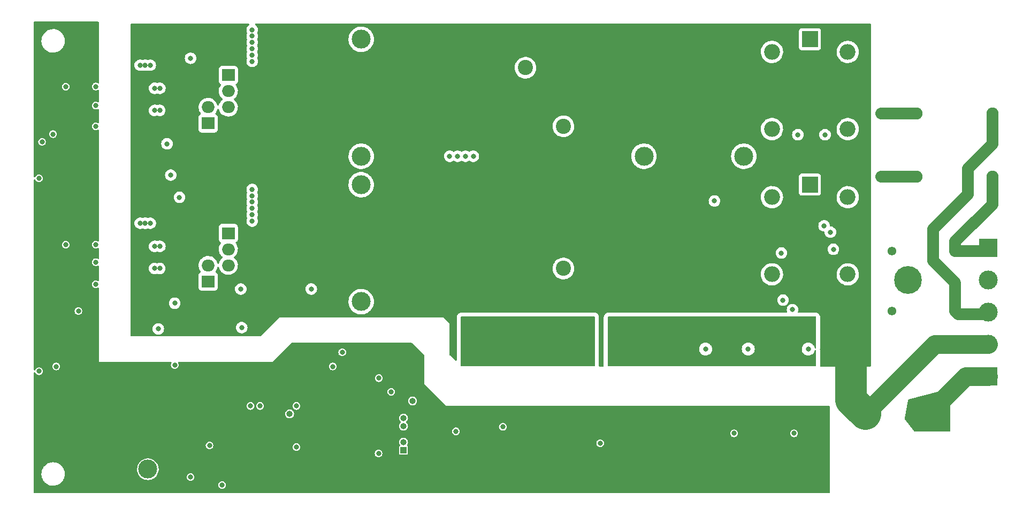
<source format=gbr>
%TF.GenerationSoftware,KiCad,Pcbnew,(6.0.9)*%
%TF.CreationDate,2023-03-15T23:45:40+00:00*%
%TF.ProjectId,GTI_V5,4754495f-5635-42e6-9b69-6361645f7063,rev?*%
%TF.SameCoordinates,Original*%
%TF.FileFunction,Copper,L2,Inr*%
%TF.FilePolarity,Positive*%
%FSLAX46Y46*%
G04 Gerber Fmt 4.6, Leading zero omitted, Abs format (unit mm)*
G04 Created by KiCad (PCBNEW (6.0.9)) date 2023-03-15 23:45:40*
%MOMM*%
%LPD*%
G01*
G04 APERTURE LIST*
%TA.AperFunction,ComponentPad*%
%ADD10C,4.400000*%
%TD*%
%TA.AperFunction,ComponentPad*%
%ADD11C,2.400000*%
%TD*%
%TA.AperFunction,ComponentPad*%
%ADD12C,1.381000*%
%TD*%
%TA.AperFunction,ComponentPad*%
%ADD13C,1.905000*%
%TD*%
%TA.AperFunction,ComponentPad*%
%ADD14R,2.500000X2.500000*%
%TD*%
%TA.AperFunction,ComponentPad*%
%ADD15O,2.500000X2.500000*%
%TD*%
%TA.AperFunction,ComponentPad*%
%ADD16R,4.000000X4.000000*%
%TD*%
%TA.AperFunction,ComponentPad*%
%ADD17C,4.000000*%
%TD*%
%TA.AperFunction,ComponentPad*%
%ADD18R,3.000000X3.000000*%
%TD*%
%TA.AperFunction,ComponentPad*%
%ADD19C,3.000000*%
%TD*%
%TA.AperFunction,ComponentPad*%
%ADD20R,1.000000X1.000000*%
%TD*%
%TA.AperFunction,ComponentPad*%
%ADD21O,1.000000X1.000000*%
%TD*%
%TA.AperFunction,ComponentPad*%
%ADD22R,2.000000X1.905000*%
%TD*%
%TA.AperFunction,ComponentPad*%
%ADD23O,2.000000X1.905000*%
%TD*%
%TA.AperFunction,ViaPad*%
%ADD24C,0.800000*%
%TD*%
%TA.AperFunction,Conductor*%
%ADD25C,5.000000*%
%TD*%
%TA.AperFunction,Conductor*%
%ADD26C,1.900000*%
%TD*%
%TA.AperFunction,Conductor*%
%ADD27C,3.000000*%
%TD*%
G04 APERTURE END LIST*
D10*
%TO.N,Earth*%
%TO.C,H5*%
X188500000Y-91100000D03*
%TD*%
D11*
%TO.N,Net-(C20-Pad1)*%
%TO.C,C20*%
X134000000Y-66750000D03*
%TO.N,/Cap_Isense*%
X134000000Y-89250000D03*
%TD*%
D12*
%TO.N,/Line_GND*%
%TO.C,C27*%
X184250000Y-74750000D03*
%TO.N,Net-(K1-Pad1)*%
X184250000Y-64750000D03*
%TD*%
D13*
%TO.N,Net-(K1-Pad1)*%
%TO.C,L5*%
X189900000Y-64750000D03*
%TO.N,Net-(C22-Pad2)*%
X201900000Y-64750000D03*
%TO.N,/Line_GND*%
X189900000Y-74750000D03*
%TO.N,Net-(C28-Pad1)*%
X201900000Y-74750000D03*
%TD*%
D14*
%TO.N,Net-(K1-Pad1)*%
%TO.C,K1*%
X173000000Y-53000000D03*
D15*
%TO.N,/Relay*%
X167000000Y-55000000D03*
%TO.N,Net-(K1-Pad3)*%
X167000000Y-67200000D03*
%TO.N,unconnected-(K1-Pad4)*%
X179000000Y-67200000D03*
%TO.N,VCC*%
X179000000Y-55000000D03*
%TD*%
D12*
%TO.N,Net-(C22-Pad2)*%
%TO.C,C22*%
X196000000Y-96000000D03*
%TO.N,Earth*%
X186000000Y-96000000D03*
%TD*%
D16*
%TO.N,VBUS*%
%TO.C,C32*%
X191750000Y-112250000D03*
D17*
%TO.N,GND*%
X181750000Y-112250000D03*
%TD*%
D18*
%TO.N,VBUS*%
%TO.C,J3*%
X201250000Y-106340000D03*
D19*
%TO.N,GND*%
X201250000Y-101260000D03*
%TD*%
%TO.N,Net-(C6-Pad2)*%
%TO.C,L2*%
X102000000Y-53000000D03*
%TO.N,Net-(K1-Pad3)*%
X102000000Y-71500000D03*
%TD*%
D20*
%TO.N,GNDD*%
%TO.C,J6*%
X111400000Y-110200000D03*
D21*
%TO.N,Net-(J6-Pad2)*%
X110130000Y-110200000D03*
%TD*%
D14*
%TO.N,/Line_Isense*%
%TO.C,K2*%
X173000000Y-75972500D03*
D15*
%TO.N,/Relay*%
X167000000Y-77972500D03*
%TO.N,Net-(K2-Pad3)*%
X167000000Y-90172500D03*
%TO.N,unconnected-(K2-Pad4)*%
X179000000Y-90172500D03*
%TO.N,VCC*%
X179000000Y-77972500D03*
%TD*%
D19*
%TO.N,Net-(K2-Pad3)*%
%TO.C,L4*%
X162550000Y-71500000D03*
%TO.N,/Out_B*%
X146750000Y-71500000D03*
%TD*%
D18*
%TO.N,GNDD*%
%TO.C,J2*%
X63170000Y-121000000D03*
D19*
%TO.N,VCC*%
X68250000Y-121000000D03*
%TD*%
D11*
%TO.N,VBUS*%
%TO.C,C33*%
X128000000Y-57500000D03*
%TO.N,GND*%
X143000000Y-57500000D03*
%TD*%
D12*
%TO.N,Earth*%
%TO.C,C28*%
X186000000Y-86500000D03*
%TO.N,Net-(C28-Pad1)*%
X196000000Y-86500000D03*
%TD*%
D20*
%TO.N,GNDD*%
%TO.C,J5*%
X89400000Y-112250000D03*
D21*
%TO.N,Net-(J5-Pad2)*%
X90670000Y-112250000D03*
%TD*%
D19*
%TO.N,Net-(C19-Pad1)*%
%TO.C,L1*%
X102000000Y-94500000D03*
%TO.N,/Out_B*%
X102000000Y-76000000D03*
%TD*%
D20*
%TO.N,+3.3V*%
%TO.C,J4*%
X108700000Y-118000000D03*
D21*
%TO.N,/SWCLK*%
X108700000Y-116730000D03*
%TO.N,GNDD*%
X108700000Y-115460000D03*
%TO.N,/SWDIO*%
X108700000Y-114190000D03*
%TO.N,/NRST*%
X108700000Y-112920000D03*
%TD*%
D18*
%TO.N,Net-(C28-Pad1)*%
%TO.C,J1*%
X201250000Y-86000000D03*
D19*
%TO.N,Earth*%
X201250000Y-91080000D03*
%TO.N,Net-(C22-Pad2)*%
X201250000Y-96160000D03*
%TD*%
D22*
%TO.N,Net-(D11-Pad2)*%
%TO.C,Q5*%
X77777500Y-91285000D03*
D23*
%TO.N,Net-(C19-Pad1)*%
X77777500Y-88745000D03*
%TO.N,GND*%
X77777500Y-86205000D03*
%TD*%
D22*
%TO.N,Net-(D7-Pad2)*%
%TO.C,Q3*%
X77777500Y-66285000D03*
D23*
%TO.N,Net-(C6-Pad2)*%
X77777500Y-63745000D03*
%TO.N,GND*%
X77777500Y-61205000D03*
%TD*%
D22*
%TO.N,Net-(D10-Pad2)*%
%TO.C,Q4*%
X80972500Y-83665000D03*
D23*
%TO.N,VBUS*%
X80972500Y-86205000D03*
%TO.N,Net-(C19-Pad1)*%
X80972500Y-88745000D03*
%TD*%
D22*
%TO.N,Net-(D5-Pad2)*%
%TO.C,Q1*%
X80972500Y-58665000D03*
D23*
%TO.N,VBUS*%
X80972500Y-61205000D03*
%TO.N,Net-(C6-Pad2)*%
X80972500Y-63745000D03*
%TD*%
D24*
%TO.N,Net-(K1-Pad3)*%
X116000000Y-71500000D03*
X117250000Y-71500000D03*
X118500000Y-71500000D03*
%TO.N,/Relay*%
X168500000Y-86800000D03*
%TO.N,VCC*%
X175400000Y-68100000D03*
%TO.N,/Relay*%
X171100000Y-68100000D03*
%TO.N,/Line_Vsense*%
X157900000Y-78562500D03*
%TO.N,GND*%
X177250000Y-101500000D03*
X78900000Y-95600000D03*
X76775000Y-96125000D03*
X177250000Y-102900000D03*
X178550000Y-102900000D03*
X178550000Y-104250000D03*
X177250000Y-104250000D03*
%TO.N,VBUS*%
X189000000Y-113500000D03*
X194500000Y-111250000D03*
X189000000Y-110500000D03*
X189000000Y-112500000D03*
X189000000Y-111500000D03*
X194500000Y-114250000D03*
X194500000Y-113250000D03*
X194500000Y-112250000D03*
%TO.N,GND*%
X112500000Y-94750000D03*
X120250000Y-82000000D03*
X92250000Y-70750000D03*
X107250000Y-61500000D03*
X135250000Y-54500000D03*
X181250000Y-58250000D03*
X181000000Y-70500000D03*
X173250000Y-72500000D03*
X181750000Y-94500000D03*
X181000000Y-80750000D03*
X178500000Y-51500000D03*
X173250000Y-60750000D03*
X154000000Y-67200000D03*
X153500000Y-78000000D03*
X153750000Y-87750000D03*
X146750000Y-92250000D03*
X160500000Y-67300000D03*
X160500000Y-89250000D03*
X164750000Y-93750000D03*
X164750000Y-81750000D03*
X169900000Y-81800000D03*
%TO.N,+3.3V*%
X75000000Y-122250000D03*
%TO.N,GNDD*%
X124000000Y-121250000D03*
%TO.N,GND*%
X151650000Y-53200000D03*
X91000000Y-54500000D03*
X101500000Y-85000000D03*
X139500000Y-83000000D03*
%TO.N,Net-(K1-Pad3)*%
X119750000Y-71500000D03*
%TO.N,/Line_Isense*%
X168750000Y-94250000D03*
%TO.N,+3.3V*%
X60000000Y-91750000D03*
X60000000Y-66750000D03*
X104800000Y-106600000D03*
X161000000Y-115325000D03*
X84500000Y-111000000D03*
X78000000Y-117250000D03*
X170500000Y-115325000D03*
X104750000Y-118500000D03*
X106750000Y-108750000D03*
X55250000Y-60500000D03*
X97500000Y-104750000D03*
X86000000Y-111000000D03*
X60000000Y-85475000D03*
X91750000Y-117500000D03*
X91750000Y-111000000D03*
X55250000Y-85500000D03*
X124400000Y-114300000D03*
X60000000Y-60475000D03*
%TO.N,GNDD*%
X57250000Y-54750000D03*
X72700000Y-122200000D03*
X102399799Y-105750000D03*
X83250000Y-117000000D03*
X60000000Y-61975000D03*
X55250000Y-93000000D03*
X70500000Y-115200000D03*
X55250000Y-68000000D03*
X172900000Y-117800000D03*
X76750000Y-106500000D03*
X85500000Y-122000000D03*
X125300000Y-116800000D03*
X51000000Y-71373500D03*
X99000000Y-104750000D03*
X143400000Y-114600000D03*
X71500000Y-123600000D03*
X96250000Y-103500000D03*
X130655000Y-118155000D03*
X149326500Y-115615000D03*
X105387500Y-102362500D03*
X97000000Y-110000000D03*
X103750000Y-110000000D03*
X55250000Y-62000000D03*
X87000000Y-108750000D03*
X163400000Y-117800000D03*
X130615000Y-115615000D03*
X78600000Y-111000000D03*
X55250000Y-87000000D03*
X161900000Y-117800000D03*
X95250000Y-103500000D03*
X174500000Y-122750000D03*
X171400000Y-117800000D03*
X55385000Y-74473500D03*
X146645000Y-118155000D03*
X157250000Y-122000000D03*
X119095000Y-114705000D03*
X97250000Y-115750000D03*
X166750000Y-114000000D03*
X52250000Y-84250000D03*
X170500000Y-116900000D03*
X91750000Y-109500000D03*
X100750000Y-113000000D03*
X133385000Y-115615000D03*
X106850000Y-105650000D03*
X53700000Y-107000000D03*
X146596500Y-115615000D03*
X161000000Y-116900000D03*
X55385000Y-72223500D03*
X52250000Y-59250000D03*
X168500000Y-121500000D03*
X103750000Y-116250000D03*
X158130378Y-114630378D03*
X141500000Y-118250000D03*
X107750000Y-111000000D03*
X104000000Y-120299500D03*
X57250000Y-79750000D03*
X124400000Y-117700000D03*
X100637500Y-102862500D03*
X136500000Y-114600000D03*
X60000000Y-86975000D03*
X83500000Y-108750000D03*
X63000000Y-113250000D03*
X117950000Y-117000000D03*
X122900000Y-117700000D03*
X91750000Y-116000000D03*
X96500000Y-122750000D03*
%TO.N,VBUS*%
X84750000Y-56500000D03*
X84750000Y-55500000D03*
X84750000Y-81750000D03*
X84750000Y-79750000D03*
X84750000Y-78750000D03*
X84750000Y-80750000D03*
X84750000Y-77750000D03*
X84750000Y-52500000D03*
X84750000Y-53500000D03*
X84750000Y-54500000D03*
X94100000Y-92500000D03*
X84750000Y-51500000D03*
X84750000Y-76750000D03*
%TO.N,GND*%
X68500000Y-73300000D03*
X75036000Y-75000000D03*
X77250000Y-79750000D03*
X67030000Y-92845000D03*
X77250000Y-53500000D03*
X73250000Y-98800000D03*
X77250000Y-80750000D03*
X77250000Y-77750000D03*
X67827500Y-67850000D03*
X67027500Y-67850000D03*
X74277500Y-89005000D03*
X77250000Y-55500000D03*
X77250000Y-78750000D03*
X164750000Y-59500000D03*
X68250000Y-98050000D03*
X74277500Y-64005000D03*
X122600000Y-61500000D03*
X77250000Y-54500000D03*
X77250000Y-81750000D03*
X77250000Y-56500000D03*
X83050000Y-96650000D03*
X67830000Y-92845000D03*
X77250000Y-51500000D03*
X77900000Y-98400000D03*
X68627500Y-67850000D03*
X77250000Y-52500000D03*
X69725000Y-69612500D03*
X71250000Y-96550000D03*
X77250000Y-76750000D03*
X68630000Y-92845000D03*
%TO.N,/NRST*%
X99000000Y-102500000D03*
%TO.N,+5VD*%
X69900000Y-98800000D03*
X83100000Y-98600000D03*
%TO.N,Net-(C12-Pad1)*%
X60000000Y-63500000D03*
X72500000Y-104500000D03*
X60000000Y-88250000D03*
%TO.N,/Line_GND*%
X158095000Y-100805500D03*
X163750000Y-98250000D03*
X144600000Y-101525000D03*
X171750000Y-98250000D03*
X156250000Y-98000000D03*
X176250000Y-83500000D03*
X150800000Y-98700000D03*
X162250000Y-98250000D03*
X153600000Y-98400000D03*
X167600000Y-100800000D03*
X173250000Y-98250000D03*
X173250000Y-97250000D03*
X148000000Y-102400000D03*
X176719804Y-86219804D03*
%TO.N,+5V_1*%
X172750000Y-102000000D03*
X156500000Y-102000000D03*
X163250000Y-102000000D03*
%TO.N,+5V*%
X139815000Y-116885000D03*
X51000000Y-75000000D03*
X80000000Y-123500000D03*
X51000000Y-105500000D03*
%TO.N,/Out_B*%
X118400000Y-99400000D03*
X132000000Y-102400000D03*
X127400000Y-102900000D03*
X119000000Y-100000000D03*
X135400000Y-101800000D03*
X124725000Y-98325000D03*
X130200000Y-97600000D03*
X123250000Y-98325000D03*
%TO.N,Net-(C6-Pad2)*%
X70150000Y-60750000D03*
X69300000Y-60750000D03*
%TO.N,/Line_Isense*%
X170250000Y-95750000D03*
X175250000Y-82500000D03*
%TO.N,Net-(C66-Pad1)*%
X82950000Y-92500000D03*
%TO.N,PWM_A_L*%
X57250000Y-96000000D03*
X53250000Y-68000000D03*
%TO.N,PWM_A_H*%
X51500000Y-69250000D03*
X53750000Y-104750000D03*
%TO.N,/Relay*%
X117000000Y-115000000D03*
%TO.N,Net-(C19-Pad1)*%
X70150000Y-85750000D03*
X69300000Y-85750000D03*
%TO.N,+12V*%
X69300000Y-89250000D03*
X70127500Y-89250000D03*
X70127500Y-64250000D03*
X71862500Y-74473500D03*
X69300000Y-64250000D03*
X71275000Y-69525000D03*
X73250000Y-78000000D03*
X75000000Y-56000000D03*
X72500000Y-94750000D03*
%TO.N,/VDDA_A*%
X68627500Y-57100000D03*
X67027500Y-57100000D03*
X67827500Y-57100000D03*
%TO.N,/VDDA_B*%
X67830000Y-82095000D03*
X67030000Y-82095000D03*
X68630000Y-82095000D03*
%TD*%
D25*
%TO.N,GND*%
X179500000Y-110000000D02*
X179500000Y-102750000D01*
X181750000Y-112250000D02*
X179500000Y-110000000D01*
D26*
%TO.N,/Line_GND*%
X189900000Y-74750000D02*
X184250000Y-74750000D01*
%TO.N,Net-(K1-Pad1)*%
X189900000Y-64750000D02*
X184250000Y-64750000D01*
%TO.N,Net-(C28-Pad1)*%
X200750000Y-86500000D02*
X201250000Y-86000000D01*
X196000000Y-86500000D02*
X200750000Y-86500000D01*
X196000000Y-85000000D02*
X196000000Y-86500000D01*
X201900000Y-79100000D02*
X196000000Y-85000000D01*
X201900000Y-74750000D02*
X201900000Y-79100000D01*
%TO.N,Net-(C22-Pad2)*%
X200910000Y-96500000D02*
X201250000Y-96160000D01*
X196500000Y-96500000D02*
X200910000Y-96500000D01*
X196000000Y-96000000D02*
X196500000Y-96500000D01*
X192500000Y-88000000D02*
X196000000Y-91500000D01*
X192500000Y-83000000D02*
X192500000Y-88000000D01*
X198000000Y-77500000D02*
X192500000Y-83000000D01*
X201900000Y-69600000D02*
X198000000Y-73500000D01*
X198000000Y-73500000D02*
X198000000Y-77500000D01*
X196000000Y-91500000D02*
X196000000Y-96000000D01*
X201900000Y-64750000D02*
X201900000Y-69600000D01*
D27*
%TO.N,VBUS*%
X197660000Y-106340000D02*
X191750000Y-112250000D01*
X201250000Y-106340000D02*
X197660000Y-106340000D01*
%TO.N,GND*%
X192740000Y-101260000D02*
X181750000Y-112250000D01*
X201250000Y-101260000D02*
X192740000Y-101260000D01*
%TD*%
%TA.AperFunction,Conductor*%
%TO.N,/Line_GND*%
G36*
X173942121Y-96870002D02*
G01*
X173988614Y-96923658D01*
X174000000Y-96976000D01*
X174000000Y-101756024D01*
X173979998Y-101824145D01*
X173926342Y-101870638D01*
X173856068Y-101880742D01*
X173791488Y-101851248D01*
X173753378Y-101792442D01*
X173699846Y-101615136D01*
X173698065Y-101609236D01*
X173604109Y-101432531D01*
X173556957Y-101374717D01*
X173481516Y-101282216D01*
X173481513Y-101282213D01*
X173477621Y-101277441D01*
X173472872Y-101273512D01*
X173328168Y-101153802D01*
X173328164Y-101153800D01*
X173323418Y-101149873D01*
X173147373Y-101054686D01*
X172956193Y-100995506D01*
X172950068Y-100994862D01*
X172950067Y-100994862D01*
X172763288Y-100975231D01*
X172763286Y-100975231D01*
X172757159Y-100974587D01*
X172673106Y-100982236D01*
X172563991Y-100992166D01*
X172563988Y-100992167D01*
X172557852Y-100992725D01*
X172365864Y-101049230D01*
X172360406Y-101052083D01*
X172360402Y-101052085D01*
X172268467Y-101100148D01*
X172188508Y-101141950D01*
X172032539Y-101267353D01*
X171903897Y-101420661D01*
X171807484Y-101596037D01*
X171746970Y-101786799D01*
X171724662Y-101985683D01*
X171741408Y-102185111D01*
X171796572Y-102377489D01*
X171799390Y-102382972D01*
X171885231Y-102550002D01*
X171885234Y-102550006D01*
X171888051Y-102555488D01*
X172012362Y-102712329D01*
X172164769Y-102842038D01*
X172170147Y-102845044D01*
X172170149Y-102845045D01*
X172252118Y-102890856D01*
X172339467Y-102939673D01*
X172529802Y-103001517D01*
X172728525Y-103025213D01*
X172734660Y-103024741D01*
X172734662Y-103024741D01*
X172921924Y-103010332D01*
X172921929Y-103010331D01*
X172928065Y-103009859D01*
X172933995Y-103008203D01*
X172933997Y-103008203D01*
X173114896Y-102957695D01*
X173114895Y-102957695D01*
X173120824Y-102956040D01*
X173126313Y-102953267D01*
X173126319Y-102953265D01*
X173293957Y-102868584D01*
X173299457Y-102865806D01*
X173334990Y-102838045D01*
X173452306Y-102746387D01*
X173457162Y-102742593D01*
X173587931Y-102591096D01*
X173686784Y-102417083D01*
X173749955Y-102227184D01*
X173750728Y-102221064D01*
X173751131Y-102219291D01*
X173785728Y-102157295D01*
X173848350Y-102123844D01*
X173919117Y-102129560D01*
X173975558Y-102172628D01*
X173999756Y-102239374D01*
X174000000Y-102247206D01*
X174000000Y-104574000D01*
X173979998Y-104642121D01*
X173926342Y-104688614D01*
X173874000Y-104700000D01*
X141126000Y-104700000D01*
X141057879Y-104679998D01*
X141011386Y-104626342D01*
X141000000Y-104574000D01*
X141000000Y-101985683D01*
X155474662Y-101985683D01*
X155491408Y-102185111D01*
X155546572Y-102377489D01*
X155549390Y-102382972D01*
X155635231Y-102550002D01*
X155635234Y-102550006D01*
X155638051Y-102555488D01*
X155762362Y-102712329D01*
X155914769Y-102842038D01*
X155920147Y-102845044D01*
X155920149Y-102845045D01*
X156002118Y-102890856D01*
X156089467Y-102939673D01*
X156279802Y-103001517D01*
X156478525Y-103025213D01*
X156484660Y-103024741D01*
X156484662Y-103024741D01*
X156671924Y-103010332D01*
X156671929Y-103010331D01*
X156678065Y-103009859D01*
X156683995Y-103008203D01*
X156683997Y-103008203D01*
X156864896Y-102957695D01*
X156864895Y-102957695D01*
X156870824Y-102956040D01*
X156876313Y-102953267D01*
X156876319Y-102953265D01*
X157043957Y-102868584D01*
X157049457Y-102865806D01*
X157084990Y-102838045D01*
X157202306Y-102746387D01*
X157207162Y-102742593D01*
X157337931Y-102591096D01*
X157436784Y-102417083D01*
X157499955Y-102227184D01*
X157525038Y-102028632D01*
X157525438Y-102000000D01*
X157524034Y-101985683D01*
X162224662Y-101985683D01*
X162241408Y-102185111D01*
X162296572Y-102377489D01*
X162299390Y-102382972D01*
X162385231Y-102550002D01*
X162385234Y-102550006D01*
X162388051Y-102555488D01*
X162512362Y-102712329D01*
X162664769Y-102842038D01*
X162670147Y-102845044D01*
X162670149Y-102845045D01*
X162752118Y-102890856D01*
X162839467Y-102939673D01*
X163029802Y-103001517D01*
X163228525Y-103025213D01*
X163234660Y-103024741D01*
X163234662Y-103024741D01*
X163421924Y-103010332D01*
X163421929Y-103010331D01*
X163428065Y-103009859D01*
X163433995Y-103008203D01*
X163433997Y-103008203D01*
X163614896Y-102957695D01*
X163614895Y-102957695D01*
X163620824Y-102956040D01*
X163626313Y-102953267D01*
X163626319Y-102953265D01*
X163793957Y-102868584D01*
X163799457Y-102865806D01*
X163834990Y-102838045D01*
X163952306Y-102746387D01*
X163957162Y-102742593D01*
X164087931Y-102591096D01*
X164186784Y-102417083D01*
X164249955Y-102227184D01*
X164275038Y-102028632D01*
X164275438Y-102000000D01*
X164255909Y-101800825D01*
X164198065Y-101609236D01*
X164104109Y-101432531D01*
X164056957Y-101374717D01*
X163981516Y-101282216D01*
X163981513Y-101282213D01*
X163977621Y-101277441D01*
X163972872Y-101273512D01*
X163828168Y-101153802D01*
X163828164Y-101153800D01*
X163823418Y-101149873D01*
X163647373Y-101054686D01*
X163456193Y-100995506D01*
X163450068Y-100994862D01*
X163450067Y-100994862D01*
X163263288Y-100975231D01*
X163263286Y-100975231D01*
X163257159Y-100974587D01*
X163173106Y-100982236D01*
X163063991Y-100992166D01*
X163063988Y-100992167D01*
X163057852Y-100992725D01*
X162865864Y-101049230D01*
X162860406Y-101052083D01*
X162860402Y-101052085D01*
X162768467Y-101100148D01*
X162688508Y-101141950D01*
X162532539Y-101267353D01*
X162403897Y-101420661D01*
X162307484Y-101596037D01*
X162246970Y-101786799D01*
X162224662Y-101985683D01*
X157524034Y-101985683D01*
X157505909Y-101800825D01*
X157448065Y-101609236D01*
X157354109Y-101432531D01*
X157306957Y-101374717D01*
X157231516Y-101282216D01*
X157231513Y-101282213D01*
X157227621Y-101277441D01*
X157222872Y-101273512D01*
X157078168Y-101153802D01*
X157078164Y-101153800D01*
X157073418Y-101149873D01*
X156897373Y-101054686D01*
X156706193Y-100995506D01*
X156700068Y-100994862D01*
X156700067Y-100994862D01*
X156513288Y-100975231D01*
X156513286Y-100975231D01*
X156507159Y-100974587D01*
X156423106Y-100982236D01*
X156313991Y-100992166D01*
X156313988Y-100992167D01*
X156307852Y-100992725D01*
X156115864Y-101049230D01*
X156110406Y-101052083D01*
X156110402Y-101052085D01*
X156018467Y-101100148D01*
X155938508Y-101141950D01*
X155782539Y-101267353D01*
X155653897Y-101420661D01*
X155557484Y-101596037D01*
X155496970Y-101786799D01*
X155474662Y-101985683D01*
X141000000Y-101985683D01*
X141000000Y-96976000D01*
X141020002Y-96907879D01*
X141073658Y-96861386D01*
X141126000Y-96850000D01*
X173874000Y-96850000D01*
X173942121Y-96870002D01*
G37*
%TD.AperFunction*%
%TD*%
%TA.AperFunction,Conductor*%
%TO.N,/Out_B*%
G36*
X138942121Y-96870002D02*
G01*
X138988614Y-96923658D01*
X139000000Y-96976000D01*
X139000000Y-104574000D01*
X138979998Y-104642121D01*
X138926342Y-104688614D01*
X138874000Y-104700000D01*
X117876000Y-104700000D01*
X117807879Y-104679998D01*
X117761386Y-104626342D01*
X117750000Y-104574000D01*
X117750000Y-96976000D01*
X117770002Y-96907879D01*
X117823658Y-96861386D01*
X117876000Y-96850000D01*
X138874000Y-96850000D01*
X138942121Y-96870002D01*
G37*
%TD.AperFunction*%
%TD*%
%TA.AperFunction,Conductor*%
%TO.N,GNDD*%
G36*
X60442121Y-50220502D02*
G01*
X60488614Y-50274158D01*
X60500000Y-50326500D01*
X60500000Y-59847300D01*
X60479998Y-59915421D01*
X60426342Y-59961914D01*
X60356068Y-59972018D01*
X60311000Y-59956419D01*
X60309391Y-59955490D01*
X60302841Y-59950464D01*
X60295215Y-59947305D01*
X60295213Y-59947304D01*
X60164391Y-59893116D01*
X60156762Y-59889956D01*
X60000000Y-59869318D01*
X59843238Y-59889956D01*
X59697159Y-59950464D01*
X59571718Y-60046718D01*
X59475464Y-60172159D01*
X59414956Y-60318238D01*
X59394318Y-60475000D01*
X59414956Y-60631762D01*
X59475464Y-60777841D01*
X59571718Y-60903282D01*
X59697159Y-60999536D01*
X59824947Y-61052468D01*
X59833164Y-61055871D01*
X59843238Y-61060044D01*
X60000000Y-61080682D01*
X60008188Y-61079604D01*
X60148574Y-61061122D01*
X60156762Y-61060044D01*
X60164391Y-61056884D01*
X60295213Y-61002696D01*
X60295215Y-61002695D01*
X60302841Y-60999536D01*
X60309391Y-60994510D01*
X60311000Y-60993581D01*
X60379995Y-60976843D01*
X60447087Y-61000063D01*
X60490974Y-61055871D01*
X60500000Y-61102700D01*
X60500000Y-62872300D01*
X60479998Y-62940421D01*
X60426342Y-62986914D01*
X60356068Y-62997018D01*
X60311000Y-62981419D01*
X60309391Y-62980490D01*
X60302841Y-62975464D01*
X60295215Y-62972305D01*
X60295213Y-62972304D01*
X60164391Y-62918116D01*
X60156762Y-62914956D01*
X60000000Y-62894318D01*
X59843238Y-62914956D01*
X59697159Y-62975464D01*
X59571718Y-63071718D01*
X59475464Y-63197159D01*
X59414956Y-63343238D01*
X59394318Y-63500000D01*
X59414956Y-63656762D01*
X59475464Y-63802841D01*
X59571718Y-63928282D01*
X59697159Y-64024536D01*
X59816269Y-64073873D01*
X59833164Y-64080871D01*
X59843238Y-64085044D01*
X60000000Y-64105682D01*
X60008188Y-64104604D01*
X60148574Y-64086122D01*
X60156762Y-64085044D01*
X60164391Y-64081884D01*
X60295213Y-64027696D01*
X60295215Y-64027695D01*
X60302841Y-64024536D01*
X60309391Y-64019510D01*
X60311000Y-64018581D01*
X60379995Y-64001843D01*
X60447087Y-64025063D01*
X60490974Y-64080871D01*
X60500000Y-64127700D01*
X60500000Y-66122300D01*
X60479998Y-66190421D01*
X60426342Y-66236914D01*
X60356068Y-66247018D01*
X60311000Y-66231419D01*
X60309391Y-66230490D01*
X60302841Y-66225464D01*
X60295215Y-66222305D01*
X60295213Y-66222304D01*
X60164391Y-66168116D01*
X60156762Y-66164956D01*
X60000000Y-66144318D01*
X59843238Y-66164956D01*
X59697159Y-66225464D01*
X59571718Y-66321718D01*
X59475464Y-66447159D01*
X59414956Y-66593238D01*
X59394318Y-66750000D01*
X59414956Y-66906762D01*
X59475464Y-67052841D01*
X59571718Y-67178282D01*
X59578264Y-67183305D01*
X59607918Y-67206059D01*
X59697159Y-67274536D01*
X59820110Y-67325464D01*
X59833164Y-67330871D01*
X59843238Y-67335044D01*
X60000000Y-67355682D01*
X60008188Y-67354604D01*
X60148574Y-67336122D01*
X60156762Y-67335044D01*
X60164391Y-67331884D01*
X60295213Y-67277696D01*
X60295215Y-67277695D01*
X60302841Y-67274536D01*
X60309391Y-67269510D01*
X60311000Y-67268581D01*
X60379995Y-67251843D01*
X60447087Y-67275063D01*
X60490974Y-67330871D01*
X60500000Y-67377700D01*
X60500000Y-84847300D01*
X60479998Y-84915421D01*
X60426342Y-84961914D01*
X60356068Y-84972018D01*
X60311000Y-84956419D01*
X60309391Y-84955490D01*
X60302841Y-84950464D01*
X60295215Y-84947305D01*
X60295213Y-84947304D01*
X60164391Y-84893116D01*
X60156762Y-84889956D01*
X60000000Y-84869318D01*
X59843238Y-84889956D01*
X59697159Y-84950464D01*
X59571718Y-85046718D01*
X59475464Y-85172159D01*
X59414956Y-85318238D01*
X59394318Y-85475000D01*
X59395396Y-85483188D01*
X59411523Y-85605682D01*
X59414956Y-85631762D01*
X59475464Y-85777841D01*
X59571718Y-85903282D01*
X59697159Y-85999536D01*
X59824947Y-86052468D01*
X59833164Y-86055871D01*
X59843238Y-86060044D01*
X60000000Y-86080682D01*
X60008188Y-86079604D01*
X60148574Y-86061122D01*
X60156762Y-86060044D01*
X60164391Y-86056884D01*
X60295213Y-86002696D01*
X60295215Y-86002695D01*
X60302841Y-85999536D01*
X60309391Y-85994510D01*
X60311000Y-85993581D01*
X60379995Y-85976843D01*
X60447087Y-86000063D01*
X60490974Y-86055871D01*
X60500000Y-86102700D01*
X60500000Y-87622300D01*
X60479998Y-87690421D01*
X60426342Y-87736914D01*
X60356068Y-87747018D01*
X60311000Y-87731419D01*
X60309391Y-87730490D01*
X60302841Y-87725464D01*
X60295215Y-87722305D01*
X60295213Y-87722304D01*
X60164391Y-87668116D01*
X60156762Y-87664956D01*
X60000000Y-87644318D01*
X59843238Y-87664956D01*
X59697159Y-87725464D01*
X59571718Y-87821718D01*
X59475464Y-87947159D01*
X59414956Y-88093238D01*
X59394318Y-88250000D01*
X59414956Y-88406762D01*
X59475464Y-88552841D01*
X59571718Y-88678282D01*
X59697159Y-88774536D01*
X59811066Y-88821718D01*
X59833164Y-88830871D01*
X59843238Y-88835044D01*
X60000000Y-88855682D01*
X60008188Y-88854604D01*
X60148574Y-88836122D01*
X60156762Y-88835044D01*
X60164391Y-88831884D01*
X60295213Y-88777696D01*
X60295215Y-88777695D01*
X60302841Y-88774536D01*
X60309391Y-88769510D01*
X60311000Y-88768581D01*
X60379995Y-88751843D01*
X60447087Y-88775063D01*
X60490974Y-88830871D01*
X60500000Y-88877700D01*
X60500000Y-91122300D01*
X60479998Y-91190421D01*
X60426342Y-91236914D01*
X60356068Y-91247018D01*
X60311000Y-91231419D01*
X60309391Y-91230490D01*
X60302841Y-91225464D01*
X60295215Y-91222305D01*
X60295213Y-91222304D01*
X60164391Y-91168116D01*
X60156762Y-91164956D01*
X60000000Y-91144318D01*
X59843238Y-91164956D01*
X59697159Y-91225464D01*
X59571718Y-91321718D01*
X59475464Y-91447159D01*
X59414956Y-91593238D01*
X59394318Y-91750000D01*
X59414956Y-91906762D01*
X59475464Y-92052841D01*
X59571718Y-92178282D01*
X59697159Y-92274536D01*
X59808039Y-92320464D01*
X59833164Y-92330871D01*
X59843238Y-92335044D01*
X60000000Y-92355682D01*
X60008188Y-92354604D01*
X60148574Y-92336122D01*
X60156762Y-92335044D01*
X60164391Y-92331884D01*
X60295213Y-92277696D01*
X60295215Y-92277695D01*
X60302841Y-92274536D01*
X60309391Y-92269510D01*
X60311000Y-92268581D01*
X60379995Y-92251843D01*
X60447087Y-92275063D01*
X60490974Y-92330871D01*
X60500000Y-92377700D01*
X60500000Y-104000000D01*
X71872300Y-104000000D01*
X71940421Y-104020002D01*
X71986914Y-104073658D01*
X71997018Y-104143932D01*
X71981419Y-104189000D01*
X71980490Y-104190609D01*
X71975464Y-104197159D01*
X71972305Y-104204785D01*
X71972304Y-104204787D01*
X71925950Y-104316695D01*
X71914956Y-104343238D01*
X71894318Y-104500000D01*
X71914956Y-104656762D01*
X71975464Y-104802841D01*
X72071718Y-104928282D01*
X72197159Y-105024536D01*
X72343238Y-105085044D01*
X72351426Y-105086122D01*
X72421619Y-105095363D01*
X72500000Y-105105682D01*
X72508188Y-105104604D01*
X72648574Y-105086122D01*
X72656762Y-105085044D01*
X72802841Y-105024536D01*
X72928282Y-104928282D01*
X73024536Y-104802841D01*
X73046423Y-104750000D01*
X96894318Y-104750000D01*
X96914956Y-104906762D01*
X96975464Y-105052841D01*
X97071718Y-105178282D01*
X97197159Y-105274536D01*
X97343238Y-105335044D01*
X97500000Y-105355682D01*
X97508188Y-105354604D01*
X97648574Y-105336122D01*
X97656762Y-105335044D01*
X97802841Y-105274536D01*
X97928282Y-105178282D01*
X98024536Y-105052841D01*
X98085044Y-104906762D01*
X98105682Y-104750000D01*
X98085044Y-104593238D01*
X98024536Y-104447159D01*
X97928282Y-104321718D01*
X97802841Y-104225464D01*
X97656762Y-104164956D01*
X97500000Y-104144318D01*
X97343238Y-104164956D01*
X97197159Y-104225464D01*
X97071718Y-104321718D01*
X96975464Y-104447159D01*
X96914956Y-104593238D01*
X96894318Y-104750000D01*
X73046423Y-104750000D01*
X73085044Y-104656762D01*
X73105682Y-104500000D01*
X73085044Y-104343238D01*
X73074050Y-104316695D01*
X73027696Y-104204787D01*
X73027695Y-104204785D01*
X73024536Y-104197159D01*
X73019510Y-104190609D01*
X73018581Y-104189000D01*
X73001843Y-104120005D01*
X73025063Y-104052913D01*
X73080871Y-104009026D01*
X73127700Y-104000000D01*
X88000000Y-104000000D01*
X89500000Y-102500000D01*
X98394318Y-102500000D01*
X98414956Y-102656762D01*
X98475464Y-102802841D01*
X98480491Y-102809392D01*
X98550017Y-102900000D01*
X98571718Y-102928282D01*
X98697159Y-103024536D01*
X98843238Y-103085044D01*
X99000000Y-103105682D01*
X99008188Y-103104604D01*
X99148574Y-103086122D01*
X99156762Y-103085044D01*
X99302841Y-103024536D01*
X99428282Y-102928282D01*
X99449984Y-102900000D01*
X99519509Y-102809392D01*
X99524536Y-102802841D01*
X99585044Y-102656762D01*
X99605682Y-102500000D01*
X99585044Y-102343238D01*
X99524536Y-102197159D01*
X99428282Y-102071718D01*
X99302841Y-101975464D01*
X99156762Y-101914956D01*
X99000000Y-101894318D01*
X98843238Y-101914956D01*
X98697159Y-101975464D01*
X98571718Y-102071718D01*
X98475464Y-102197159D01*
X98414956Y-102343238D01*
X98394318Y-102500000D01*
X89500000Y-102500000D01*
X90963095Y-101036905D01*
X91025407Y-101002879D01*
X91052190Y-101000000D01*
X109947810Y-101000000D01*
X110015931Y-101020002D01*
X110036905Y-101036905D01*
X111963095Y-102963095D01*
X111997121Y-103025407D01*
X112000000Y-103052190D01*
X112000000Y-107500000D01*
X115500000Y-111000000D01*
X176074000Y-111000000D01*
X176142121Y-111020002D01*
X176188614Y-111073658D01*
X176200000Y-111126000D01*
X176200000Y-124673500D01*
X176179998Y-124741621D01*
X176126342Y-124788114D01*
X176074000Y-124799500D01*
X50326500Y-124799500D01*
X50258379Y-124779498D01*
X50211886Y-124725842D01*
X50200500Y-124673500D01*
X50200500Y-121792095D01*
X51395028Y-121792095D01*
X51420534Y-122059431D01*
X51421619Y-122063865D01*
X51421620Y-122063871D01*
X51469169Y-122258188D01*
X51484364Y-122320285D01*
X51585182Y-122569192D01*
X51720875Y-122800938D01*
X51814585Y-122918116D01*
X51835225Y-122943925D01*
X51888601Y-123010669D01*
X52084846Y-123193991D01*
X52177039Y-123257948D01*
X52301746Y-123344461D01*
X52301751Y-123344464D01*
X52305499Y-123347064D01*
X52309584Y-123349096D01*
X52309587Y-123349098D01*
X52425718Y-123406872D01*
X52545938Y-123466680D01*
X52550272Y-123468101D01*
X52550275Y-123468102D01*
X52796793Y-123548915D01*
X52796798Y-123548916D01*
X52801126Y-123550335D01*
X52805617Y-123551115D01*
X52805618Y-123551115D01*
X53061936Y-123595620D01*
X53061944Y-123595621D01*
X53065717Y-123596276D01*
X53069554Y-123596467D01*
X53148996Y-123600422D01*
X53149004Y-123600422D01*
X53150567Y-123600500D01*
X53318223Y-123600500D01*
X53320491Y-123600335D01*
X53320503Y-123600335D01*
X53450823Y-123590879D01*
X53517846Y-123586016D01*
X53522301Y-123585032D01*
X53522304Y-123585032D01*
X53775620Y-123529105D01*
X53775624Y-123529104D01*
X53780080Y-123528120D01*
X53854302Y-123500000D01*
X79394318Y-123500000D01*
X79414956Y-123656762D01*
X79475464Y-123802841D01*
X79571718Y-123928282D01*
X79697159Y-124024536D01*
X79843238Y-124085044D01*
X80000000Y-124105682D01*
X80008188Y-124104604D01*
X80148574Y-124086122D01*
X80156762Y-124085044D01*
X80302841Y-124024536D01*
X80428282Y-123928282D01*
X80524536Y-123802841D01*
X80585044Y-123656762D01*
X80605682Y-123500000D01*
X80585044Y-123343238D01*
X80524536Y-123197159D01*
X80428282Y-123071718D01*
X80302841Y-122975464D01*
X80156762Y-122914956D01*
X80000000Y-122894318D01*
X79843238Y-122914956D01*
X79697159Y-122975464D01*
X79571718Y-123071718D01*
X79475464Y-123197159D01*
X79414956Y-123343238D01*
X79394318Y-123500000D01*
X53854302Y-123500000D01*
X53947617Y-123464646D01*
X54026941Y-123434593D01*
X54026944Y-123434592D01*
X54031211Y-123432975D01*
X54265976Y-123302574D01*
X54317866Y-123262973D01*
X54475833Y-123142417D01*
X54475837Y-123142413D01*
X54479458Y-123139650D01*
X54667185Y-122947614D01*
X54776820Y-122796992D01*
X54822538Y-122734183D01*
X54822540Y-122734180D01*
X54825225Y-122730491D01*
X54938897Y-122514436D01*
X54948140Y-122496868D01*
X54948143Y-122496862D01*
X54950265Y-122492828D01*
X54967726Y-122443384D01*
X55038165Y-122243916D01*
X55038165Y-122243915D01*
X55039688Y-122239603D01*
X55066923Y-122101426D01*
X55090739Y-121980594D01*
X55090740Y-121980588D01*
X55091620Y-121976122D01*
X55093388Y-121940608D01*
X55104745Y-121712474D01*
X55104745Y-121712468D01*
X55104972Y-121707905D01*
X55079466Y-121440569D01*
X55054852Y-121339976D01*
X55016721Y-121184149D01*
X55015636Y-121179715D01*
X54924763Y-120955361D01*
X66545316Y-120955361D01*
X66545540Y-120960027D01*
X66545540Y-120960033D01*
X66547612Y-121003160D01*
X66557443Y-121207820D01*
X66558356Y-121212409D01*
X66603740Y-121440569D01*
X66606752Y-121455713D01*
X66608331Y-121460111D01*
X66608333Y-121460118D01*
X66681878Y-121664956D01*
X66692160Y-121693595D01*
X66811792Y-121916240D01*
X66814587Y-121919984D01*
X66814589Y-121919986D01*
X66960226Y-122115018D01*
X66960231Y-122115024D01*
X66963018Y-122118756D01*
X66966327Y-122122036D01*
X66966332Y-122122042D01*
X67139200Y-122293408D01*
X67142517Y-122296696D01*
X67146279Y-122299454D01*
X67146282Y-122299457D01*
X67292629Y-122406762D01*
X67346346Y-122446149D01*
X67350481Y-122448325D01*
X67350485Y-122448327D01*
X67426878Y-122488519D01*
X67570026Y-122563833D01*
X67808644Y-122647162D01*
X67813237Y-122648034D01*
X68052369Y-122693435D01*
X68052372Y-122693435D01*
X68056958Y-122694306D01*
X68177081Y-122699026D01*
X68304845Y-122704046D01*
X68304850Y-122704046D01*
X68309513Y-122704229D01*
X68387657Y-122695671D01*
X68556107Y-122677223D01*
X68556112Y-122677222D01*
X68560760Y-122676713D01*
X68678861Y-122645620D01*
X68800658Y-122613554D01*
X68800661Y-122613553D01*
X68805181Y-122612363D01*
X69037405Y-122512591D01*
X69144774Y-122446149D01*
X69248358Y-122382050D01*
X69248362Y-122382047D01*
X69252331Y-122379591D01*
X69346989Y-122299457D01*
X69405410Y-122250000D01*
X74394318Y-122250000D01*
X74414956Y-122406762D01*
X74475464Y-122552841D01*
X74571718Y-122678282D01*
X74697159Y-122774536D01*
X74843238Y-122835044D01*
X75000000Y-122855682D01*
X75008188Y-122854604D01*
X75148574Y-122836122D01*
X75156762Y-122835044D01*
X75302841Y-122774536D01*
X75428282Y-122678282D01*
X75524536Y-122552841D01*
X75585044Y-122406762D01*
X75605682Y-122250000D01*
X75588836Y-122122042D01*
X75586122Y-122101426D01*
X75585044Y-122093238D01*
X75524536Y-121947159D01*
X75428282Y-121821718D01*
X75302841Y-121725464D01*
X75156762Y-121664956D01*
X75000000Y-121644318D01*
X74843238Y-121664956D01*
X74697159Y-121725464D01*
X74571718Y-121821718D01*
X74475464Y-121947159D01*
X74414956Y-122093238D01*
X74413878Y-122101426D01*
X74411164Y-122122042D01*
X74394318Y-122250000D01*
X69405410Y-122250000D01*
X69441672Y-122219302D01*
X69441673Y-122219301D01*
X69445238Y-122216283D01*
X69527886Y-122122042D01*
X69608806Y-122029771D01*
X69608810Y-122029766D01*
X69611888Y-122026256D01*
X69641259Y-121980594D01*
X69746094Y-121817610D01*
X69746096Y-121817607D01*
X69748619Y-121813684D01*
X69852428Y-121583236D01*
X69921034Y-121339976D01*
X69937263Y-121212409D01*
X69952533Y-121092378D01*
X69952533Y-121092372D01*
X69952931Y-121089247D01*
X69955268Y-121000000D01*
X69938440Y-120773547D01*
X69936883Y-120752597D01*
X69936882Y-120752593D01*
X69936537Y-120747945D01*
X69880756Y-120501428D01*
X69879063Y-120497074D01*
X69790843Y-120270216D01*
X69790842Y-120270214D01*
X69789150Y-120265863D01*
X69663731Y-120046426D01*
X69585493Y-119947182D01*
X69510147Y-119851606D01*
X69510144Y-119851603D01*
X69507255Y-119847938D01*
X69323160Y-119674758D01*
X69115489Y-119530691D01*
X69111296Y-119528623D01*
X68892993Y-119420968D01*
X68892990Y-119420967D01*
X68888805Y-119418903D01*
X68844379Y-119404682D01*
X68792403Y-119388045D01*
X68648087Y-119341849D01*
X68643480Y-119341099D01*
X68643477Y-119341098D01*
X68403235Y-119301972D01*
X68403236Y-119301972D01*
X68398624Y-119301221D01*
X68276026Y-119299616D01*
X68150573Y-119297974D01*
X68150570Y-119297974D01*
X68145896Y-119297913D01*
X67895455Y-119331996D01*
X67890965Y-119333305D01*
X67890959Y-119333306D01*
X67787851Y-119363360D01*
X67652803Y-119402723D01*
X67648556Y-119404681D01*
X67648553Y-119404682D01*
X67613226Y-119420968D01*
X67423270Y-119508539D01*
X67419361Y-119511102D01*
X67215812Y-119644554D01*
X67215807Y-119644558D01*
X67211899Y-119647120D01*
X67023333Y-119815421D01*
X66861715Y-120009746D01*
X66730595Y-120225825D01*
X66728786Y-120230139D01*
X66728785Y-120230141D01*
X66695667Y-120309120D01*
X66632854Y-120458911D01*
X66631703Y-120463443D01*
X66631702Y-120463446D01*
X66623162Y-120497074D01*
X66570639Y-120703883D01*
X66545316Y-120955361D01*
X54924763Y-120955361D01*
X54914818Y-120930808D01*
X54779125Y-120699062D01*
X54668211Y-120560371D01*
X54614251Y-120492897D01*
X54614250Y-120492895D01*
X54611399Y-120489331D01*
X54415154Y-120306009D01*
X54255436Y-120195208D01*
X54198254Y-120155539D01*
X54198249Y-120155536D01*
X54194501Y-120152936D01*
X54190416Y-120150904D01*
X54190413Y-120150902D01*
X53973033Y-120042758D01*
X53954062Y-120033320D01*
X53949728Y-120031899D01*
X53949725Y-120031898D01*
X53703207Y-119951085D01*
X53703202Y-119951084D01*
X53698874Y-119949665D01*
X53694382Y-119948885D01*
X53438064Y-119904380D01*
X53438056Y-119904379D01*
X53434283Y-119903724D01*
X53425622Y-119903293D01*
X53351004Y-119899578D01*
X53350996Y-119899578D01*
X53349433Y-119899500D01*
X53181777Y-119899500D01*
X53179509Y-119899665D01*
X53179497Y-119899665D01*
X53049177Y-119909121D01*
X52982154Y-119913984D01*
X52977699Y-119914968D01*
X52977696Y-119914968D01*
X52724380Y-119970895D01*
X52724376Y-119970896D01*
X52719920Y-119971880D01*
X52594355Y-120019452D01*
X52473059Y-120065407D01*
X52473056Y-120065408D01*
X52468789Y-120067025D01*
X52234024Y-120197426D01*
X52230392Y-120200198D01*
X52024167Y-120357583D01*
X52024163Y-120357587D01*
X52020542Y-120360350D01*
X51832815Y-120552386D01*
X51830130Y-120556075D01*
X51719153Y-120708541D01*
X51674775Y-120769509D01*
X51672651Y-120773547D01*
X51551860Y-121003132D01*
X51551857Y-121003138D01*
X51549735Y-121007172D01*
X51548215Y-121011477D01*
X51548213Y-121011481D01*
X51488804Y-121179715D01*
X51460312Y-121260397D01*
X51434346Y-121392137D01*
X51422720Y-121451125D01*
X51408380Y-121523878D01*
X51408153Y-121528431D01*
X51408153Y-121528434D01*
X51398095Y-121730491D01*
X51395028Y-121792095D01*
X50200500Y-121792095D01*
X50200500Y-118500000D01*
X104144318Y-118500000D01*
X104145396Y-118508188D01*
X104163349Y-118644552D01*
X104164956Y-118656762D01*
X104225464Y-118802841D01*
X104321718Y-118928282D01*
X104447159Y-119024536D01*
X104593238Y-119085044D01*
X104750000Y-119105682D01*
X104758188Y-119104604D01*
X104898574Y-119086122D01*
X104906762Y-119085044D01*
X105052841Y-119024536D01*
X105178282Y-118928282D01*
X105274536Y-118802841D01*
X105335044Y-118656762D01*
X105336652Y-118644552D01*
X105354604Y-118508188D01*
X105355682Y-118500000D01*
X105335044Y-118343238D01*
X105274536Y-118197159D01*
X105178282Y-118071718D01*
X105052841Y-117975464D01*
X104906762Y-117914956D01*
X104750000Y-117894318D01*
X104593238Y-117914956D01*
X104447159Y-117975464D01*
X104321718Y-118071718D01*
X104225464Y-118197159D01*
X104164956Y-118343238D01*
X104144318Y-118500000D01*
X50200500Y-118500000D01*
X50200500Y-117250000D01*
X77394318Y-117250000D01*
X77414956Y-117406762D01*
X77475464Y-117552841D01*
X77571718Y-117678282D01*
X77697159Y-117774536D01*
X77843238Y-117835044D01*
X78000000Y-117855682D01*
X78008188Y-117854604D01*
X78148574Y-117836122D01*
X78156762Y-117835044D01*
X78302841Y-117774536D01*
X78428282Y-117678282D01*
X78524536Y-117552841D01*
X78546423Y-117500000D01*
X91144318Y-117500000D01*
X91164956Y-117656762D01*
X91225464Y-117802841D01*
X91321718Y-117928282D01*
X91447159Y-118024536D01*
X91593238Y-118085044D01*
X91750000Y-118105682D01*
X91758188Y-118104604D01*
X91898574Y-118086122D01*
X91906762Y-118085044D01*
X92052841Y-118024536D01*
X92178282Y-117928282D01*
X92274536Y-117802841D01*
X92335044Y-117656762D01*
X92355682Y-117500000D01*
X92338009Y-117365761D01*
X92336122Y-117351426D01*
X92335044Y-117343238D01*
X92274536Y-117197159D01*
X92178282Y-117071718D01*
X92052841Y-116975464D01*
X91906762Y-116914956D01*
X91750000Y-116894318D01*
X91593238Y-116914956D01*
X91447159Y-116975464D01*
X91321718Y-117071718D01*
X91225464Y-117197159D01*
X91164956Y-117343238D01*
X91163878Y-117351426D01*
X91161991Y-117365761D01*
X91144318Y-117500000D01*
X78546423Y-117500000D01*
X78585044Y-117406762D01*
X78605682Y-117250000D01*
X78585044Y-117093238D01*
X78524536Y-116947159D01*
X78428282Y-116821718D01*
X78302841Y-116725464D01*
X78295953Y-116722611D01*
X107994394Y-116722611D01*
X108012999Y-116891135D01*
X108022873Y-116918116D01*
X108065125Y-117033574D01*
X108071266Y-117050356D01*
X108075502Y-117056659D01*
X108075504Y-117056664D01*
X108137390Y-117148761D01*
X108158782Y-117216458D01*
X108140178Y-117284974D01*
X108102810Y-117323801D01*
X108065763Y-117348555D01*
X108065761Y-117348557D01*
X108055448Y-117355448D01*
X108048557Y-117365761D01*
X108021161Y-117406762D01*
X108011133Y-117421769D01*
X107999500Y-117480252D01*
X107999500Y-118519748D01*
X108011133Y-118578231D01*
X108055448Y-118644552D01*
X108121769Y-118688867D01*
X108133938Y-118691288D01*
X108133939Y-118691288D01*
X108174184Y-118699293D01*
X108180252Y-118700500D01*
X109219748Y-118700500D01*
X109225816Y-118699293D01*
X109266061Y-118691288D01*
X109266062Y-118691288D01*
X109278231Y-118688867D01*
X109344552Y-118644552D01*
X109388867Y-118578231D01*
X109400500Y-118519748D01*
X109400500Y-117480252D01*
X109388867Y-117421769D01*
X109378840Y-117406762D01*
X109351443Y-117365761D01*
X109344552Y-117355448D01*
X109296645Y-117323437D01*
X109251118Y-117268959D01*
X109242271Y-117198516D01*
X109264325Y-117145146D01*
X109295741Y-117101426D01*
X109318361Y-117069947D01*
X109326625Y-117049391D01*
X109378766Y-116919687D01*
X109378767Y-116919685D01*
X109381601Y-116912634D01*
X109385534Y-116885000D01*
X139209318Y-116885000D01*
X139229956Y-117041762D01*
X139290464Y-117187841D01*
X139386718Y-117313282D01*
X139512159Y-117409536D01*
X139658238Y-117470044D01*
X139666426Y-117471122D01*
X139735776Y-117480252D01*
X139815000Y-117490682D01*
X139823188Y-117489604D01*
X139963574Y-117471122D01*
X139971762Y-117470044D01*
X140117841Y-117409536D01*
X140243282Y-117313282D01*
X140339536Y-117187841D01*
X140400044Y-117041762D01*
X140420682Y-116885000D01*
X140400044Y-116728238D01*
X140339536Y-116582159D01*
X140243282Y-116456718D01*
X140117841Y-116360464D01*
X139971762Y-116299956D01*
X139815000Y-116279318D01*
X139658238Y-116299956D01*
X139512159Y-116360464D01*
X139386718Y-116456718D01*
X139290464Y-116582159D01*
X139229956Y-116728238D01*
X139209318Y-116885000D01*
X109385534Y-116885000D01*
X109405490Y-116744778D01*
X109405645Y-116730000D01*
X109403840Y-116715080D01*
X109395276Y-116644318D01*
X109385276Y-116561680D01*
X109325345Y-116403077D01*
X109256643Y-116303116D01*
X109233614Y-116269608D01*
X109233613Y-116269607D01*
X109229312Y-116263349D01*
X109217514Y-116252837D01*
X109108392Y-116155612D01*
X109108388Y-116155610D01*
X109102721Y-116150560D01*
X108952881Y-116071224D01*
X108788441Y-116029919D01*
X108780843Y-116029879D01*
X108780841Y-116029879D01*
X108703668Y-116029475D01*
X108618895Y-116029031D01*
X108611508Y-116030805D01*
X108611504Y-116030805D01*
X108468162Y-116065220D01*
X108454032Y-116068612D01*
X108447288Y-116072093D01*
X108447285Y-116072094D01*
X108442089Y-116074776D01*
X108303369Y-116146375D01*
X108175604Y-116257831D01*
X108078113Y-116396547D01*
X108016524Y-116554513D01*
X107994394Y-116722611D01*
X78295953Y-116722611D01*
X78156762Y-116664956D01*
X78000000Y-116644318D01*
X77843238Y-116664956D01*
X77697159Y-116725464D01*
X77571718Y-116821718D01*
X77475464Y-116947159D01*
X77414956Y-117093238D01*
X77394318Y-117250000D01*
X50200500Y-117250000D01*
X50200500Y-115000000D01*
X116394318Y-115000000D01*
X116414956Y-115156762D01*
X116418116Y-115164391D01*
X116422532Y-115175053D01*
X116475464Y-115302841D01*
X116571718Y-115428282D01*
X116697159Y-115524536D01*
X116843238Y-115585044D01*
X117000000Y-115605682D01*
X117008188Y-115604604D01*
X117148574Y-115586122D01*
X117156762Y-115585044D01*
X117302841Y-115524536D01*
X117428282Y-115428282D01*
X117507533Y-115325000D01*
X160394318Y-115325000D01*
X160414956Y-115481762D01*
X160475464Y-115627841D01*
X160571718Y-115753282D01*
X160697159Y-115849536D01*
X160843238Y-115910044D01*
X161000000Y-115930682D01*
X161008188Y-115929604D01*
X161148574Y-115911122D01*
X161156762Y-115910044D01*
X161302841Y-115849536D01*
X161428282Y-115753282D01*
X161524536Y-115627841D01*
X161585044Y-115481762D01*
X161605682Y-115325000D01*
X169894318Y-115325000D01*
X169914956Y-115481762D01*
X169975464Y-115627841D01*
X170071718Y-115753282D01*
X170197159Y-115849536D01*
X170343238Y-115910044D01*
X170500000Y-115930682D01*
X170508188Y-115929604D01*
X170648574Y-115911122D01*
X170656762Y-115910044D01*
X170802841Y-115849536D01*
X170928282Y-115753282D01*
X171024536Y-115627841D01*
X171085044Y-115481762D01*
X171105682Y-115325000D01*
X171085044Y-115168238D01*
X171080291Y-115156762D01*
X171027696Y-115029789D01*
X171024536Y-115022159D01*
X170928282Y-114896718D01*
X170802841Y-114800464D01*
X170656762Y-114739956D01*
X170500000Y-114719318D01*
X170343238Y-114739956D01*
X170197159Y-114800464D01*
X170071718Y-114896718D01*
X169975464Y-115022159D01*
X169972304Y-115029789D01*
X169919710Y-115156762D01*
X169914956Y-115168238D01*
X169894318Y-115325000D01*
X161605682Y-115325000D01*
X161585044Y-115168238D01*
X161580291Y-115156762D01*
X161527696Y-115029789D01*
X161524536Y-115022159D01*
X161428282Y-114896718D01*
X161302841Y-114800464D01*
X161156762Y-114739956D01*
X161000000Y-114719318D01*
X160843238Y-114739956D01*
X160697159Y-114800464D01*
X160571718Y-114896718D01*
X160475464Y-115022159D01*
X160472304Y-115029789D01*
X160419710Y-115156762D01*
X160414956Y-115168238D01*
X160394318Y-115325000D01*
X117507533Y-115325000D01*
X117524536Y-115302841D01*
X117577468Y-115175053D01*
X117581884Y-115164391D01*
X117585044Y-115156762D01*
X117605682Y-115000000D01*
X117585044Y-114843238D01*
X117524536Y-114697159D01*
X117428282Y-114571718D01*
X117302841Y-114475464D01*
X117156762Y-114414956D01*
X117000000Y-114394318D01*
X116843238Y-114414956D01*
X116697159Y-114475464D01*
X116571718Y-114571718D01*
X116475464Y-114697159D01*
X116414956Y-114843238D01*
X116394318Y-115000000D01*
X50200500Y-115000000D01*
X50200500Y-114182611D01*
X107994394Y-114182611D01*
X108012999Y-114351135D01*
X108071266Y-114510356D01*
X108075502Y-114516659D01*
X108075502Y-114516660D01*
X108088574Y-114536113D01*
X108165830Y-114651083D01*
X108171442Y-114656190D01*
X108171445Y-114656193D01*
X108285612Y-114760077D01*
X108285616Y-114760080D01*
X108291233Y-114765191D01*
X108297906Y-114768814D01*
X108297910Y-114768817D01*
X108433558Y-114842467D01*
X108433560Y-114842468D01*
X108440235Y-114846092D01*
X108447584Y-114848020D01*
X108596883Y-114887188D01*
X108596885Y-114887188D01*
X108604233Y-114889116D01*
X108690609Y-114890473D01*
X108766161Y-114891660D01*
X108766164Y-114891660D01*
X108773760Y-114891779D01*
X108781165Y-114890083D01*
X108781166Y-114890083D01*
X108841586Y-114876245D01*
X108939029Y-114853928D01*
X109090498Y-114777747D01*
X109219423Y-114667634D01*
X109318361Y-114529947D01*
X109326237Y-114510356D01*
X109378766Y-114379687D01*
X109378767Y-114379685D01*
X109381601Y-114372634D01*
X109391938Y-114300000D01*
X123794318Y-114300000D01*
X123814956Y-114456762D01*
X123875464Y-114602841D01*
X123971718Y-114728282D01*
X124097159Y-114824536D01*
X124243238Y-114885044D01*
X124400000Y-114905682D01*
X124408188Y-114904604D01*
X124418367Y-114903264D01*
X124556762Y-114885044D01*
X124702841Y-114824536D01*
X124828282Y-114728282D01*
X124924536Y-114602841D01*
X124985044Y-114456762D01*
X125005682Y-114300000D01*
X124991745Y-114194135D01*
X124986122Y-114151426D01*
X124985044Y-114143238D01*
X124924536Y-113997159D01*
X124828282Y-113871718D01*
X124702841Y-113775464D01*
X124575053Y-113722532D01*
X124564391Y-113718116D01*
X124556762Y-113714956D01*
X124400000Y-113694318D01*
X124243238Y-113714956D01*
X124235609Y-113718116D01*
X124224947Y-113722532D01*
X124097159Y-113775464D01*
X123971718Y-113871718D01*
X123875464Y-113997159D01*
X123814956Y-114143238D01*
X123813878Y-114151426D01*
X123808255Y-114194135D01*
X123794318Y-114300000D01*
X109391938Y-114300000D01*
X109404909Y-114208862D01*
X109404909Y-114208859D01*
X109405490Y-114204778D01*
X109405645Y-114190000D01*
X109403840Y-114175080D01*
X109386188Y-114029220D01*
X109385276Y-114021680D01*
X109325345Y-113863077D01*
X109229312Y-113723349D01*
X109197939Y-113695396D01*
X109145663Y-113648820D01*
X109108107Y-113588570D01*
X109109088Y-113517580D01*
X109147652Y-113458933D01*
X109213648Y-113402567D01*
X109213651Y-113402564D01*
X109219423Y-113397634D01*
X109318361Y-113259947D01*
X109326237Y-113240356D01*
X109378766Y-113109687D01*
X109378767Y-113109685D01*
X109381601Y-113102634D01*
X109388877Y-113051511D01*
X109404909Y-112938862D01*
X109404909Y-112938859D01*
X109405490Y-112934778D01*
X109405645Y-112920000D01*
X109403840Y-112905080D01*
X109395691Y-112837747D01*
X109385276Y-112751680D01*
X109325345Y-112593077D01*
X109320857Y-112586547D01*
X109233614Y-112459608D01*
X109233613Y-112459607D01*
X109229312Y-112453349D01*
X109217514Y-112442837D01*
X109108392Y-112345612D01*
X109108388Y-112345610D01*
X109102721Y-112340560D01*
X108952881Y-112261224D01*
X108788441Y-112219919D01*
X108780843Y-112219879D01*
X108780841Y-112219879D01*
X108703668Y-112219475D01*
X108618895Y-112219031D01*
X108611508Y-112220805D01*
X108611504Y-112220805D01*
X108489232Y-112250161D01*
X108454032Y-112258612D01*
X108447288Y-112262093D01*
X108447285Y-112262094D01*
X108310117Y-112332892D01*
X108303369Y-112336375D01*
X108175604Y-112447831D01*
X108171237Y-112454045D01*
X108085062Y-112576660D01*
X108078113Y-112586547D01*
X108016524Y-112744513D01*
X108015532Y-112752046D01*
X108015532Y-112752047D01*
X108003801Y-112841159D01*
X107994394Y-112912611D01*
X108012999Y-113081135D01*
X108071266Y-113240356D01*
X108075502Y-113246659D01*
X108075502Y-113246660D01*
X108088574Y-113266113D01*
X108165830Y-113381083D01*
X108171446Y-113386193D01*
X108254958Y-113462184D01*
X108291880Y-113522824D01*
X108290157Y-113593800D01*
X108252987Y-113650326D01*
X108175604Y-113717831D01*
X108078113Y-113856547D01*
X108016524Y-114014513D01*
X108015532Y-114022046D01*
X108015532Y-114022047D01*
X108000582Y-114135609D01*
X107994394Y-114182611D01*
X50200500Y-114182611D01*
X50200500Y-112242611D01*
X89964394Y-112242611D01*
X89982999Y-112411135D01*
X90041266Y-112570356D01*
X90045502Y-112576659D01*
X90045502Y-112576660D01*
X90056534Y-112593077D01*
X90135830Y-112711083D01*
X90141442Y-112716190D01*
X90141445Y-112716193D01*
X90255612Y-112820077D01*
X90255616Y-112820080D01*
X90261233Y-112825191D01*
X90267906Y-112828814D01*
X90267910Y-112828817D01*
X90403558Y-112902467D01*
X90403560Y-112902468D01*
X90410235Y-112906092D01*
X90417584Y-112908020D01*
X90566883Y-112947188D01*
X90566885Y-112947188D01*
X90574233Y-112949116D01*
X90660609Y-112950473D01*
X90736161Y-112951660D01*
X90736164Y-112951660D01*
X90743760Y-112951779D01*
X90751165Y-112950083D01*
X90751166Y-112950083D01*
X90811586Y-112936245D01*
X90909029Y-112913928D01*
X91060498Y-112837747D01*
X91161269Y-112751680D01*
X91183651Y-112732564D01*
X91183652Y-112732563D01*
X91189423Y-112727634D01*
X91288361Y-112589947D01*
X91296237Y-112570356D01*
X91348766Y-112439687D01*
X91348767Y-112439685D01*
X91351601Y-112432634D01*
X91364705Y-112340560D01*
X91374909Y-112268862D01*
X91374909Y-112268859D01*
X91375490Y-112264778D01*
X91375645Y-112250000D01*
X91373840Y-112235080D01*
X91356188Y-112089220D01*
X91355276Y-112081680D01*
X91295345Y-111923077D01*
X91199312Y-111783349D01*
X91187514Y-111772837D01*
X91078392Y-111675612D01*
X91078388Y-111675610D01*
X91072721Y-111670560D01*
X90922881Y-111591224D01*
X90758441Y-111549919D01*
X90750843Y-111549879D01*
X90750841Y-111549879D01*
X90673668Y-111549475D01*
X90588895Y-111549031D01*
X90581508Y-111550805D01*
X90581504Y-111550805D01*
X90438893Y-111585044D01*
X90424032Y-111588612D01*
X90417288Y-111592093D01*
X90417285Y-111592094D01*
X90390959Y-111605682D01*
X90273369Y-111666375D01*
X90145604Y-111777831D01*
X90048113Y-111916547D01*
X89986524Y-112074513D01*
X89985532Y-112082046D01*
X89985532Y-112082047D01*
X89967138Y-112221770D01*
X89964394Y-112242611D01*
X50200500Y-112242611D01*
X50200500Y-111000000D01*
X83894318Y-111000000D01*
X83914956Y-111156762D01*
X83975464Y-111302841D01*
X84071718Y-111428282D01*
X84197159Y-111524536D01*
X84343238Y-111585044D01*
X84500000Y-111605682D01*
X84508188Y-111604604D01*
X84648574Y-111586122D01*
X84656762Y-111585044D01*
X84802841Y-111524536D01*
X84928282Y-111428282D01*
X85024536Y-111302841D01*
X85085044Y-111156762D01*
X85105682Y-111000000D01*
X85394318Y-111000000D01*
X85414956Y-111156762D01*
X85475464Y-111302841D01*
X85571718Y-111428282D01*
X85697159Y-111524536D01*
X85843238Y-111585044D01*
X86000000Y-111605682D01*
X86008188Y-111604604D01*
X86148574Y-111586122D01*
X86156762Y-111585044D01*
X86302841Y-111524536D01*
X86428282Y-111428282D01*
X86524536Y-111302841D01*
X86585044Y-111156762D01*
X86605682Y-111000000D01*
X91144318Y-111000000D01*
X91164956Y-111156762D01*
X91225464Y-111302841D01*
X91321718Y-111428282D01*
X91447159Y-111524536D01*
X91593238Y-111585044D01*
X91750000Y-111605682D01*
X91758188Y-111604604D01*
X91898574Y-111586122D01*
X91906762Y-111585044D01*
X92052841Y-111524536D01*
X92178282Y-111428282D01*
X92274536Y-111302841D01*
X92335044Y-111156762D01*
X92355682Y-111000000D01*
X92335044Y-110843238D01*
X92274536Y-110697159D01*
X92178282Y-110571718D01*
X92052841Y-110475464D01*
X91906762Y-110414956D01*
X91750000Y-110394318D01*
X91593238Y-110414956D01*
X91447159Y-110475464D01*
X91321718Y-110571718D01*
X91225464Y-110697159D01*
X91164956Y-110843238D01*
X91144318Y-111000000D01*
X86605682Y-111000000D01*
X86585044Y-110843238D01*
X86524536Y-110697159D01*
X86428282Y-110571718D01*
X86302841Y-110475464D01*
X86156762Y-110414956D01*
X86000000Y-110394318D01*
X85843238Y-110414956D01*
X85697159Y-110475464D01*
X85571718Y-110571718D01*
X85475464Y-110697159D01*
X85414956Y-110843238D01*
X85394318Y-111000000D01*
X85105682Y-111000000D01*
X85085044Y-110843238D01*
X85024536Y-110697159D01*
X84928282Y-110571718D01*
X84802841Y-110475464D01*
X84656762Y-110414956D01*
X84500000Y-110394318D01*
X84343238Y-110414956D01*
X84197159Y-110475464D01*
X84071718Y-110571718D01*
X83975464Y-110697159D01*
X83914956Y-110843238D01*
X83894318Y-111000000D01*
X50200500Y-111000000D01*
X50200500Y-110192611D01*
X109424394Y-110192611D01*
X109442999Y-110361135D01*
X109501266Y-110520356D01*
X109505502Y-110526659D01*
X109505502Y-110526660D01*
X109518574Y-110546113D01*
X109595830Y-110661083D01*
X109601442Y-110666190D01*
X109601445Y-110666193D01*
X109715612Y-110770077D01*
X109715616Y-110770080D01*
X109721233Y-110775191D01*
X109727906Y-110778814D01*
X109727910Y-110778817D01*
X109863558Y-110852467D01*
X109863560Y-110852468D01*
X109870235Y-110856092D01*
X109877584Y-110858020D01*
X110026883Y-110897188D01*
X110026885Y-110897188D01*
X110034233Y-110899116D01*
X110120609Y-110900473D01*
X110196161Y-110901660D01*
X110196164Y-110901660D01*
X110203760Y-110901779D01*
X110211165Y-110900083D01*
X110211166Y-110900083D01*
X110271586Y-110886245D01*
X110369029Y-110863928D01*
X110520498Y-110787747D01*
X110626562Y-110697159D01*
X110643651Y-110682564D01*
X110643652Y-110682563D01*
X110649423Y-110677634D01*
X110748361Y-110539947D01*
X110756237Y-110520356D01*
X110808766Y-110389687D01*
X110808767Y-110389685D01*
X110811601Y-110382634D01*
X110835490Y-110214778D01*
X110835645Y-110200000D01*
X110833840Y-110185080D01*
X110816188Y-110039220D01*
X110815276Y-110031680D01*
X110755345Y-109873077D01*
X110659312Y-109733349D01*
X110647514Y-109722837D01*
X110538392Y-109625612D01*
X110538388Y-109625610D01*
X110532721Y-109620560D01*
X110382881Y-109541224D01*
X110218441Y-109499919D01*
X110210843Y-109499879D01*
X110210841Y-109499879D01*
X110133668Y-109499475D01*
X110048895Y-109499031D01*
X110041508Y-109500805D01*
X110041504Y-109500805D01*
X109898162Y-109535220D01*
X109884032Y-109538612D01*
X109877288Y-109542093D01*
X109877285Y-109542094D01*
X109872089Y-109544776D01*
X109733369Y-109616375D01*
X109605604Y-109727831D01*
X109508113Y-109866547D01*
X109446524Y-110024513D01*
X109424394Y-110192611D01*
X50200500Y-110192611D01*
X50200500Y-108750000D01*
X106144318Y-108750000D01*
X106164956Y-108906762D01*
X106225464Y-109052841D01*
X106321718Y-109178282D01*
X106447159Y-109274536D01*
X106593238Y-109335044D01*
X106750000Y-109355682D01*
X106758188Y-109354604D01*
X106898574Y-109336122D01*
X106906762Y-109335044D01*
X107052841Y-109274536D01*
X107178282Y-109178282D01*
X107274536Y-109052841D01*
X107335044Y-108906762D01*
X107355682Y-108750000D01*
X107335044Y-108593238D01*
X107274536Y-108447159D01*
X107178282Y-108321718D01*
X107052841Y-108225464D01*
X106906762Y-108164956D01*
X106750000Y-108144318D01*
X106593238Y-108164956D01*
X106447159Y-108225464D01*
X106321718Y-108321718D01*
X106225464Y-108447159D01*
X106164956Y-108593238D01*
X106144318Y-108750000D01*
X50200500Y-108750000D01*
X50200500Y-106600000D01*
X104194318Y-106600000D01*
X104214956Y-106756762D01*
X104275464Y-106902841D01*
X104371718Y-107028282D01*
X104497159Y-107124536D01*
X104643238Y-107185044D01*
X104800000Y-107205682D01*
X104808188Y-107204604D01*
X104948574Y-107186122D01*
X104956762Y-107185044D01*
X105102841Y-107124536D01*
X105228282Y-107028282D01*
X105324536Y-106902841D01*
X105385044Y-106756762D01*
X105405682Y-106600000D01*
X105385044Y-106443238D01*
X105324536Y-106297159D01*
X105228282Y-106171718D01*
X105102841Y-106075464D01*
X104956762Y-106014956D01*
X104800000Y-105994318D01*
X104643238Y-106014956D01*
X104497159Y-106075464D01*
X104371718Y-106171718D01*
X104275464Y-106297159D01*
X104214956Y-106443238D01*
X104194318Y-106600000D01*
X50200500Y-106600000D01*
X50200500Y-105772464D01*
X50220502Y-105704343D01*
X50274158Y-105657850D01*
X50344432Y-105647746D01*
X50409012Y-105677240D01*
X50442909Y-105724245D01*
X50475464Y-105802841D01*
X50571718Y-105928282D01*
X50697159Y-106024536D01*
X50843238Y-106085044D01*
X51000000Y-106105682D01*
X51008188Y-106104604D01*
X51148574Y-106086122D01*
X51156762Y-106085044D01*
X51302841Y-106024536D01*
X51428282Y-105928282D01*
X51524536Y-105802841D01*
X51585044Y-105656762D01*
X51605682Y-105500000D01*
X51585044Y-105343238D01*
X51524536Y-105197159D01*
X51428282Y-105071718D01*
X51302841Y-104975464D01*
X51156762Y-104914956D01*
X51000000Y-104894318D01*
X50843238Y-104914956D01*
X50697159Y-104975464D01*
X50571718Y-105071718D01*
X50475464Y-105197159D01*
X50442909Y-105275754D01*
X50398361Y-105331035D01*
X50330997Y-105353456D01*
X50262206Y-105335898D01*
X50213828Y-105283936D01*
X50200500Y-105227536D01*
X50200500Y-104750000D01*
X53144318Y-104750000D01*
X53164956Y-104906762D01*
X53225464Y-105052841D01*
X53321718Y-105178282D01*
X53447159Y-105274536D01*
X53593238Y-105335044D01*
X53750000Y-105355682D01*
X53758188Y-105354604D01*
X53898574Y-105336122D01*
X53906762Y-105335044D01*
X54052841Y-105274536D01*
X54178282Y-105178282D01*
X54274536Y-105052841D01*
X54335044Y-104906762D01*
X54355682Y-104750000D01*
X54335044Y-104593238D01*
X54274536Y-104447159D01*
X54178282Y-104321718D01*
X54052841Y-104225464D01*
X53906762Y-104164956D01*
X53750000Y-104144318D01*
X53593238Y-104164956D01*
X53447159Y-104225464D01*
X53321718Y-104321718D01*
X53225464Y-104447159D01*
X53164956Y-104593238D01*
X53144318Y-104750000D01*
X50200500Y-104750000D01*
X50200500Y-96000000D01*
X56644318Y-96000000D01*
X56664956Y-96156762D01*
X56725464Y-96302841D01*
X56821718Y-96428282D01*
X56947159Y-96524536D01*
X57093238Y-96585044D01*
X57250000Y-96605682D01*
X57258188Y-96604604D01*
X57398574Y-96586122D01*
X57406762Y-96585044D01*
X57552841Y-96524536D01*
X57678282Y-96428282D01*
X57774536Y-96302841D01*
X57835044Y-96156762D01*
X57855682Y-96000000D01*
X57835044Y-95843238D01*
X57774536Y-95697159D01*
X57700340Y-95600464D01*
X57683305Y-95578264D01*
X57678282Y-95571718D01*
X57552841Y-95475464D01*
X57406762Y-95414956D01*
X57250000Y-95394318D01*
X57093238Y-95414956D01*
X56947159Y-95475464D01*
X56821718Y-95571718D01*
X56816695Y-95578264D01*
X56799660Y-95600464D01*
X56725464Y-95697159D01*
X56664956Y-95843238D01*
X56644318Y-96000000D01*
X50200500Y-96000000D01*
X50200500Y-85500000D01*
X54644318Y-85500000D01*
X54664956Y-85656762D01*
X54725464Y-85802841D01*
X54821718Y-85928282D01*
X54947159Y-86024536D01*
X55093238Y-86085044D01*
X55250000Y-86105682D01*
X55258188Y-86104604D01*
X55272651Y-86102700D01*
X55406762Y-86085044D01*
X55552841Y-86024536D01*
X55678282Y-85928282D01*
X55774536Y-85802841D01*
X55835044Y-85656762D01*
X55855682Y-85500000D01*
X55835044Y-85343238D01*
X55774536Y-85197159D01*
X55678282Y-85071718D01*
X55552841Y-84975464D01*
X55406762Y-84914956D01*
X55250000Y-84894318D01*
X55093238Y-84914956D01*
X54947159Y-84975464D01*
X54821718Y-85071718D01*
X54725464Y-85197159D01*
X54664956Y-85343238D01*
X54644318Y-85500000D01*
X50200500Y-85500000D01*
X50200500Y-75272464D01*
X50220502Y-75204343D01*
X50274158Y-75157850D01*
X50344432Y-75147746D01*
X50409012Y-75177240D01*
X50442909Y-75224245D01*
X50475464Y-75302841D01*
X50571718Y-75428282D01*
X50697159Y-75524536D01*
X50843238Y-75585044D01*
X51000000Y-75605682D01*
X51008188Y-75604604D01*
X51148574Y-75586122D01*
X51156762Y-75585044D01*
X51302841Y-75524536D01*
X51428282Y-75428282D01*
X51524536Y-75302841D01*
X51585044Y-75156762D01*
X51605682Y-75000000D01*
X51585044Y-74843238D01*
X51524536Y-74697159D01*
X51428282Y-74571718D01*
X51302841Y-74475464D01*
X51156762Y-74414956D01*
X51000000Y-74394318D01*
X50843238Y-74414956D01*
X50697159Y-74475464D01*
X50571718Y-74571718D01*
X50475464Y-74697159D01*
X50442909Y-74775754D01*
X50398361Y-74831035D01*
X50330997Y-74853456D01*
X50262206Y-74835898D01*
X50213828Y-74783936D01*
X50200500Y-74727536D01*
X50200500Y-69250000D01*
X50894318Y-69250000D01*
X50914956Y-69406762D01*
X50975464Y-69552841D01*
X51071718Y-69678282D01*
X51197159Y-69774536D01*
X51343238Y-69835044D01*
X51500000Y-69855682D01*
X51508188Y-69854604D01*
X51648574Y-69836122D01*
X51656762Y-69835044D01*
X51802841Y-69774536D01*
X51928282Y-69678282D01*
X52024536Y-69552841D01*
X52085044Y-69406762D01*
X52105682Y-69250000D01*
X52085044Y-69093238D01*
X52024536Y-68947159D01*
X51928282Y-68821718D01*
X51802841Y-68725464D01*
X51656762Y-68664956D01*
X51500000Y-68644318D01*
X51343238Y-68664956D01*
X51197159Y-68725464D01*
X51071718Y-68821718D01*
X50975464Y-68947159D01*
X50914956Y-69093238D01*
X50894318Y-69250000D01*
X50200500Y-69250000D01*
X50200500Y-68000000D01*
X52644318Y-68000000D01*
X52664956Y-68156762D01*
X52725464Y-68302841D01*
X52821718Y-68428282D01*
X52947159Y-68524536D01*
X53093238Y-68585044D01*
X53250000Y-68605682D01*
X53258188Y-68604604D01*
X53310782Y-68597680D01*
X53406762Y-68585044D01*
X53552841Y-68524536D01*
X53678282Y-68428282D01*
X53774536Y-68302841D01*
X53835044Y-68156762D01*
X53855682Y-68000000D01*
X53835044Y-67843238D01*
X53774536Y-67697159D01*
X53678282Y-67571718D01*
X53552841Y-67475464D01*
X53406762Y-67414956D01*
X53250000Y-67394318D01*
X53093238Y-67414956D01*
X52947159Y-67475464D01*
X52821718Y-67571718D01*
X52725464Y-67697159D01*
X52664956Y-67843238D01*
X52644318Y-68000000D01*
X50200500Y-68000000D01*
X50200500Y-60500000D01*
X54644318Y-60500000D01*
X54664956Y-60656762D01*
X54725464Y-60802841D01*
X54821718Y-60928282D01*
X54947159Y-61024536D01*
X55093238Y-61085044D01*
X55250000Y-61105682D01*
X55258188Y-61104604D01*
X55272651Y-61102700D01*
X55406762Y-61085044D01*
X55552841Y-61024536D01*
X55678282Y-60928282D01*
X55774536Y-60802841D01*
X55835044Y-60656762D01*
X55855682Y-60500000D01*
X55835044Y-60343238D01*
X55774536Y-60197159D01*
X55678282Y-60071718D01*
X55552841Y-59975464D01*
X55406762Y-59914956D01*
X55250000Y-59894318D01*
X55093238Y-59914956D01*
X54947159Y-59975464D01*
X54821718Y-60071718D01*
X54725464Y-60197159D01*
X54664956Y-60343238D01*
X54644318Y-60500000D01*
X50200500Y-60500000D01*
X50200500Y-53292095D01*
X51395028Y-53292095D01*
X51420534Y-53559431D01*
X51421619Y-53563865D01*
X51421620Y-53563871D01*
X51480791Y-53805682D01*
X51484364Y-53820285D01*
X51486076Y-53824511D01*
X51486077Y-53824515D01*
X51547218Y-53975464D01*
X51585182Y-54069192D01*
X51720875Y-54300938D01*
X51795740Y-54394552D01*
X51835225Y-54443925D01*
X51888601Y-54510669D01*
X52084846Y-54693991D01*
X52099604Y-54704229D01*
X52301746Y-54844461D01*
X52301751Y-54844464D01*
X52305499Y-54847064D01*
X52309584Y-54849096D01*
X52309587Y-54849098D01*
X52425718Y-54906872D01*
X52545938Y-54966680D01*
X52550272Y-54968101D01*
X52550275Y-54968102D01*
X52796793Y-55048915D01*
X52796798Y-55048916D01*
X52801126Y-55050335D01*
X52805617Y-55051115D01*
X52805618Y-55051115D01*
X53061936Y-55095620D01*
X53061944Y-55095621D01*
X53065717Y-55096276D01*
X53069554Y-55096467D01*
X53148996Y-55100422D01*
X53149004Y-55100422D01*
X53150567Y-55100500D01*
X53318223Y-55100500D01*
X53320491Y-55100335D01*
X53320503Y-55100335D01*
X53450823Y-55090879D01*
X53517846Y-55086016D01*
X53522301Y-55085032D01*
X53522304Y-55085032D01*
X53775620Y-55029105D01*
X53775624Y-55029104D01*
X53780080Y-55028120D01*
X53948161Y-54964440D01*
X54026941Y-54934593D01*
X54026944Y-54934592D01*
X54031211Y-54932975D01*
X54265976Y-54802574D01*
X54318769Y-54762284D01*
X54475833Y-54642417D01*
X54475837Y-54642413D01*
X54479458Y-54639650D01*
X54667185Y-54447614D01*
X54718147Y-54377600D01*
X54822538Y-54234183D01*
X54822540Y-54234180D01*
X54825225Y-54230491D01*
X54946492Y-54000000D01*
X54948140Y-53996868D01*
X54948143Y-53996862D01*
X54950265Y-53992828D01*
X54977765Y-53914956D01*
X55038165Y-53743916D01*
X55038165Y-53743915D01*
X55039688Y-53739603D01*
X55064778Y-53612306D01*
X55090739Y-53480594D01*
X55090740Y-53480588D01*
X55091620Y-53476122D01*
X55098235Y-53343238D01*
X55104745Y-53212474D01*
X55104745Y-53212468D01*
X55104972Y-53207905D01*
X55079466Y-52940569D01*
X55076460Y-52928282D01*
X55016721Y-52684149D01*
X55015636Y-52679715D01*
X54914818Y-52430808D01*
X54779125Y-52199062D01*
X54668211Y-52060371D01*
X54614251Y-51992897D01*
X54614250Y-51992895D01*
X54611399Y-51989331D01*
X54415154Y-51806009D01*
X54255436Y-51695208D01*
X54198254Y-51655539D01*
X54198249Y-51655536D01*
X54194501Y-51652936D01*
X54190416Y-51650904D01*
X54190413Y-51650902D01*
X54018560Y-51565407D01*
X53954062Y-51533320D01*
X53949728Y-51531899D01*
X53949725Y-51531898D01*
X53703207Y-51451085D01*
X53703202Y-51451084D01*
X53698874Y-51449665D01*
X53694382Y-51448885D01*
X53438064Y-51404380D01*
X53438056Y-51404379D01*
X53434283Y-51403724D01*
X53425622Y-51403293D01*
X53351004Y-51399578D01*
X53350996Y-51399578D01*
X53349433Y-51399500D01*
X53181777Y-51399500D01*
X53179509Y-51399665D01*
X53179497Y-51399665D01*
X53049177Y-51409121D01*
X52982154Y-51413984D01*
X52977699Y-51414968D01*
X52977696Y-51414968D01*
X52724380Y-51470895D01*
X52724376Y-51470896D01*
X52719920Y-51471880D01*
X52645699Y-51500000D01*
X52473059Y-51565407D01*
X52473056Y-51565408D01*
X52468789Y-51567025D01*
X52234024Y-51697426D01*
X52230392Y-51700198D01*
X52024167Y-51857583D01*
X52024163Y-51857587D01*
X52020542Y-51860350D01*
X51832815Y-52052386D01*
X51674775Y-52269509D01*
X51615341Y-52382475D01*
X51551860Y-52503132D01*
X51551857Y-52503138D01*
X51549735Y-52507172D01*
X51548215Y-52511477D01*
X51548213Y-52511481D01*
X51488804Y-52679715D01*
X51460312Y-52760397D01*
X51435222Y-52887694D01*
X51421885Y-52955361D01*
X51408380Y-53023878D01*
X51408153Y-53028431D01*
X51408153Y-53028434D01*
X51398992Y-53212474D01*
X51395028Y-53292095D01*
X50200500Y-53292095D01*
X50200500Y-50326500D01*
X50220502Y-50258379D01*
X50274158Y-50211886D01*
X50326500Y-50200500D01*
X60374000Y-50200500D01*
X60442121Y-50220502D01*
G37*
%TD.AperFunction*%
%TD*%
%TA.AperFunction,Conductor*%
%TO.N,GND*%
G36*
X84249383Y-50528502D02*
G01*
X84295876Y-50582158D01*
X84305980Y-50652432D01*
X84276486Y-50717012D01*
X84255323Y-50736436D01*
X84138747Y-50821134D01*
X84010960Y-50963056D01*
X83974316Y-51026525D01*
X83929211Y-51104650D01*
X83915473Y-51128444D01*
X83856458Y-51310072D01*
X83855768Y-51316633D01*
X83855768Y-51316635D01*
X83848400Y-51386739D01*
X83836496Y-51500000D01*
X83837186Y-51506565D01*
X83850400Y-51632285D01*
X83856458Y-51689928D01*
X83915473Y-51871556D01*
X83918776Y-51877278D01*
X83918777Y-51877279D01*
X83953257Y-51937000D01*
X83969995Y-52005995D01*
X83953257Y-52063000D01*
X83915473Y-52128444D01*
X83856458Y-52310072D01*
X83836496Y-52500000D01*
X83856458Y-52689928D01*
X83915473Y-52871556D01*
X83918776Y-52877278D01*
X83918777Y-52877279D01*
X83953257Y-52937000D01*
X83969995Y-53005995D01*
X83953257Y-53063000D01*
X83915473Y-53128444D01*
X83856458Y-53310072D01*
X83855768Y-53316633D01*
X83855768Y-53316635D01*
X83850470Y-53367040D01*
X83836496Y-53500000D01*
X83837186Y-53506565D01*
X83845102Y-53581877D01*
X83856458Y-53689928D01*
X83915473Y-53871556D01*
X83918776Y-53877278D01*
X83918777Y-53877279D01*
X83953257Y-53937000D01*
X83969995Y-54005995D01*
X83953257Y-54063000D01*
X83915473Y-54128444D01*
X83856458Y-54310072D01*
X83855768Y-54316633D01*
X83855768Y-54316635D01*
X83843207Y-54436146D01*
X83836496Y-54500000D01*
X83837186Y-54506565D01*
X83853846Y-54665073D01*
X83856458Y-54689928D01*
X83915473Y-54871556D01*
X83918776Y-54877278D01*
X83918777Y-54877279D01*
X83953257Y-54937000D01*
X83969995Y-55005995D01*
X83953257Y-55063000D01*
X83936803Y-55091500D01*
X83915473Y-55128444D01*
X83856458Y-55310072D01*
X83836496Y-55500000D01*
X83856458Y-55689928D01*
X83915473Y-55871556D01*
X83918776Y-55877278D01*
X83918777Y-55877279D01*
X83953257Y-55937000D01*
X83969995Y-56005995D01*
X83953257Y-56063000D01*
X83915473Y-56128444D01*
X83856458Y-56310072D01*
X83836496Y-56500000D01*
X83837186Y-56506565D01*
X83848974Y-56618717D01*
X83856458Y-56689928D01*
X83915473Y-56871556D01*
X83918776Y-56877278D01*
X83918777Y-56877279D01*
X83936803Y-56908500D01*
X84010960Y-57036944D01*
X84138747Y-57178866D01*
X84225925Y-57242205D01*
X84260426Y-57267271D01*
X84293248Y-57291118D01*
X84299276Y-57293802D01*
X84299278Y-57293803D01*
X84439917Y-57356419D01*
X84467712Y-57368794D01*
X84561112Y-57388647D01*
X84648056Y-57407128D01*
X84648061Y-57407128D01*
X84654513Y-57408500D01*
X84845487Y-57408500D01*
X84851939Y-57407128D01*
X84851944Y-57407128D01*
X84938888Y-57388647D01*
X85032288Y-57368794D01*
X85060083Y-57356419D01*
X85200722Y-57293803D01*
X85200724Y-57293802D01*
X85206752Y-57291118D01*
X85239575Y-57267271D01*
X85274075Y-57242205D01*
X85361253Y-57178866D01*
X85489040Y-57036944D01*
X85563197Y-56908500D01*
X85581223Y-56877279D01*
X85581224Y-56877278D01*
X85584527Y-56871556D01*
X85643542Y-56689928D01*
X85651027Y-56618717D01*
X85662814Y-56506565D01*
X85663504Y-56500000D01*
X85643542Y-56310072D01*
X85584527Y-56128444D01*
X85546743Y-56063000D01*
X85530005Y-55994005D01*
X85546743Y-55937000D01*
X85581223Y-55877279D01*
X85581224Y-55877278D01*
X85584527Y-55871556D01*
X85643542Y-55689928D01*
X85663504Y-55500000D01*
X85643542Y-55310072D01*
X85584527Y-55128444D01*
X85563198Y-55091500D01*
X85546743Y-55063000D01*
X85530005Y-54994005D01*
X85546743Y-54937000D01*
X85581223Y-54877279D01*
X85581224Y-54877278D01*
X85584527Y-54871556D01*
X85643542Y-54689928D01*
X85646155Y-54665073D01*
X85662814Y-54506565D01*
X85663504Y-54500000D01*
X85656793Y-54436146D01*
X85644232Y-54316635D01*
X85644232Y-54316633D01*
X85643542Y-54310072D01*
X85584527Y-54128444D01*
X85546743Y-54063000D01*
X85530005Y-53994005D01*
X85546743Y-53937000D01*
X85581223Y-53877279D01*
X85581224Y-53877278D01*
X85584527Y-53871556D01*
X85643542Y-53689928D01*
X85654899Y-53581877D01*
X85662814Y-53506565D01*
X85663504Y-53500000D01*
X85649530Y-53367040D01*
X85644232Y-53316635D01*
X85644232Y-53316633D01*
X85643542Y-53310072D01*
X85584527Y-53128444D01*
X85546743Y-53063000D01*
X85530005Y-52994005D01*
X85534435Y-52978918D01*
X99986917Y-52978918D01*
X100002682Y-53252320D01*
X100003507Y-53256525D01*
X100003508Y-53256533D01*
X100014012Y-53310072D01*
X100055405Y-53521053D01*
X100056792Y-53525103D01*
X100056793Y-53525108D01*
X100077605Y-53585895D01*
X100144112Y-53780144D01*
X100160290Y-53812311D01*
X100259835Y-54010234D01*
X100267160Y-54024799D01*
X100269586Y-54028328D01*
X100269589Y-54028334D01*
X100412842Y-54236767D01*
X100422274Y-54250490D01*
X100606582Y-54453043D01*
X100609877Y-54455798D01*
X100609878Y-54455799D01*
X100658071Y-54496094D01*
X100816675Y-54628707D01*
X100820316Y-54630991D01*
X101045024Y-54771951D01*
X101045028Y-54771953D01*
X101048664Y-54774234D01*
X101116544Y-54804883D01*
X101294345Y-54885164D01*
X101294349Y-54885166D01*
X101298257Y-54886930D01*
X101302377Y-54888150D01*
X101302376Y-54888150D01*
X101556723Y-54963491D01*
X101556727Y-54963492D01*
X101560836Y-54964709D01*
X101565070Y-54965357D01*
X101565075Y-54965358D01*
X101827298Y-55005483D01*
X101827300Y-55005483D01*
X101831540Y-55006132D01*
X101970912Y-55008322D01*
X102101071Y-55010367D01*
X102101077Y-55010367D01*
X102105362Y-55010434D01*
X102377235Y-54977534D01*
X102467555Y-54953839D01*
X165237173Y-54953839D01*
X165237397Y-54958505D01*
X165237397Y-54958511D01*
X165239888Y-55010367D01*
X165249713Y-55214908D01*
X165300704Y-55471256D01*
X165389026Y-55717252D01*
X165391242Y-55721376D01*
X165492615Y-55910041D01*
X165512737Y-55947491D01*
X165515532Y-55951234D01*
X165515534Y-55951237D01*
X165666330Y-56153177D01*
X165666335Y-56153183D01*
X165669122Y-56156915D01*
X165672431Y-56160195D01*
X165672436Y-56160201D01*
X165826336Y-56312763D01*
X165854743Y-56340923D01*
X165858505Y-56343681D01*
X165858508Y-56343684D01*
X166061750Y-56492707D01*
X166065524Y-56495474D01*
X166069667Y-56497654D01*
X166069669Y-56497655D01*
X166292684Y-56614989D01*
X166292689Y-56614991D01*
X166296834Y-56617172D01*
X166435254Y-56665511D01*
X166486380Y-56683365D01*
X166543590Y-56703344D01*
X166548183Y-56704216D01*
X166795785Y-56751224D01*
X166795788Y-56751224D01*
X166800374Y-56752095D01*
X166930958Y-56757226D01*
X167056875Y-56762174D01*
X167056881Y-56762174D01*
X167061543Y-56762357D01*
X167140977Y-56753657D01*
X167316707Y-56734412D01*
X167316712Y-56734411D01*
X167321360Y-56733902D01*
X167434116Y-56704216D01*
X167569594Y-56668548D01*
X167569596Y-56668547D01*
X167574117Y-56667357D01*
X167814262Y-56564182D01*
X168036519Y-56426646D01*
X168040082Y-56423629D01*
X168040087Y-56423626D01*
X168232439Y-56260787D01*
X168232440Y-56260786D01*
X168236005Y-56257768D01*
X168259299Y-56231206D01*
X168405257Y-56064774D01*
X168405261Y-56064769D01*
X168408339Y-56061259D01*
X168445115Y-56004085D01*
X168504690Y-55911464D01*
X168549733Y-55841437D01*
X168657083Y-55603129D01*
X168728030Y-55351572D01*
X168744832Y-55219496D01*
X168760616Y-55095421D01*
X168760616Y-55095417D01*
X168761014Y-55092291D01*
X168763431Y-55000000D01*
X168763197Y-54996851D01*
X168760001Y-54953839D01*
X177237173Y-54953839D01*
X177237397Y-54958505D01*
X177237397Y-54958511D01*
X177239888Y-55010367D01*
X177249713Y-55214908D01*
X177300704Y-55471256D01*
X177389026Y-55717252D01*
X177391242Y-55721376D01*
X177492615Y-55910041D01*
X177512737Y-55947491D01*
X177515532Y-55951234D01*
X177515534Y-55951237D01*
X177666330Y-56153177D01*
X177666335Y-56153183D01*
X177669122Y-56156915D01*
X177672431Y-56160195D01*
X177672436Y-56160201D01*
X177826336Y-56312763D01*
X177854743Y-56340923D01*
X177858505Y-56343681D01*
X177858508Y-56343684D01*
X178061750Y-56492707D01*
X178065524Y-56495474D01*
X178069667Y-56497654D01*
X178069669Y-56497655D01*
X178292684Y-56614989D01*
X178292689Y-56614991D01*
X178296834Y-56617172D01*
X178435254Y-56665511D01*
X178486380Y-56683365D01*
X178543590Y-56703344D01*
X178548183Y-56704216D01*
X178795785Y-56751224D01*
X178795788Y-56751224D01*
X178800374Y-56752095D01*
X178930958Y-56757226D01*
X179056875Y-56762174D01*
X179056881Y-56762174D01*
X179061543Y-56762357D01*
X179140977Y-56753657D01*
X179316707Y-56734412D01*
X179316712Y-56734411D01*
X179321360Y-56733902D01*
X179434116Y-56704216D01*
X179569594Y-56668548D01*
X179569596Y-56668547D01*
X179574117Y-56667357D01*
X179814262Y-56564182D01*
X180036519Y-56426646D01*
X180040082Y-56423629D01*
X180040087Y-56423626D01*
X180232439Y-56260787D01*
X180232440Y-56260786D01*
X180236005Y-56257768D01*
X180259299Y-56231206D01*
X180405257Y-56064774D01*
X180405261Y-56064769D01*
X180408339Y-56061259D01*
X180445115Y-56004085D01*
X180504690Y-55911464D01*
X180549733Y-55841437D01*
X180657083Y-55603129D01*
X180728030Y-55351572D01*
X180744832Y-55219496D01*
X180760616Y-55095421D01*
X180760616Y-55095417D01*
X180761014Y-55092291D01*
X180763431Y-55000000D01*
X180763197Y-54996851D01*
X180744407Y-54744000D01*
X180744406Y-54743996D01*
X180744061Y-54739348D01*
X180732879Y-54689928D01*
X180687408Y-54488980D01*
X180686377Y-54484423D01*
X180635060Y-54352460D01*
X180593340Y-54245176D01*
X180593339Y-54245173D01*
X180591647Y-54240823D01*
X180461951Y-54013902D01*
X180300138Y-53808643D01*
X180109763Y-53629557D01*
X179932472Y-53506565D01*
X179898851Y-53483241D01*
X179898848Y-53483239D01*
X179895009Y-53480576D01*
X179890816Y-53478508D01*
X179664781Y-53367040D01*
X179664778Y-53367039D01*
X179660593Y-53364975D01*
X179614449Y-53350204D01*
X179416123Y-53286720D01*
X179411665Y-53285293D01*
X179153693Y-53243279D01*
X179039942Y-53241790D01*
X178897022Y-53239919D01*
X178897019Y-53239919D01*
X178892345Y-53239858D01*
X178633362Y-53275104D01*
X178382433Y-53348243D01*
X178378180Y-53350203D01*
X178378179Y-53350204D01*
X178341659Y-53367040D01*
X178145072Y-53457668D01*
X178106067Y-53483241D01*
X177930404Y-53598410D01*
X177930399Y-53598414D01*
X177926491Y-53600976D01*
X177731494Y-53775018D01*
X177564363Y-53975970D01*
X177561934Y-53979973D01*
X177471840Y-54128444D01*
X177428771Y-54199419D01*
X177327697Y-54440455D01*
X177263359Y-54693783D01*
X177262891Y-54698434D01*
X177262890Y-54698438D01*
X177256842Y-54758500D01*
X177237173Y-54953839D01*
X168760001Y-54953839D01*
X168744407Y-54744000D01*
X168744406Y-54743996D01*
X168744061Y-54739348D01*
X168732879Y-54689928D01*
X168687408Y-54488980D01*
X168686377Y-54484423D01*
X168635060Y-54352460D01*
X168613934Y-54298134D01*
X171241500Y-54298134D01*
X171248255Y-54360316D01*
X171299385Y-54496705D01*
X171386739Y-54613261D01*
X171503295Y-54700615D01*
X171639684Y-54751745D01*
X171701866Y-54758500D01*
X174298134Y-54758500D01*
X174360316Y-54751745D01*
X174496705Y-54700615D01*
X174613261Y-54613261D01*
X174700615Y-54496705D01*
X174751745Y-54360316D01*
X174758500Y-54298134D01*
X174758500Y-51701866D01*
X174751745Y-51639684D01*
X174700615Y-51503295D01*
X174613261Y-51386739D01*
X174496705Y-51299385D01*
X174360316Y-51248255D01*
X174298134Y-51241500D01*
X171701866Y-51241500D01*
X171639684Y-51248255D01*
X171503295Y-51299385D01*
X171386739Y-51386739D01*
X171299385Y-51503295D01*
X171248255Y-51639684D01*
X171241500Y-51701866D01*
X171241500Y-54298134D01*
X168613934Y-54298134D01*
X168593340Y-54245176D01*
X168593339Y-54245173D01*
X168591647Y-54240823D01*
X168461951Y-54013902D01*
X168300138Y-53808643D01*
X168109763Y-53629557D01*
X167932472Y-53506565D01*
X167898851Y-53483241D01*
X167898848Y-53483239D01*
X167895009Y-53480576D01*
X167890816Y-53478508D01*
X167664781Y-53367040D01*
X167664778Y-53367039D01*
X167660593Y-53364975D01*
X167614449Y-53350204D01*
X167416123Y-53286720D01*
X167411665Y-53285293D01*
X167153693Y-53243279D01*
X167039942Y-53241790D01*
X166897022Y-53239919D01*
X166897019Y-53239919D01*
X166892345Y-53239858D01*
X166633362Y-53275104D01*
X166382433Y-53348243D01*
X166378180Y-53350203D01*
X166378179Y-53350204D01*
X166341659Y-53367040D01*
X166145072Y-53457668D01*
X166106067Y-53483241D01*
X165930404Y-53598410D01*
X165930399Y-53598414D01*
X165926491Y-53600976D01*
X165731494Y-53775018D01*
X165564363Y-53975970D01*
X165561934Y-53979973D01*
X165471840Y-54128444D01*
X165428771Y-54199419D01*
X165327697Y-54440455D01*
X165263359Y-54693783D01*
X165262891Y-54698434D01*
X165262890Y-54698438D01*
X165256842Y-54758500D01*
X165237173Y-54953839D01*
X102467555Y-54953839D01*
X102642127Y-54908041D01*
X102646087Y-54906401D01*
X102646092Y-54906399D01*
X102768632Y-54855641D01*
X102895136Y-54803241D01*
X103089048Y-54689928D01*
X103127879Y-54667237D01*
X103127880Y-54667236D01*
X103131582Y-54665073D01*
X103347089Y-54496094D01*
X103362619Y-54480069D01*
X103534686Y-54302509D01*
X103537669Y-54299431D01*
X103540202Y-54295983D01*
X103540206Y-54295978D01*
X103697257Y-54082178D01*
X103699795Y-54078723D01*
X103727154Y-54028334D01*
X103828418Y-53841830D01*
X103828419Y-53841828D01*
X103830468Y-53838054D01*
X103909252Y-53629557D01*
X103925751Y-53585895D01*
X103925752Y-53585891D01*
X103927269Y-53581877D01*
X103952107Y-53473427D01*
X103987449Y-53319117D01*
X103987450Y-53319113D01*
X103988407Y-53314933D01*
X103991053Y-53285293D01*
X104012531Y-53044627D01*
X104012531Y-53044625D01*
X104012751Y-53042161D01*
X104013193Y-53000000D01*
X104004437Y-52871556D01*
X103994859Y-52731055D01*
X103994858Y-52731049D01*
X103994567Y-52726778D01*
X103939032Y-52458612D01*
X103847617Y-52200465D01*
X103722013Y-51957112D01*
X103712040Y-51942921D01*
X103567008Y-51736562D01*
X103564545Y-51733057D01*
X103378125Y-51532445D01*
X103374810Y-51529731D01*
X103374806Y-51529728D01*
X103208880Y-51393919D01*
X103166205Y-51358990D01*
X102932704Y-51215901D01*
X102928768Y-51214173D01*
X102685873Y-51107549D01*
X102685869Y-51107548D01*
X102681945Y-51105825D01*
X102418566Y-51030800D01*
X102414324Y-51030196D01*
X102414318Y-51030195D01*
X102213834Y-51001662D01*
X102147443Y-50992213D01*
X102003589Y-50991460D01*
X101877877Y-50990802D01*
X101877871Y-50990802D01*
X101873591Y-50990780D01*
X101869347Y-50991339D01*
X101869343Y-50991339D01*
X101750302Y-51007011D01*
X101602078Y-51026525D01*
X101597938Y-51027658D01*
X101597936Y-51027658D01*
X101525008Y-51047609D01*
X101337928Y-51098788D01*
X101333980Y-51100472D01*
X101089982Y-51204546D01*
X101089978Y-51204548D01*
X101086030Y-51206232D01*
X101011179Y-51251029D01*
X100854725Y-51344664D01*
X100854721Y-51344667D01*
X100851043Y-51346868D01*
X100637318Y-51518094D01*
X100620717Y-51535588D01*
X100474254Y-51689928D01*
X100448808Y-51716742D01*
X100289002Y-51939136D01*
X100160857Y-52181161D01*
X100159385Y-52185184D01*
X100159383Y-52185188D01*
X100152314Y-52204506D01*
X100066743Y-52438337D01*
X100008404Y-52705907D01*
X99986917Y-52978918D01*
X85534435Y-52978918D01*
X85546743Y-52937000D01*
X85581223Y-52877279D01*
X85581224Y-52877278D01*
X85584527Y-52871556D01*
X85643542Y-52689928D01*
X85663504Y-52500000D01*
X85643542Y-52310072D01*
X85584527Y-52128444D01*
X85546743Y-52063000D01*
X85530005Y-51994005D01*
X85546743Y-51937000D01*
X85581223Y-51877279D01*
X85581224Y-51877278D01*
X85584527Y-51871556D01*
X85643542Y-51689928D01*
X85649601Y-51632285D01*
X85662814Y-51506565D01*
X85663504Y-51500000D01*
X85651600Y-51386739D01*
X85644232Y-51316635D01*
X85644232Y-51316633D01*
X85643542Y-51310072D01*
X85584527Y-51128444D01*
X85570790Y-51104650D01*
X85525684Y-51026525D01*
X85489040Y-50963056D01*
X85361253Y-50821134D01*
X85244677Y-50736436D01*
X85201323Y-50680213D01*
X85195248Y-50609477D01*
X85228380Y-50546686D01*
X85290200Y-50511774D01*
X85318738Y-50508500D01*
X182524000Y-50508500D01*
X182592121Y-50528502D01*
X182638614Y-50582158D01*
X182650000Y-50634500D01*
X182650000Y-104624000D01*
X182629998Y-104692121D01*
X182576342Y-104738614D01*
X182524000Y-104750000D01*
X174746185Y-104750000D01*
X174678064Y-104729998D01*
X174631571Y-104676342D01*
X174621178Y-104608210D01*
X174625500Y-104574000D01*
X174625500Y-102247206D01*
X174625197Y-102227728D01*
X174624953Y-102219896D01*
X174622347Y-102179123D01*
X174604059Y-102098154D01*
X174588388Y-102028768D01*
X174590396Y-101965511D01*
X174599994Y-101932823D01*
X174599998Y-101932809D01*
X174600163Y-101932247D01*
X174605849Y-101911580D01*
X174625500Y-101756024D01*
X174625500Y-96976000D01*
X174611206Y-96843044D01*
X174599820Y-96790702D01*
X174548352Y-96644474D01*
X174506468Y-96581693D01*
X174463537Y-96517342D01*
X174463531Y-96517334D01*
X174461336Y-96514044D01*
X174414843Y-96460388D01*
X174385677Y-96428971D01*
X174381707Y-96425873D01*
X174268307Y-96337391D01*
X174268303Y-96337389D01*
X174262062Y-96332519D01*
X174254803Y-96329353D01*
X174121968Y-96271419D01*
X174121961Y-96271416D01*
X174118344Y-96269839D01*
X174055819Y-96251480D01*
X174050799Y-96250006D01*
X174050785Y-96250002D01*
X174050223Y-96249837D01*
X174048446Y-96249348D01*
X174033901Y-96245346D01*
X174033895Y-96245345D01*
X174029556Y-96244151D01*
X173874000Y-96224500D01*
X171224503Y-96224500D01*
X171156382Y-96204498D01*
X171109889Y-96150842D01*
X171099785Y-96080568D01*
X171104670Y-96059564D01*
X171139281Y-95953043D01*
X171143542Y-95939928D01*
X171163504Y-95750000D01*
X171149432Y-95616109D01*
X171144232Y-95566635D01*
X171144232Y-95566633D01*
X171143542Y-95560072D01*
X171084527Y-95378444D01*
X170989040Y-95213056D01*
X170861253Y-95071134D01*
X170706752Y-94958882D01*
X170700724Y-94956198D01*
X170700722Y-94956197D01*
X170538319Y-94883891D01*
X170538318Y-94883891D01*
X170532288Y-94881206D01*
X170438887Y-94861353D01*
X170351944Y-94842872D01*
X170351939Y-94842872D01*
X170345487Y-94841500D01*
X170154513Y-94841500D01*
X170148061Y-94842872D01*
X170148056Y-94842872D01*
X170061113Y-94861353D01*
X169967712Y-94881206D01*
X169961682Y-94883891D01*
X169961681Y-94883891D01*
X169799278Y-94956197D01*
X169799276Y-94956198D01*
X169793248Y-94958882D01*
X169638747Y-95071134D01*
X169510960Y-95213056D01*
X169415473Y-95378444D01*
X169356458Y-95560072D01*
X169355768Y-95566633D01*
X169355768Y-95566635D01*
X169350568Y-95616109D01*
X169336496Y-95750000D01*
X169356458Y-95939928D01*
X169360719Y-95953043D01*
X169395330Y-96059564D01*
X169397357Y-96130532D01*
X169360695Y-96191329D01*
X169296983Y-96222655D01*
X169275497Y-96224500D01*
X141126000Y-96224500D01*
X140993044Y-96238794D01*
X140989760Y-96239508D01*
X140989756Y-96239509D01*
X140944525Y-96249348D01*
X140944519Y-96249350D01*
X140940702Y-96250180D01*
X140794474Y-96301648D01*
X140787918Y-96306022D01*
X140667342Y-96386463D01*
X140667334Y-96386469D01*
X140664044Y-96388664D01*
X140610388Y-96435157D01*
X140578971Y-96464323D01*
X140575875Y-96468290D01*
X140575873Y-96468293D01*
X140487391Y-96581693D01*
X140487389Y-96581697D01*
X140482519Y-96587938D01*
X140479353Y-96595196D01*
X140479353Y-96595197D01*
X140421419Y-96728032D01*
X140421416Y-96728039D01*
X140419839Y-96731656D01*
X140399837Y-96799777D01*
X140394151Y-96820444D01*
X140374500Y-96976000D01*
X140374500Y-104574000D01*
X140374860Y-104577344D01*
X140374860Y-104577353D01*
X140378427Y-104610533D01*
X140365821Y-104680401D01*
X140317442Y-104732363D01*
X140253149Y-104750000D01*
X139746185Y-104750000D01*
X139678064Y-104729998D01*
X139631571Y-104676342D01*
X139621178Y-104608210D01*
X139625500Y-104574000D01*
X139625500Y-96976000D01*
X139611206Y-96843044D01*
X139599820Y-96790702D01*
X139548352Y-96644474D01*
X139506468Y-96581693D01*
X139463537Y-96517342D01*
X139463531Y-96517334D01*
X139461336Y-96514044D01*
X139414843Y-96460388D01*
X139385677Y-96428971D01*
X139381707Y-96425873D01*
X139268307Y-96337391D01*
X139268303Y-96337389D01*
X139262062Y-96332519D01*
X139254803Y-96329353D01*
X139121968Y-96271419D01*
X139121961Y-96271416D01*
X139118344Y-96269839D01*
X139055819Y-96251480D01*
X139050799Y-96250006D01*
X139050785Y-96250002D01*
X139050223Y-96249837D01*
X139048446Y-96249348D01*
X139033901Y-96245346D01*
X139033895Y-96245345D01*
X139029556Y-96244151D01*
X138874000Y-96224500D01*
X117876000Y-96224500D01*
X117743044Y-96238794D01*
X117739760Y-96239508D01*
X117739756Y-96239509D01*
X117694525Y-96249348D01*
X117694519Y-96249350D01*
X117690702Y-96250180D01*
X117544474Y-96301648D01*
X117537918Y-96306022D01*
X117417342Y-96386463D01*
X117417334Y-96386469D01*
X117414044Y-96388664D01*
X117360388Y-96435157D01*
X117328971Y-96464323D01*
X117325875Y-96468290D01*
X117325873Y-96468293D01*
X117237391Y-96581693D01*
X117237389Y-96581697D01*
X117232519Y-96587938D01*
X117229353Y-96595196D01*
X117229353Y-96595197D01*
X117171419Y-96728032D01*
X117171416Y-96728039D01*
X117169839Y-96731656D01*
X117149837Y-96799777D01*
X117144151Y-96820444D01*
X117124500Y-96976000D01*
X117124500Y-103706262D01*
X117104498Y-103774383D01*
X117050842Y-103820876D01*
X116980568Y-103830980D01*
X116915528Y-103801087D01*
X116807157Y-103706262D01*
X116043027Y-103037649D01*
X116004934Y-102977739D01*
X116000000Y-102942825D01*
X116000000Y-98000000D01*
X115000000Y-97000000D01*
X89000000Y-97000000D01*
X86036905Y-99963095D01*
X85974593Y-99997121D01*
X85947810Y-100000000D01*
X65626000Y-100000000D01*
X65557879Y-99979998D01*
X65511386Y-99926342D01*
X65500000Y-99874000D01*
X65500000Y-98800000D01*
X68986496Y-98800000D01*
X68987186Y-98806565D01*
X69005129Y-98977279D01*
X69006458Y-98989928D01*
X69065473Y-99171556D01*
X69160960Y-99336944D01*
X69165378Y-99341851D01*
X69165379Y-99341852D01*
X69279678Y-99468794D01*
X69288747Y-99478866D01*
X69443248Y-99591118D01*
X69449276Y-99593802D01*
X69449278Y-99593803D01*
X69611681Y-99666109D01*
X69617712Y-99668794D01*
X69711112Y-99688647D01*
X69798056Y-99707128D01*
X69798061Y-99707128D01*
X69804513Y-99708500D01*
X69995487Y-99708500D01*
X70001939Y-99707128D01*
X70001944Y-99707128D01*
X70088888Y-99688647D01*
X70182288Y-99668794D01*
X70188319Y-99666109D01*
X70350722Y-99593803D01*
X70350724Y-99593802D01*
X70356752Y-99591118D01*
X70511253Y-99478866D01*
X70520322Y-99468794D01*
X70634621Y-99341852D01*
X70634622Y-99341851D01*
X70639040Y-99336944D01*
X70734527Y-99171556D01*
X70793542Y-98989928D01*
X70794872Y-98977279D01*
X70812814Y-98806565D01*
X70813504Y-98800000D01*
X70793542Y-98610072D01*
X70790269Y-98600000D01*
X82186496Y-98600000D01*
X82206458Y-98789928D01*
X82265473Y-98971556D01*
X82360960Y-99136944D01*
X82488747Y-99278866D01*
X82643248Y-99391118D01*
X82649276Y-99393802D01*
X82649278Y-99393803D01*
X82811681Y-99466109D01*
X82817712Y-99468794D01*
X82883365Y-99482749D01*
X82998056Y-99507128D01*
X82998061Y-99507128D01*
X83004513Y-99508500D01*
X83195487Y-99508500D01*
X83201939Y-99507128D01*
X83201944Y-99507128D01*
X83316635Y-99482749D01*
X83382288Y-99468794D01*
X83388319Y-99466109D01*
X83550722Y-99393803D01*
X83550724Y-99393802D01*
X83556752Y-99391118D01*
X83711253Y-99278866D01*
X83839040Y-99136944D01*
X83934527Y-98971556D01*
X83993542Y-98789928D01*
X84013504Y-98600000D01*
X83995473Y-98428444D01*
X83994232Y-98416635D01*
X83994232Y-98416633D01*
X83993542Y-98410072D01*
X83934527Y-98228444D01*
X83839040Y-98063056D01*
X83722740Y-97933891D01*
X83715675Y-97926045D01*
X83715674Y-97926044D01*
X83711253Y-97921134D01*
X83556752Y-97808882D01*
X83550724Y-97806198D01*
X83550722Y-97806197D01*
X83388319Y-97733891D01*
X83388318Y-97733891D01*
X83382288Y-97731206D01*
X83288887Y-97711353D01*
X83201944Y-97692872D01*
X83201939Y-97692872D01*
X83195487Y-97691500D01*
X83004513Y-97691500D01*
X82998061Y-97692872D01*
X82998056Y-97692872D01*
X82911113Y-97711353D01*
X82817712Y-97731206D01*
X82811682Y-97733891D01*
X82811681Y-97733891D01*
X82649278Y-97806197D01*
X82649276Y-97806198D01*
X82643248Y-97808882D01*
X82488747Y-97921134D01*
X82484326Y-97926044D01*
X82484325Y-97926045D01*
X82477261Y-97933891D01*
X82360960Y-98063056D01*
X82265473Y-98228444D01*
X82206458Y-98410072D01*
X82205768Y-98416633D01*
X82205768Y-98416635D01*
X82204527Y-98428444D01*
X82186496Y-98600000D01*
X70790269Y-98600000D01*
X70734527Y-98428444D01*
X70639040Y-98263056D01*
X70511253Y-98121134D01*
X70356752Y-98008882D01*
X70350724Y-98006198D01*
X70350722Y-98006197D01*
X70188319Y-97933891D01*
X70188318Y-97933891D01*
X70182288Y-97931206D01*
X70088888Y-97911353D01*
X70001944Y-97892872D01*
X70001939Y-97892872D01*
X69995487Y-97891500D01*
X69804513Y-97891500D01*
X69798061Y-97892872D01*
X69798056Y-97892872D01*
X69711112Y-97911353D01*
X69617712Y-97931206D01*
X69611682Y-97933891D01*
X69611681Y-97933891D01*
X69449278Y-98006197D01*
X69449276Y-98006198D01*
X69443248Y-98008882D01*
X69288747Y-98121134D01*
X69160960Y-98263056D01*
X69065473Y-98428444D01*
X69006458Y-98610072D01*
X68986496Y-98800000D01*
X65500000Y-98800000D01*
X65500000Y-94750000D01*
X71586496Y-94750000D01*
X71606458Y-94939928D01*
X71665473Y-95121556D01*
X71668776Y-95127278D01*
X71668777Y-95127279D01*
X71686803Y-95158500D01*
X71760960Y-95286944D01*
X71765378Y-95291851D01*
X71765379Y-95291852D01*
X71838194Y-95372721D01*
X71888747Y-95428866D01*
X72043248Y-95541118D01*
X72049276Y-95543802D01*
X72049278Y-95543803D01*
X72211681Y-95616109D01*
X72217712Y-95618794D01*
X72311112Y-95638647D01*
X72398056Y-95657128D01*
X72398061Y-95657128D01*
X72404513Y-95658500D01*
X72595487Y-95658500D01*
X72601939Y-95657128D01*
X72601944Y-95657128D01*
X72688888Y-95638647D01*
X72782288Y-95618794D01*
X72788319Y-95616109D01*
X72950722Y-95543803D01*
X72950724Y-95543802D01*
X72956752Y-95541118D01*
X73111253Y-95428866D01*
X73161806Y-95372721D01*
X73234621Y-95291852D01*
X73234622Y-95291851D01*
X73239040Y-95286944D01*
X73313197Y-95158500D01*
X73331223Y-95127279D01*
X73331224Y-95127278D01*
X73334527Y-95121556D01*
X73393542Y-94939928D01*
X73413504Y-94750000D01*
X73393542Y-94560072D01*
X73367173Y-94478918D01*
X99986917Y-94478918D01*
X100002682Y-94752320D01*
X100003507Y-94756525D01*
X100003508Y-94756533D01*
X100014127Y-94810657D01*
X100055405Y-95021053D01*
X100056792Y-95025103D01*
X100056793Y-95025108D01*
X100123100Y-95218774D01*
X100144112Y-95280144D01*
X100267160Y-95524799D01*
X100269586Y-95528328D01*
X100269589Y-95528334D01*
X100417425Y-95743435D01*
X100422274Y-95750490D01*
X100606582Y-95953043D01*
X100816675Y-96128707D01*
X100820316Y-96130991D01*
X101045024Y-96271951D01*
X101045028Y-96271953D01*
X101048664Y-96274234D01*
X101170739Y-96329353D01*
X101294345Y-96385164D01*
X101294349Y-96385166D01*
X101298257Y-96386930D01*
X101302377Y-96388150D01*
X101302376Y-96388150D01*
X101556723Y-96463491D01*
X101556727Y-96463492D01*
X101560836Y-96464709D01*
X101565070Y-96465357D01*
X101565075Y-96465358D01*
X101827298Y-96505483D01*
X101827300Y-96505483D01*
X101831540Y-96506132D01*
X101970912Y-96508322D01*
X102101071Y-96510367D01*
X102101077Y-96510367D01*
X102105362Y-96510434D01*
X102377235Y-96477534D01*
X102642127Y-96408041D01*
X102646087Y-96406401D01*
X102646092Y-96406399D01*
X102768631Y-96355641D01*
X102895136Y-96303241D01*
X103131582Y-96165073D01*
X103347089Y-95996094D01*
X103388809Y-95953043D01*
X103534686Y-95802509D01*
X103537669Y-95799431D01*
X103540202Y-95795983D01*
X103540206Y-95795978D01*
X103697257Y-95582178D01*
X103699795Y-95578723D01*
X103709922Y-95560072D01*
X103828418Y-95341830D01*
X103828419Y-95341828D01*
X103830468Y-95338054D01*
X103914334Y-95116109D01*
X103925751Y-95085895D01*
X103925752Y-95085891D01*
X103927269Y-95081877D01*
X103958342Y-94946206D01*
X103987449Y-94819117D01*
X103987450Y-94819113D01*
X103988407Y-94814933D01*
X103991416Y-94781226D01*
X104012531Y-94544627D01*
X104012531Y-94544625D01*
X104012751Y-94542161D01*
X104013193Y-94500000D01*
X104009098Y-94439928D01*
X103996150Y-94250000D01*
X167836496Y-94250000D01*
X167856458Y-94439928D01*
X167915473Y-94621556D01*
X168010960Y-94786944D01*
X168138747Y-94928866D01*
X168185402Y-94962763D01*
X168259841Y-95016846D01*
X168293248Y-95041118D01*
X168299276Y-95043802D01*
X168299278Y-95043803D01*
X168393819Y-95085895D01*
X168467712Y-95118794D01*
X168561112Y-95138647D01*
X168648056Y-95157128D01*
X168648061Y-95157128D01*
X168654513Y-95158500D01*
X168845487Y-95158500D01*
X168851939Y-95157128D01*
X168851944Y-95157128D01*
X168938888Y-95138647D01*
X169032288Y-95118794D01*
X169106181Y-95085895D01*
X169200722Y-95043803D01*
X169200724Y-95043802D01*
X169206752Y-95041118D01*
X169240160Y-95016846D01*
X169314598Y-94962763D01*
X169361253Y-94928866D01*
X169489040Y-94786944D01*
X169584527Y-94621556D01*
X169643542Y-94439928D01*
X169663504Y-94250000D01*
X169659621Y-94213056D01*
X169644232Y-94066635D01*
X169644232Y-94066633D01*
X169643542Y-94060072D01*
X169584527Y-93878444D01*
X169563990Y-93842872D01*
X169492341Y-93718774D01*
X169489040Y-93713056D01*
X169474274Y-93696656D01*
X169365675Y-93576045D01*
X169365674Y-93576044D01*
X169361253Y-93571134D01*
X169206752Y-93458882D01*
X169200724Y-93456198D01*
X169200722Y-93456197D01*
X169038319Y-93383891D01*
X169038318Y-93383891D01*
X169032288Y-93381206D01*
X168938887Y-93361353D01*
X168851944Y-93342872D01*
X168851939Y-93342872D01*
X168845487Y-93341500D01*
X168654513Y-93341500D01*
X168648061Y-93342872D01*
X168648056Y-93342872D01*
X168561113Y-93361353D01*
X168467712Y-93381206D01*
X168461682Y-93383891D01*
X168461681Y-93383891D01*
X168299278Y-93456197D01*
X168299276Y-93456198D01*
X168293248Y-93458882D01*
X168138747Y-93571134D01*
X168134326Y-93576044D01*
X168134325Y-93576045D01*
X168025727Y-93696656D01*
X168010960Y-93713056D01*
X168007659Y-93718774D01*
X167936011Y-93842872D01*
X167915473Y-93878444D01*
X167856458Y-94060072D01*
X167855768Y-94066633D01*
X167855768Y-94066635D01*
X167840379Y-94213056D01*
X167836496Y-94250000D01*
X103996150Y-94250000D01*
X103994859Y-94231055D01*
X103994858Y-94231049D01*
X103994567Y-94226778D01*
X103992910Y-94218774D01*
X103939901Y-93962809D01*
X103939032Y-93958612D01*
X103847617Y-93700465D01*
X103722013Y-93457112D01*
X103712040Y-93442921D01*
X103567008Y-93236562D01*
X103564545Y-93233057D01*
X103378125Y-93032445D01*
X103374810Y-93029731D01*
X103374806Y-93029728D01*
X103188550Y-92877279D01*
X103166205Y-92858990D01*
X102932704Y-92715901D01*
X102928768Y-92714173D01*
X102685873Y-92607549D01*
X102685869Y-92607548D01*
X102681945Y-92605825D01*
X102418566Y-92530800D01*
X102414324Y-92530196D01*
X102414318Y-92530195D01*
X102213834Y-92501662D01*
X102147443Y-92492213D01*
X102003589Y-92491460D01*
X101877877Y-92490802D01*
X101877871Y-92490802D01*
X101873591Y-92490780D01*
X101869347Y-92491339D01*
X101869343Y-92491339D01*
X101803557Y-92500000D01*
X101602078Y-92526525D01*
X101597938Y-92527658D01*
X101597936Y-92527658D01*
X101525008Y-92547609D01*
X101337928Y-92598788D01*
X101333980Y-92600472D01*
X101089982Y-92704546D01*
X101089978Y-92704548D01*
X101086030Y-92706232D01*
X101066125Y-92718145D01*
X100854725Y-92844664D01*
X100854721Y-92844667D01*
X100851043Y-92846868D01*
X100637318Y-93018094D01*
X100448808Y-93216742D01*
X100289002Y-93439136D01*
X100160857Y-93681161D01*
X100159385Y-93685184D01*
X100159383Y-93685188D01*
X100086361Y-93884729D01*
X100066743Y-93938337D01*
X100008404Y-94205907D01*
X99986917Y-94478918D01*
X73367173Y-94478918D01*
X73334527Y-94378444D01*
X73239040Y-94213056D01*
X73111253Y-94071134D01*
X72956752Y-93958882D01*
X72950724Y-93956198D01*
X72950722Y-93956197D01*
X72788319Y-93883891D01*
X72788318Y-93883891D01*
X72782288Y-93881206D01*
X72688887Y-93861353D01*
X72601944Y-93842872D01*
X72601939Y-93842872D01*
X72595487Y-93841500D01*
X72404513Y-93841500D01*
X72398061Y-93842872D01*
X72398056Y-93842872D01*
X72311113Y-93861353D01*
X72217712Y-93881206D01*
X72211682Y-93883891D01*
X72211681Y-93883891D01*
X72049278Y-93956197D01*
X72049276Y-93956198D01*
X72043248Y-93958882D01*
X71888747Y-94071134D01*
X71760960Y-94213056D01*
X71665473Y-94378444D01*
X71606458Y-94560072D01*
X71586496Y-94750000D01*
X65500000Y-94750000D01*
X65500000Y-89250000D01*
X68386496Y-89250000D01*
X68387186Y-89256565D01*
X68393611Y-89317691D01*
X68406458Y-89439928D01*
X68465473Y-89621556D01*
X68560960Y-89786944D01*
X68565378Y-89791851D01*
X68565379Y-89791852D01*
X68684325Y-89923955D01*
X68688747Y-89928866D01*
X68754198Y-89976419D01*
X68813750Y-90019686D01*
X68843248Y-90041118D01*
X68849276Y-90043802D01*
X68849278Y-90043803D01*
X68962479Y-90094203D01*
X69017712Y-90118794D01*
X69089500Y-90134053D01*
X69198056Y-90157128D01*
X69198061Y-90157128D01*
X69204513Y-90158500D01*
X69395487Y-90158500D01*
X69401939Y-90157128D01*
X69401944Y-90157128D01*
X69572676Y-90120837D01*
X69582288Y-90118794D01*
X69588321Y-90116108D01*
X69588324Y-90116107D01*
X69662502Y-90083081D01*
X69732869Y-90073647D01*
X69764998Y-90083081D01*
X69839176Y-90116107D01*
X69839179Y-90116108D01*
X69845212Y-90118794D01*
X69854824Y-90120837D01*
X70025556Y-90157128D01*
X70025561Y-90157128D01*
X70032013Y-90158500D01*
X70222987Y-90158500D01*
X70229439Y-90157128D01*
X70229444Y-90157128D01*
X70338000Y-90134053D01*
X70409788Y-90118794D01*
X70465021Y-90094203D01*
X70578222Y-90043803D01*
X70578224Y-90043802D01*
X70584252Y-90041118D01*
X70613751Y-90019686D01*
X70673302Y-89976419D01*
X70738753Y-89928866D01*
X70743175Y-89923955D01*
X70862121Y-89791852D01*
X70862122Y-89791851D01*
X70866540Y-89786944D01*
X70962027Y-89621556D01*
X71021042Y-89439928D01*
X71033890Y-89317691D01*
X71040314Y-89256565D01*
X71041004Y-89250000D01*
X71027799Y-89124360D01*
X71021732Y-89066635D01*
X71021732Y-89066633D01*
X71021042Y-89060072D01*
X70962027Y-88878444D01*
X70944025Y-88847263D01*
X76267564Y-88847263D01*
X76303904Y-89084744D01*
X76323557Y-89144873D01*
X76376934Y-89308183D01*
X76376937Y-89308189D01*
X76378542Y-89313101D01*
X76380929Y-89317687D01*
X76380931Y-89317691D01*
X76456776Y-89463386D01*
X76489475Y-89526200D01*
X76605915Y-89681283D01*
X76630820Y-89747765D01*
X76615828Y-89817161D01*
X76565698Y-89867435D01*
X76549385Y-89874915D01*
X76539207Y-89878731D01*
X76539204Y-89878733D01*
X76530795Y-89881885D01*
X76414239Y-89969239D01*
X76326885Y-90085795D01*
X76275755Y-90222184D01*
X76269000Y-90284366D01*
X76269000Y-92285634D01*
X76275755Y-92347816D01*
X76326885Y-92484205D01*
X76414239Y-92600761D01*
X76530795Y-92688115D01*
X76667184Y-92739245D01*
X76729366Y-92746000D01*
X78825634Y-92746000D01*
X78887816Y-92739245D01*
X79024205Y-92688115D01*
X79140761Y-92600761D01*
X79216277Y-92500000D01*
X82036496Y-92500000D01*
X82037186Y-92506565D01*
X82047619Y-92605825D01*
X82056458Y-92689928D01*
X82115473Y-92871556D01*
X82210960Y-93036944D01*
X82338747Y-93178866D01*
X82493248Y-93291118D01*
X82499276Y-93293802D01*
X82499278Y-93293803D01*
X82606408Y-93341500D01*
X82667712Y-93368794D01*
X82761113Y-93388647D01*
X82848056Y-93407128D01*
X82848061Y-93407128D01*
X82854513Y-93408500D01*
X83045487Y-93408500D01*
X83051939Y-93407128D01*
X83051944Y-93407128D01*
X83138887Y-93388647D01*
X83232288Y-93368794D01*
X83293592Y-93341500D01*
X83400722Y-93293803D01*
X83400724Y-93293802D01*
X83406752Y-93291118D01*
X83561253Y-93178866D01*
X83689040Y-93036944D01*
X83784527Y-92871556D01*
X83843542Y-92689928D01*
X83852382Y-92605825D01*
X83862814Y-92506565D01*
X83863504Y-92500000D01*
X93186496Y-92500000D01*
X93187186Y-92506565D01*
X93197619Y-92605825D01*
X93206458Y-92689928D01*
X93265473Y-92871556D01*
X93360960Y-93036944D01*
X93488747Y-93178866D01*
X93643248Y-93291118D01*
X93649276Y-93293802D01*
X93649278Y-93293803D01*
X93756408Y-93341500D01*
X93817712Y-93368794D01*
X93911113Y-93388647D01*
X93998056Y-93407128D01*
X93998061Y-93407128D01*
X94004513Y-93408500D01*
X94195487Y-93408500D01*
X94201939Y-93407128D01*
X94201944Y-93407128D01*
X94288887Y-93388647D01*
X94382288Y-93368794D01*
X94443592Y-93341500D01*
X94550722Y-93293803D01*
X94550724Y-93293802D01*
X94556752Y-93291118D01*
X94711253Y-93178866D01*
X94839040Y-93036944D01*
X94934527Y-92871556D01*
X94993542Y-92689928D01*
X95002382Y-92605825D01*
X95012814Y-92506565D01*
X95013504Y-92500000D01*
X94993542Y-92310072D01*
X94934527Y-92128444D01*
X94839040Y-91963056D01*
X94804575Y-91924778D01*
X94715675Y-91826045D01*
X94715674Y-91826044D01*
X94711253Y-91821134D01*
X94556752Y-91708882D01*
X94550724Y-91706198D01*
X94550722Y-91706197D01*
X94388319Y-91633891D01*
X94388318Y-91633891D01*
X94382288Y-91631206D01*
X94288887Y-91611353D01*
X94201944Y-91592872D01*
X94201939Y-91592872D01*
X94195487Y-91591500D01*
X94004513Y-91591500D01*
X93998061Y-91592872D01*
X93998056Y-91592872D01*
X93911113Y-91611353D01*
X93817712Y-91631206D01*
X93811682Y-91633891D01*
X93811681Y-91633891D01*
X93649278Y-91706197D01*
X93649276Y-91706198D01*
X93643248Y-91708882D01*
X93488747Y-91821134D01*
X93484326Y-91826044D01*
X93484325Y-91826045D01*
X93395426Y-91924778D01*
X93360960Y-91963056D01*
X93265473Y-92128444D01*
X93206458Y-92310072D01*
X93186496Y-92500000D01*
X83863504Y-92500000D01*
X83843542Y-92310072D01*
X83784527Y-92128444D01*
X83689040Y-91963056D01*
X83654575Y-91924778D01*
X83565675Y-91826045D01*
X83565674Y-91826044D01*
X83561253Y-91821134D01*
X83406752Y-91708882D01*
X83400724Y-91706198D01*
X83400722Y-91706197D01*
X83238319Y-91633891D01*
X83238318Y-91633891D01*
X83232288Y-91631206D01*
X83138887Y-91611353D01*
X83051944Y-91592872D01*
X83051939Y-91592872D01*
X83045487Y-91591500D01*
X82854513Y-91591500D01*
X82848061Y-91592872D01*
X82848056Y-91592872D01*
X82761113Y-91611353D01*
X82667712Y-91631206D01*
X82661682Y-91633891D01*
X82661681Y-91633891D01*
X82499278Y-91706197D01*
X82499276Y-91706198D01*
X82493248Y-91708882D01*
X82338747Y-91821134D01*
X82334326Y-91826044D01*
X82334325Y-91826045D01*
X82245426Y-91924778D01*
X82210960Y-91963056D01*
X82115473Y-92128444D01*
X82056458Y-92310072D01*
X82036496Y-92500000D01*
X79216277Y-92500000D01*
X79228115Y-92484205D01*
X79279245Y-92347816D01*
X79286000Y-92285634D01*
X79286000Y-90284366D01*
X79279245Y-90222184D01*
X79228115Y-90085795D01*
X79140761Y-89969239D01*
X79024205Y-89881885D01*
X79004311Y-89874427D01*
X78947547Y-89831787D01*
X78922846Y-89765226D01*
X78938053Y-89695877D01*
X78949658Y-89678353D01*
X79042867Y-89560330D01*
X79042870Y-89560325D01*
X79046068Y-89556276D01*
X79060385Y-89530342D01*
X79159677Y-89350474D01*
X79159679Y-89350470D01*
X79162174Y-89345950D01*
X79217237Y-89190460D01*
X79240644Y-89124360D01*
X79240645Y-89124356D01*
X79242370Y-89119485D01*
X79249749Y-89078060D01*
X79281387Y-89014502D01*
X79342365Y-88978139D01*
X79413321Y-88980516D01*
X79471729Y-89020877D01*
X79495614Y-89074916D01*
X79496924Y-89074604D01*
X79498121Y-89079629D01*
X79498904Y-89084744D01*
X79518557Y-89144873D01*
X79571934Y-89308183D01*
X79571937Y-89308189D01*
X79573542Y-89313101D01*
X79575929Y-89317687D01*
X79575931Y-89317691D01*
X79651776Y-89463386D01*
X79684475Y-89526200D01*
X79687585Y-89530342D01*
X79824175Y-89712262D01*
X79828723Y-89718320D01*
X79832461Y-89721892D01*
X79992081Y-89874428D01*
X80002412Y-89884301D01*
X80200878Y-90019686D01*
X80205561Y-90021860D01*
X80205565Y-90021862D01*
X80414095Y-90118658D01*
X80414099Y-90118659D01*
X80418790Y-90120837D01*
X80650298Y-90185040D01*
X80655435Y-90185589D01*
X80843093Y-90205644D01*
X80843101Y-90205644D01*
X80846428Y-90206000D01*
X81080902Y-90206000D01*
X81083475Y-90205788D01*
X81083486Y-90205788D01*
X81184446Y-90197487D01*
X81259437Y-90191322D01*
X81492444Y-90132794D01*
X81652383Y-90063251D01*
X81708026Y-90039057D01*
X81708029Y-90039055D01*
X81712763Y-90036997D01*
X81843970Y-89952115D01*
X81910137Y-89909310D01*
X81910140Y-89909308D01*
X81914477Y-89906502D01*
X82092170Y-89744814D01*
X82165021Y-89652569D01*
X82237867Y-89560330D01*
X82237870Y-89560325D01*
X82241068Y-89556276D01*
X82255385Y-89530342D01*
X82354677Y-89350474D01*
X82354679Y-89350470D01*
X82357174Y-89345950D01*
X82407035Y-89205151D01*
X132287296Y-89205151D01*
X132287520Y-89209817D01*
X132287520Y-89209822D01*
X132292245Y-89308183D01*
X132299480Y-89458798D01*
X132300393Y-89463386D01*
X132343735Y-89681281D01*
X132349021Y-89707857D01*
X132350600Y-89712255D01*
X132350602Y-89712262D01*
X132406315Y-89867435D01*
X132434831Y-89946858D01*
X132437048Y-89950984D01*
X132547813Y-90157128D01*
X132555025Y-90170551D01*
X132557820Y-90174294D01*
X132557822Y-90174297D01*
X132704171Y-90370282D01*
X132704176Y-90370288D01*
X132706963Y-90374020D01*
X132710272Y-90377300D01*
X132710277Y-90377306D01*
X132883990Y-90549509D01*
X132887307Y-90552797D01*
X132891069Y-90555555D01*
X132891072Y-90555558D01*
X132996764Y-90633054D01*
X133092094Y-90702953D01*
X133096229Y-90705129D01*
X133096233Y-90705131D01*
X133214289Y-90767243D01*
X133316827Y-90821191D01*
X133451160Y-90868102D01*
X133524966Y-90893876D01*
X133556568Y-90904912D01*
X133806050Y-90952278D01*
X133926532Y-90957011D01*
X134055125Y-90962064D01*
X134055130Y-90962064D01*
X134059793Y-90962247D01*
X134158774Y-90951407D01*
X134307569Y-90935112D01*
X134307575Y-90935111D01*
X134312222Y-90934602D01*
X134421680Y-90905784D01*
X134553273Y-90871138D01*
X134557793Y-90869948D01*
X134767404Y-90779893D01*
X134786807Y-90771557D01*
X134786810Y-90771555D01*
X134791110Y-90769708D01*
X134795090Y-90767245D01*
X134795094Y-90767243D01*
X135003064Y-90638547D01*
X135003066Y-90638545D01*
X135007047Y-90636082D01*
X135105428Y-90552797D01*
X135197289Y-90475031D01*
X135197291Y-90475029D01*
X135200862Y-90472006D01*
X135368295Y-90281084D01*
X135429720Y-90185589D01*
X135467830Y-90126339D01*
X165237173Y-90126339D01*
X165237397Y-90131005D01*
X165237397Y-90131011D01*
X165240982Y-90205644D01*
X165249713Y-90387408D01*
X165300704Y-90643756D01*
X165389026Y-90889752D01*
X165391242Y-90893876D01*
X165455753Y-91013937D01*
X165512737Y-91119991D01*
X165515532Y-91123734D01*
X165515534Y-91123737D01*
X165666330Y-91325677D01*
X165666335Y-91325683D01*
X165669122Y-91329415D01*
X165672431Y-91332695D01*
X165672436Y-91332701D01*
X165851426Y-91510135D01*
X165854743Y-91513423D01*
X165858505Y-91516181D01*
X165858508Y-91516184D01*
X166061750Y-91665207D01*
X166065524Y-91667974D01*
X166069667Y-91670154D01*
X166069669Y-91670155D01*
X166292684Y-91787489D01*
X166292689Y-91787491D01*
X166296834Y-91789672D01*
X166543590Y-91875844D01*
X166548183Y-91876716D01*
X166795785Y-91923724D01*
X166795788Y-91923724D01*
X166800374Y-91924595D01*
X166930958Y-91929726D01*
X167056875Y-91934674D01*
X167056881Y-91934674D01*
X167061543Y-91934857D01*
X167140977Y-91926157D01*
X167316707Y-91906912D01*
X167316712Y-91906911D01*
X167321360Y-91906402D01*
X167434116Y-91876716D01*
X167569594Y-91841048D01*
X167569596Y-91841047D01*
X167574117Y-91839857D01*
X167814262Y-91736682D01*
X167863526Y-91706197D01*
X168032547Y-91601604D01*
X168032548Y-91601604D01*
X168036519Y-91599146D01*
X168040082Y-91596129D01*
X168040087Y-91596126D01*
X168232439Y-91433287D01*
X168232440Y-91433286D01*
X168236005Y-91430268D01*
X168327729Y-91325677D01*
X168405257Y-91237274D01*
X168405261Y-91237269D01*
X168408339Y-91233759D01*
X168549733Y-91013937D01*
X168657083Y-90775629D01*
X168695567Y-90639176D01*
X168726760Y-90528576D01*
X168726761Y-90528573D01*
X168728030Y-90524072D01*
X168734269Y-90475031D01*
X168760616Y-90267921D01*
X168760616Y-90267917D01*
X168761014Y-90264791D01*
X168763431Y-90172500D01*
X168760000Y-90126339D01*
X177237173Y-90126339D01*
X177237397Y-90131005D01*
X177237397Y-90131011D01*
X177240982Y-90205644D01*
X177249713Y-90387408D01*
X177300704Y-90643756D01*
X177389026Y-90889752D01*
X177391242Y-90893876D01*
X177455753Y-91013937D01*
X177512737Y-91119991D01*
X177515532Y-91123734D01*
X177515534Y-91123737D01*
X177666330Y-91325677D01*
X177666335Y-91325683D01*
X177669122Y-91329415D01*
X177672431Y-91332695D01*
X177672436Y-91332701D01*
X177851426Y-91510135D01*
X177854743Y-91513423D01*
X177858505Y-91516181D01*
X177858508Y-91516184D01*
X178061750Y-91665207D01*
X178065524Y-91667974D01*
X178069667Y-91670154D01*
X178069669Y-91670155D01*
X178292684Y-91787489D01*
X178292689Y-91787491D01*
X178296834Y-91789672D01*
X178543590Y-91875844D01*
X178548183Y-91876716D01*
X178795785Y-91923724D01*
X178795788Y-91923724D01*
X178800374Y-91924595D01*
X178930958Y-91929726D01*
X179056875Y-91934674D01*
X179056881Y-91934674D01*
X179061543Y-91934857D01*
X179140977Y-91926157D01*
X179316707Y-91906912D01*
X179316712Y-91906911D01*
X179321360Y-91906402D01*
X179434116Y-91876716D01*
X179569594Y-91841048D01*
X179569596Y-91841047D01*
X179574117Y-91839857D01*
X179814262Y-91736682D01*
X179863526Y-91706197D01*
X180032547Y-91601604D01*
X180032548Y-91601604D01*
X180036519Y-91599146D01*
X180040082Y-91596129D01*
X180040087Y-91596126D01*
X180232439Y-91433287D01*
X180232440Y-91433286D01*
X180236005Y-91430268D01*
X180327729Y-91325677D01*
X180405257Y-91237274D01*
X180405261Y-91237269D01*
X180408339Y-91233759D01*
X180549733Y-91013937D01*
X180657083Y-90775629D01*
X180695567Y-90639176D01*
X180726760Y-90528576D01*
X180726761Y-90528573D01*
X180728030Y-90524072D01*
X180734269Y-90475031D01*
X180760616Y-90267921D01*
X180760616Y-90267917D01*
X180761014Y-90264791D01*
X180763431Y-90172500D01*
X180759240Y-90116107D01*
X180744407Y-89916500D01*
X180744406Y-89916496D01*
X180744061Y-89911848D01*
X180742852Y-89906502D01*
X180687408Y-89661480D01*
X180686377Y-89656923D01*
X180659164Y-89586944D01*
X180593340Y-89417676D01*
X180593339Y-89417673D01*
X180591647Y-89413323D01*
X180461951Y-89186402D01*
X180300138Y-88981143D01*
X180109763Y-88802057D01*
X179895009Y-88653076D01*
X179890816Y-88651008D01*
X179664781Y-88539540D01*
X179664778Y-88539539D01*
X179660593Y-88537475D01*
X179614449Y-88522704D01*
X179416123Y-88459220D01*
X179411665Y-88457793D01*
X179153693Y-88415779D01*
X179039942Y-88414290D01*
X178897022Y-88412419D01*
X178897019Y-88412419D01*
X178892345Y-88412358D01*
X178633362Y-88447604D01*
X178628876Y-88448912D01*
X178628874Y-88448912D01*
X178600988Y-88457040D01*
X178382433Y-88520743D01*
X178378180Y-88522703D01*
X178378179Y-88522704D01*
X178341659Y-88539540D01*
X178145072Y-88630168D01*
X178106067Y-88655741D01*
X177930404Y-88770910D01*
X177930399Y-88770914D01*
X177926491Y-88773476D01*
X177731494Y-88947518D01*
X177564363Y-89148470D01*
X177561934Y-89152473D01*
X177450258Y-89336510D01*
X177428771Y-89371919D01*
X177327697Y-89612955D01*
X177263359Y-89866283D01*
X177262891Y-89870934D01*
X177262890Y-89870938D01*
X177255246Y-89946858D01*
X177237173Y-90126339D01*
X168760000Y-90126339D01*
X168759240Y-90116107D01*
X168744407Y-89916500D01*
X168744406Y-89916496D01*
X168744061Y-89911848D01*
X168742852Y-89906502D01*
X168687408Y-89661480D01*
X168686377Y-89656923D01*
X168659164Y-89586944D01*
X168593340Y-89417676D01*
X168593339Y-89417673D01*
X168591647Y-89413323D01*
X168461951Y-89186402D01*
X168300138Y-88981143D01*
X168109763Y-88802057D01*
X167895009Y-88653076D01*
X167890816Y-88651008D01*
X167664781Y-88539540D01*
X167664778Y-88539539D01*
X167660593Y-88537475D01*
X167614449Y-88522704D01*
X167416123Y-88459220D01*
X167411665Y-88457793D01*
X167153693Y-88415779D01*
X167039942Y-88414290D01*
X166897022Y-88412419D01*
X166897019Y-88412419D01*
X166892345Y-88412358D01*
X166633362Y-88447604D01*
X166628876Y-88448912D01*
X166628874Y-88448912D01*
X166600988Y-88457040D01*
X166382433Y-88520743D01*
X166378180Y-88522703D01*
X166378179Y-88522704D01*
X166341659Y-88539540D01*
X166145072Y-88630168D01*
X166106067Y-88655741D01*
X165930404Y-88770910D01*
X165930399Y-88770914D01*
X165926491Y-88773476D01*
X165731494Y-88947518D01*
X165564363Y-89148470D01*
X165561934Y-89152473D01*
X165450258Y-89336510D01*
X165428771Y-89371919D01*
X165327697Y-89612955D01*
X165263359Y-89866283D01*
X165262891Y-89870934D01*
X165262890Y-89870938D01*
X165255246Y-89946858D01*
X165237173Y-90126339D01*
X135467830Y-90126339D01*
X135503141Y-90071442D01*
X135505669Y-90067512D01*
X135609967Y-89835980D01*
X135615275Y-89817161D01*
X135622412Y-89791852D01*
X135678896Y-89591575D01*
X135696382Y-89454126D01*
X135710545Y-89342798D01*
X135710545Y-89342792D01*
X135710943Y-89339667D01*
X135711519Y-89317691D01*
X135713208Y-89253160D01*
X135713291Y-89250000D01*
X135709612Y-89200497D01*
X135694818Y-89001411D01*
X135694817Y-89001407D01*
X135694472Y-88996759D01*
X135691769Y-88984811D01*
X135639459Y-88753639D01*
X135638428Y-88749082D01*
X135602130Y-88655741D01*
X135548084Y-88516762D01*
X135548083Y-88516760D01*
X135546391Y-88512409D01*
X135525295Y-88475498D01*
X135422702Y-88295997D01*
X135422700Y-88295995D01*
X135420383Y-88291940D01*
X135263171Y-88092517D01*
X135099172Y-87938243D01*
X135081610Y-87921722D01*
X135081608Y-87921720D01*
X135078209Y-87918523D01*
X135034483Y-87888189D01*
X134873393Y-87776437D01*
X134873390Y-87776435D01*
X134869561Y-87773779D01*
X134865384Y-87771719D01*
X134865377Y-87771715D01*
X134645996Y-87663528D01*
X134645992Y-87663527D01*
X134641810Y-87661464D01*
X134399960Y-87584047D01*
X134377984Y-87580468D01*
X134153935Y-87543980D01*
X134153934Y-87543980D01*
X134149323Y-87543229D01*
X134022365Y-87541567D01*
X133900083Y-87539966D01*
X133900080Y-87539966D01*
X133895406Y-87539905D01*
X133643787Y-87574149D01*
X133639301Y-87575457D01*
X133639299Y-87575457D01*
X133612401Y-87583297D01*
X133399993Y-87645208D01*
X133169380Y-87751522D01*
X133165471Y-87754085D01*
X132960928Y-87888189D01*
X132960923Y-87888193D01*
X132957015Y-87890755D01*
X132767562Y-88059848D01*
X132605183Y-88255087D01*
X132473447Y-88472182D01*
X132471638Y-88476496D01*
X132471637Y-88476498D01*
X132408019Y-88628211D01*
X132375246Y-88706365D01*
X132374095Y-88710897D01*
X132374094Y-88710900D01*
X132358202Y-88773476D01*
X132312738Y-88952490D01*
X132287296Y-89205151D01*
X82407035Y-89205151D01*
X82412237Y-89190460D01*
X82435644Y-89124360D01*
X82435645Y-89124356D01*
X82437370Y-89119485D01*
X82442683Y-89089659D01*
X82478595Y-88888052D01*
X82478596Y-88888046D01*
X82479501Y-88882963D01*
X82482436Y-88642737D01*
X82446096Y-88405256D01*
X82395839Y-88251492D01*
X82373066Y-88181817D01*
X82373063Y-88181811D01*
X82371458Y-88176899D01*
X82327532Y-88092517D01*
X82262916Y-87968393D01*
X82260525Y-87963800D01*
X82224534Y-87915864D01*
X82119382Y-87775815D01*
X82119380Y-87775812D01*
X82116277Y-87771680D01*
X81942588Y-87605699D01*
X81905597Y-87580465D01*
X81860596Y-87525556D01*
X81852425Y-87455032D01*
X81883679Y-87391284D01*
X81908160Y-87370589D01*
X81910135Y-87369311D01*
X81914477Y-87366502D01*
X82092170Y-87204814D01*
X82186072Y-87085913D01*
X82237867Y-87020330D01*
X82237870Y-87020325D01*
X82241068Y-87016276D01*
X82252148Y-86996206D01*
X82354677Y-86810474D01*
X82354679Y-86810470D01*
X82357174Y-86805950D01*
X82359281Y-86800000D01*
X167586496Y-86800000D01*
X167587186Y-86806565D01*
X167596867Y-86898670D01*
X167606458Y-86989928D01*
X167665473Y-87171556D01*
X167668776Y-87177278D01*
X167668777Y-87177279D01*
X167686681Y-87208289D01*
X167760960Y-87336944D01*
X167765378Y-87341851D01*
X167765379Y-87341852D01*
X167778070Y-87355947D01*
X167888747Y-87478866D01*
X167953010Y-87525556D01*
X168033516Y-87584047D01*
X168043248Y-87591118D01*
X168049276Y-87593802D01*
X168049278Y-87593803D01*
X168169141Y-87647169D01*
X168217712Y-87668794D01*
X168311112Y-87688647D01*
X168398056Y-87707128D01*
X168398061Y-87707128D01*
X168404513Y-87708500D01*
X168595487Y-87708500D01*
X168601939Y-87707128D01*
X168601944Y-87707128D01*
X168688888Y-87688647D01*
X168782288Y-87668794D01*
X168830859Y-87647169D01*
X168950722Y-87593803D01*
X168950724Y-87593802D01*
X168956752Y-87591118D01*
X168966485Y-87584047D01*
X169046990Y-87525556D01*
X169111253Y-87478866D01*
X169221930Y-87355947D01*
X169234621Y-87341852D01*
X169234622Y-87341851D01*
X169239040Y-87336944D01*
X169313319Y-87208289D01*
X169331223Y-87177279D01*
X169331224Y-87177278D01*
X169334527Y-87171556D01*
X169393542Y-86989928D01*
X169403134Y-86898670D01*
X169412814Y-86806565D01*
X169413504Y-86800000D01*
X169393542Y-86610072D01*
X169334527Y-86428444D01*
X169319935Y-86403169D01*
X169282193Y-86337799D01*
X169239040Y-86263056D01*
X169200096Y-86219804D01*
X175806300Y-86219804D01*
X175806990Y-86226369D01*
X175818702Y-86337799D01*
X175826262Y-86409732D01*
X175885277Y-86591360D01*
X175888580Y-86597082D01*
X175888581Y-86597083D01*
X175901116Y-86618794D01*
X175980764Y-86756748D01*
X175985182Y-86761655D01*
X175985183Y-86761656D01*
X176025619Y-86806565D01*
X176108551Y-86898670D01*
X176207647Y-86970668D01*
X176222704Y-86981607D01*
X176263052Y-87010922D01*
X176269080Y-87013606D01*
X176269082Y-87013607D01*
X176431485Y-87085913D01*
X176437516Y-87088598D01*
X176530917Y-87108451D01*
X176617860Y-87126932D01*
X176617865Y-87126932D01*
X176624317Y-87128304D01*
X176815291Y-87128304D01*
X176821743Y-87126932D01*
X176821748Y-87126932D01*
X176908691Y-87108451D01*
X177002092Y-87088598D01*
X177008123Y-87085913D01*
X177170526Y-87013607D01*
X177170528Y-87013606D01*
X177176556Y-87010922D01*
X177216905Y-86981607D01*
X177231961Y-86970668D01*
X177331057Y-86898670D01*
X177413989Y-86806565D01*
X177454425Y-86761656D01*
X177454426Y-86761655D01*
X177458844Y-86756748D01*
X177538492Y-86618794D01*
X177551027Y-86597083D01*
X177551028Y-86597082D01*
X177554331Y-86591360D01*
X177613346Y-86409732D01*
X177620907Y-86337799D01*
X177632618Y-86226369D01*
X177633308Y-86219804D01*
X177622982Y-86121556D01*
X177614036Y-86036439D01*
X177614036Y-86036437D01*
X177613346Y-86029876D01*
X177554331Y-85848248D01*
X177458844Y-85682860D01*
X177331057Y-85540938D01*
X177176556Y-85428686D01*
X177170528Y-85426002D01*
X177170526Y-85426001D01*
X177008123Y-85353695D01*
X177008122Y-85353695D01*
X177002092Y-85351010D01*
X176908691Y-85331157D01*
X176821748Y-85312676D01*
X176821743Y-85312676D01*
X176815291Y-85311304D01*
X176624317Y-85311304D01*
X176617865Y-85312676D01*
X176617860Y-85312676D01*
X176530917Y-85331157D01*
X176437516Y-85351010D01*
X176431486Y-85353695D01*
X176431485Y-85353695D01*
X176269082Y-85426001D01*
X176269080Y-85426002D01*
X176263052Y-85428686D01*
X176108551Y-85540938D01*
X175980764Y-85682860D01*
X175885277Y-85848248D01*
X175826262Y-86029876D01*
X175825572Y-86036437D01*
X175825572Y-86036439D01*
X175816626Y-86121556D01*
X175806300Y-86219804D01*
X169200096Y-86219804D01*
X169111253Y-86121134D01*
X168956752Y-86008882D01*
X168950724Y-86006198D01*
X168950722Y-86006197D01*
X168788319Y-85933891D01*
X168788318Y-85933891D01*
X168782288Y-85931206D01*
X168688887Y-85911353D01*
X168601944Y-85892872D01*
X168601939Y-85892872D01*
X168595487Y-85891500D01*
X168404513Y-85891500D01*
X168398061Y-85892872D01*
X168398056Y-85892872D01*
X168311113Y-85911353D01*
X168217712Y-85931206D01*
X168211682Y-85933891D01*
X168211681Y-85933891D01*
X168049278Y-86006197D01*
X168049276Y-86006198D01*
X168043248Y-86008882D01*
X167888747Y-86121134D01*
X167760960Y-86263056D01*
X167717807Y-86337799D01*
X167680066Y-86403169D01*
X167665473Y-86428444D01*
X167606458Y-86610072D01*
X167586496Y-86800000D01*
X82359281Y-86800000D01*
X82372860Y-86761656D01*
X82435644Y-86584360D01*
X82435645Y-86584356D01*
X82437370Y-86579485D01*
X82442683Y-86549659D01*
X82478595Y-86348052D01*
X82478596Y-86348046D01*
X82479501Y-86342963D01*
X82482436Y-86102737D01*
X82446096Y-85865256D01*
X82388349Y-85688578D01*
X82373066Y-85641817D01*
X82373063Y-85641811D01*
X82371458Y-85636899D01*
X82260525Y-85423800D01*
X82144085Y-85268717D01*
X82119180Y-85202235D01*
X82134172Y-85132839D01*
X82184302Y-85082565D01*
X82200615Y-85075085D01*
X82210793Y-85071269D01*
X82210796Y-85071267D01*
X82219205Y-85068115D01*
X82335761Y-84980761D01*
X82423115Y-84864205D01*
X82474245Y-84727816D01*
X82481000Y-84665634D01*
X82481000Y-82664366D01*
X82474245Y-82602184D01*
X82423115Y-82465795D01*
X82335761Y-82349239D01*
X82219205Y-82261885D01*
X82082816Y-82210755D01*
X82020634Y-82204000D01*
X79924366Y-82204000D01*
X79862184Y-82210755D01*
X79725795Y-82261885D01*
X79609239Y-82349239D01*
X79521885Y-82465795D01*
X79470755Y-82602184D01*
X79464000Y-82664366D01*
X79464000Y-84665634D01*
X79470755Y-84727816D01*
X79521885Y-84864205D01*
X79609239Y-84980761D01*
X79725795Y-85068115D01*
X79745689Y-85075573D01*
X79802453Y-85118213D01*
X79827154Y-85184774D01*
X79811947Y-85254123D01*
X79800342Y-85271647D01*
X79707133Y-85389670D01*
X79707130Y-85389675D01*
X79703932Y-85393724D01*
X79701439Y-85398240D01*
X79701437Y-85398243D01*
X79612103Y-85560072D01*
X79587826Y-85604050D01*
X79586102Y-85608919D01*
X79586100Y-85608923D01*
X79557893Y-85688578D01*
X79507630Y-85830515D01*
X79506723Y-85835608D01*
X79506722Y-85835611D01*
X79473237Y-86023598D01*
X79465499Y-86067037D01*
X79465436Y-86072201D01*
X79463633Y-86219804D01*
X79462564Y-86307263D01*
X79498904Y-86544744D01*
X79523107Y-86618794D01*
X79571934Y-86768183D01*
X79571937Y-86768189D01*
X79573542Y-86773101D01*
X79575929Y-86777687D01*
X79575931Y-86777691D01*
X79588105Y-86801077D01*
X79684475Y-86986200D01*
X79687585Y-86990342D01*
X79818926Y-87165271D01*
X79828723Y-87178320D01*
X79832461Y-87181892D01*
X79960670Y-87304411D01*
X80002412Y-87344301D01*
X80039403Y-87369535D01*
X80084404Y-87424444D01*
X80092575Y-87494968D01*
X80061321Y-87558716D01*
X80036840Y-87579411D01*
X80035207Y-87580468D01*
X80030523Y-87583498D01*
X79852830Y-87745186D01*
X79831879Y-87771715D01*
X79707133Y-87929670D01*
X79707130Y-87929675D01*
X79703932Y-87933724D01*
X79701439Y-87938240D01*
X79701437Y-87938243D01*
X79590323Y-88139526D01*
X79587826Y-88144050D01*
X79586102Y-88148919D01*
X79586100Y-88148923D01*
X79517419Y-88342872D01*
X79507630Y-88370515D01*
X79506723Y-88375608D01*
X79506722Y-88375611D01*
X79500251Y-88411940D01*
X79468613Y-88475498D01*
X79407635Y-88511861D01*
X79336679Y-88509484D01*
X79278271Y-88469123D01*
X79254386Y-88415084D01*
X79253076Y-88415396D01*
X79251878Y-88410369D01*
X79251096Y-88405256D01*
X79200839Y-88251492D01*
X79178066Y-88181817D01*
X79178063Y-88181811D01*
X79176458Y-88176899D01*
X79132532Y-88092517D01*
X79067916Y-87968393D01*
X79065525Y-87963800D01*
X79029534Y-87915864D01*
X78924382Y-87775815D01*
X78924380Y-87775812D01*
X78921277Y-87771680D01*
X78747588Y-87605699D01*
X78558048Y-87476403D01*
X78553391Y-87473226D01*
X78553390Y-87473225D01*
X78549122Y-87470314D01*
X78544439Y-87468140D01*
X78544435Y-87468138D01*
X78335905Y-87371342D01*
X78335901Y-87371341D01*
X78331210Y-87369163D01*
X78099702Y-87304960D01*
X78094565Y-87304411D01*
X77906907Y-87284356D01*
X77906899Y-87284356D01*
X77903572Y-87284000D01*
X77669098Y-87284000D01*
X77666525Y-87284212D01*
X77666514Y-87284212D01*
X77565554Y-87292513D01*
X77490563Y-87298678D01*
X77257556Y-87357206D01*
X77179182Y-87391284D01*
X77041974Y-87450943D01*
X77041971Y-87450945D01*
X77037237Y-87453003D01*
X76906030Y-87537885D01*
X76840207Y-87580468D01*
X76835523Y-87583498D01*
X76657830Y-87745186D01*
X76636879Y-87771715D01*
X76512133Y-87929670D01*
X76512130Y-87929675D01*
X76508932Y-87933724D01*
X76506439Y-87938240D01*
X76506437Y-87938243D01*
X76395323Y-88139526D01*
X76392826Y-88144050D01*
X76391102Y-88148919D01*
X76391100Y-88148923D01*
X76322419Y-88342872D01*
X76312630Y-88370515D01*
X76311723Y-88375608D01*
X76311722Y-88375611D01*
X76276020Y-88576045D01*
X76270499Y-88607037D01*
X76270436Y-88612201D01*
X76268466Y-88773476D01*
X76267564Y-88847263D01*
X70944025Y-88847263D01*
X70866540Y-88713056D01*
X70860516Y-88706365D01*
X70743175Y-88576045D01*
X70743174Y-88576044D01*
X70738753Y-88571134D01*
X70602558Y-88472182D01*
X70589594Y-88462763D01*
X70589593Y-88462762D01*
X70584252Y-88458882D01*
X70578224Y-88456198D01*
X70578222Y-88456197D01*
X70415819Y-88383891D01*
X70415818Y-88383891D01*
X70409788Y-88381206D01*
X70316388Y-88361353D01*
X70229444Y-88342872D01*
X70229439Y-88342872D01*
X70222987Y-88341500D01*
X70032013Y-88341500D01*
X70025561Y-88342872D01*
X70025556Y-88342872D01*
X69895509Y-88370515D01*
X69845212Y-88381206D01*
X69839179Y-88383892D01*
X69839176Y-88383893D01*
X69764998Y-88416919D01*
X69694631Y-88426353D01*
X69662502Y-88416919D01*
X69588324Y-88383893D01*
X69588321Y-88383892D01*
X69582288Y-88381206D01*
X69531991Y-88370515D01*
X69401944Y-88342872D01*
X69401939Y-88342872D01*
X69395487Y-88341500D01*
X69204513Y-88341500D01*
X69198061Y-88342872D01*
X69198056Y-88342872D01*
X69111112Y-88361353D01*
X69017712Y-88381206D01*
X69011682Y-88383891D01*
X69011681Y-88383891D01*
X68849278Y-88456197D01*
X68849276Y-88456198D01*
X68843248Y-88458882D01*
X68837907Y-88462762D01*
X68837906Y-88462763D01*
X68824942Y-88472182D01*
X68688747Y-88571134D01*
X68684326Y-88576044D01*
X68684325Y-88576045D01*
X68566985Y-88706365D01*
X68560960Y-88713056D01*
X68465473Y-88878444D01*
X68406458Y-89060072D01*
X68405768Y-89066633D01*
X68405768Y-89066635D01*
X68399701Y-89124360D01*
X68386496Y-89250000D01*
X65500000Y-89250000D01*
X65500000Y-85750000D01*
X68386496Y-85750000D01*
X68406458Y-85939928D01*
X68465473Y-86121556D01*
X68560960Y-86286944D01*
X68688747Y-86428866D01*
X68843248Y-86541118D01*
X68849276Y-86543802D01*
X68849278Y-86543803D01*
X68968948Y-86597083D01*
X69017712Y-86618794D01*
X69111113Y-86638647D01*
X69198056Y-86657128D01*
X69198061Y-86657128D01*
X69204513Y-86658500D01*
X69395487Y-86658500D01*
X69401939Y-86657128D01*
X69401944Y-86657128D01*
X69540660Y-86627642D01*
X69582288Y-86618794D01*
X69588321Y-86616108D01*
X69588324Y-86616107D01*
X69673752Y-86578072D01*
X69744119Y-86568638D01*
X69776248Y-86578072D01*
X69861676Y-86616107D01*
X69861679Y-86616108D01*
X69867712Y-86618794D01*
X69909340Y-86627642D01*
X70048056Y-86657128D01*
X70048061Y-86657128D01*
X70054513Y-86658500D01*
X70245487Y-86658500D01*
X70251939Y-86657128D01*
X70251944Y-86657128D01*
X70338887Y-86638647D01*
X70432288Y-86618794D01*
X70481052Y-86597083D01*
X70600722Y-86543803D01*
X70600724Y-86543802D01*
X70606752Y-86541118D01*
X70761253Y-86428866D01*
X70889040Y-86286944D01*
X70984527Y-86121556D01*
X71043542Y-85939928D01*
X71063504Y-85750000D01*
X71051134Y-85632309D01*
X71044232Y-85566635D01*
X71044232Y-85566633D01*
X71043542Y-85560072D01*
X70984527Y-85378444D01*
X70889040Y-85213056D01*
X70816813Y-85132839D01*
X70765675Y-85076045D01*
X70765674Y-85076044D01*
X70761253Y-85071134D01*
X70636866Y-84980761D01*
X70612094Y-84962763D01*
X70612093Y-84962762D01*
X70606752Y-84958882D01*
X70600724Y-84956198D01*
X70600722Y-84956197D01*
X70438319Y-84883891D01*
X70438318Y-84883891D01*
X70432288Y-84881206D01*
X70312749Y-84855797D01*
X70251944Y-84842872D01*
X70251939Y-84842872D01*
X70245487Y-84841500D01*
X70054513Y-84841500D01*
X70048061Y-84842872D01*
X70048056Y-84842872D01*
X69913888Y-84871391D01*
X69867712Y-84881206D01*
X69861679Y-84883892D01*
X69861676Y-84883893D01*
X69776248Y-84921928D01*
X69705881Y-84931362D01*
X69673752Y-84921928D01*
X69588324Y-84883893D01*
X69588321Y-84883892D01*
X69582288Y-84881206D01*
X69536112Y-84871391D01*
X69401944Y-84842872D01*
X69401939Y-84842872D01*
X69395487Y-84841500D01*
X69204513Y-84841500D01*
X69198061Y-84842872D01*
X69198056Y-84842872D01*
X69137251Y-84855797D01*
X69017712Y-84881206D01*
X69011682Y-84883891D01*
X69011681Y-84883891D01*
X68849278Y-84956197D01*
X68849276Y-84956198D01*
X68843248Y-84958882D01*
X68837907Y-84962762D01*
X68837906Y-84962763D01*
X68813134Y-84980761D01*
X68688747Y-85071134D01*
X68684326Y-85076044D01*
X68684325Y-85076045D01*
X68633188Y-85132839D01*
X68560960Y-85213056D01*
X68465473Y-85378444D01*
X68406458Y-85560072D01*
X68405768Y-85566633D01*
X68405768Y-85566635D01*
X68398866Y-85632309D01*
X68386496Y-85750000D01*
X65500000Y-85750000D01*
X65500000Y-82095000D01*
X66116496Y-82095000D01*
X66117186Y-82101565D01*
X66128573Y-82209902D01*
X66136458Y-82284928D01*
X66195473Y-82466556D01*
X66290960Y-82631944D01*
X66295378Y-82636851D01*
X66295379Y-82636852D01*
X66360235Y-82708882D01*
X66418747Y-82773866D01*
X66573248Y-82886118D01*
X66579276Y-82888802D01*
X66579278Y-82888803D01*
X66741679Y-82961108D01*
X66747712Y-82963794D01*
X66841112Y-82983647D01*
X66928056Y-83002128D01*
X66928061Y-83002128D01*
X66934513Y-83003500D01*
X67125487Y-83003500D01*
X67131939Y-83002128D01*
X67131944Y-83002128D01*
X67218888Y-82983647D01*
X67312288Y-82963794D01*
X67318315Y-82961111D01*
X67318323Y-82961108D01*
X67378752Y-82934203D01*
X67449119Y-82924769D01*
X67481248Y-82934203D01*
X67541677Y-82961108D01*
X67541685Y-82961111D01*
X67547712Y-82963794D01*
X67641112Y-82983647D01*
X67728056Y-83002128D01*
X67728061Y-83002128D01*
X67734513Y-83003500D01*
X67925487Y-83003500D01*
X67931939Y-83002128D01*
X67931944Y-83002128D01*
X68018888Y-82983647D01*
X68112288Y-82963794D01*
X68118315Y-82961111D01*
X68118323Y-82961108D01*
X68178752Y-82934203D01*
X68249119Y-82924769D01*
X68281248Y-82934203D01*
X68341677Y-82961108D01*
X68341685Y-82961111D01*
X68347712Y-82963794D01*
X68441112Y-82983647D01*
X68528056Y-83002128D01*
X68528061Y-83002128D01*
X68534513Y-83003500D01*
X68725487Y-83003500D01*
X68731939Y-83002128D01*
X68731944Y-83002128D01*
X68818888Y-82983647D01*
X68912288Y-82963794D01*
X68918321Y-82961108D01*
X69080722Y-82888803D01*
X69080724Y-82888802D01*
X69086752Y-82886118D01*
X69241253Y-82773866D01*
X69299765Y-82708882D01*
X69364621Y-82636852D01*
X69364622Y-82636851D01*
X69369040Y-82631944D01*
X69464527Y-82466556D01*
X69523542Y-82284928D01*
X69531428Y-82209902D01*
X69542814Y-82101565D01*
X69543504Y-82095000D01*
X69529636Y-81963056D01*
X69524232Y-81911635D01*
X69524232Y-81911633D01*
X69523542Y-81905072D01*
X69473156Y-81750000D01*
X83836496Y-81750000D01*
X83837186Y-81756565D01*
X83852795Y-81905072D01*
X83856458Y-81939928D01*
X83915473Y-82121556D01*
X84010960Y-82286944D01*
X84015378Y-82291851D01*
X84015379Y-82291852D01*
X84134325Y-82423955D01*
X84138747Y-82428866D01*
X84293248Y-82541118D01*
X84299276Y-82543802D01*
X84299278Y-82543803D01*
X84430405Y-82602184D01*
X84467712Y-82618794D01*
X84552668Y-82636852D01*
X84648056Y-82657128D01*
X84648061Y-82657128D01*
X84654513Y-82658500D01*
X84845487Y-82658500D01*
X84851939Y-82657128D01*
X84851944Y-82657128D01*
X84947332Y-82636852D01*
X85032288Y-82618794D01*
X85069595Y-82602184D01*
X85200722Y-82543803D01*
X85200724Y-82543802D01*
X85206752Y-82541118D01*
X85263346Y-82500000D01*
X174336496Y-82500000D01*
X174337186Y-82506565D01*
X174353011Y-82657128D01*
X174356458Y-82689928D01*
X174415473Y-82871556D01*
X174418776Y-82877278D01*
X174418777Y-82877279D01*
X174438468Y-82911385D01*
X174510960Y-83036944D01*
X174638747Y-83178866D01*
X174793248Y-83291118D01*
X174799276Y-83293802D01*
X174799278Y-83293803D01*
X174850560Y-83316635D01*
X174967712Y-83368794D01*
X175061113Y-83388647D01*
X175148056Y-83407128D01*
X175148061Y-83407128D01*
X175154513Y-83408500D01*
X175213428Y-83408500D01*
X175281549Y-83428502D01*
X175328042Y-83482158D01*
X175338738Y-83521329D01*
X175356458Y-83689928D01*
X175415473Y-83871556D01*
X175510960Y-84036944D01*
X175638747Y-84178866D01*
X175793248Y-84291118D01*
X175799276Y-84293802D01*
X175799278Y-84293803D01*
X175961681Y-84366109D01*
X175967712Y-84368794D01*
X176061113Y-84388647D01*
X176148056Y-84407128D01*
X176148061Y-84407128D01*
X176154513Y-84408500D01*
X176345487Y-84408500D01*
X176351939Y-84407128D01*
X176351944Y-84407128D01*
X176438887Y-84388647D01*
X176532288Y-84368794D01*
X176538319Y-84366109D01*
X176700722Y-84293803D01*
X176700724Y-84293802D01*
X176706752Y-84291118D01*
X176861253Y-84178866D01*
X176989040Y-84036944D01*
X177084527Y-83871556D01*
X177143542Y-83689928D01*
X177163504Y-83500000D01*
X177143542Y-83310072D01*
X177084527Y-83128444D01*
X176989040Y-82963056D01*
X176922183Y-82888803D01*
X176865675Y-82826045D01*
X176865674Y-82826044D01*
X176861253Y-82821134D01*
X176706752Y-82708882D01*
X176700724Y-82706198D01*
X176700722Y-82706197D01*
X176538319Y-82633891D01*
X176538318Y-82633891D01*
X176532288Y-82631206D01*
X176438887Y-82611353D01*
X176351944Y-82592872D01*
X176351939Y-82592872D01*
X176345487Y-82591500D01*
X176286572Y-82591500D01*
X176218451Y-82571498D01*
X176171958Y-82517842D01*
X176161262Y-82478670D01*
X176144232Y-82316635D01*
X176144232Y-82316633D01*
X176143542Y-82310072D01*
X176084527Y-82128444D01*
X175989040Y-81963056D01*
X175968216Y-81939928D01*
X175865675Y-81826045D01*
X175865674Y-81826044D01*
X175861253Y-81821134D01*
X175706752Y-81708882D01*
X175700724Y-81706198D01*
X175700722Y-81706197D01*
X175538319Y-81633891D01*
X175538318Y-81633891D01*
X175532288Y-81631206D01*
X175438888Y-81611353D01*
X175351944Y-81592872D01*
X175351939Y-81592872D01*
X175345487Y-81591500D01*
X175154513Y-81591500D01*
X175148061Y-81592872D01*
X175148056Y-81592872D01*
X175061112Y-81611353D01*
X174967712Y-81631206D01*
X174961682Y-81633891D01*
X174961681Y-81633891D01*
X174799278Y-81706197D01*
X174799276Y-81706198D01*
X174793248Y-81708882D01*
X174638747Y-81821134D01*
X174634326Y-81826044D01*
X174634325Y-81826045D01*
X174531785Y-81939928D01*
X174510960Y-81963056D01*
X174415473Y-82128444D01*
X174356458Y-82310072D01*
X174355768Y-82316633D01*
X174355768Y-82316635D01*
X174343972Y-82428866D01*
X174336496Y-82500000D01*
X85263346Y-82500000D01*
X85361253Y-82428866D01*
X85365675Y-82423955D01*
X85484621Y-82291852D01*
X85484622Y-82291851D01*
X85489040Y-82286944D01*
X85584527Y-82121556D01*
X85643542Y-81939928D01*
X85647206Y-81905072D01*
X85662814Y-81756565D01*
X85663504Y-81750000D01*
X85651301Y-81633891D01*
X85644232Y-81566635D01*
X85644232Y-81566633D01*
X85643542Y-81560072D01*
X85584527Y-81378444D01*
X85546743Y-81313000D01*
X85530005Y-81244005D01*
X85546743Y-81187000D01*
X85581223Y-81127279D01*
X85581224Y-81127278D01*
X85584527Y-81121556D01*
X85643542Y-80939928D01*
X85663504Y-80750000D01*
X85643542Y-80560072D01*
X85584527Y-80378444D01*
X85546743Y-80313000D01*
X85530005Y-80244005D01*
X85546743Y-80187000D01*
X85581223Y-80127279D01*
X85581224Y-80127278D01*
X85584527Y-80121556D01*
X85643542Y-79939928D01*
X85663504Y-79750000D01*
X85651734Y-79638011D01*
X85644232Y-79566635D01*
X85644232Y-79566633D01*
X85643542Y-79560072D01*
X85584527Y-79378444D01*
X85546743Y-79313000D01*
X85530005Y-79244005D01*
X85546743Y-79187000D01*
X85581223Y-79127279D01*
X85581224Y-79127278D01*
X85584527Y-79121556D01*
X85643542Y-78939928D01*
X85645638Y-78919991D01*
X85662814Y-78756565D01*
X85663504Y-78750000D01*
X85656028Y-78678866D01*
X85644232Y-78566635D01*
X85644232Y-78566633D01*
X85643797Y-78562500D01*
X156986496Y-78562500D01*
X156987186Y-78569065D01*
X156999871Y-78689752D01*
X157006458Y-78752428D01*
X157065473Y-78934056D01*
X157160960Y-79099444D01*
X157288747Y-79241366D01*
X157443248Y-79353618D01*
X157449276Y-79356302D01*
X157449278Y-79356303D01*
X157611681Y-79428609D01*
X157617712Y-79431294D01*
X157711112Y-79451147D01*
X157798056Y-79469628D01*
X157798061Y-79469628D01*
X157804513Y-79471000D01*
X157995487Y-79471000D01*
X158001939Y-79469628D01*
X158001944Y-79469628D01*
X158088888Y-79451147D01*
X158182288Y-79431294D01*
X158188319Y-79428609D01*
X158350722Y-79356303D01*
X158350724Y-79356302D01*
X158356752Y-79353618D01*
X158511253Y-79241366D01*
X158639040Y-79099444D01*
X158734527Y-78934056D01*
X158793542Y-78752428D01*
X158800130Y-78689752D01*
X158812814Y-78569065D01*
X158813504Y-78562500D01*
X158793542Y-78372572D01*
X158734527Y-78190944D01*
X158639040Y-78025556D01*
X158624960Y-78009918D01*
X158549705Y-77926339D01*
X165237173Y-77926339D01*
X165237397Y-77931005D01*
X165237397Y-77931011D01*
X165241209Y-78010367D01*
X165249713Y-78187408D01*
X165300704Y-78443756D01*
X165389026Y-78689752D01*
X165391242Y-78693876D01*
X165506563Y-78908500D01*
X165512737Y-78919991D01*
X165515532Y-78923734D01*
X165515534Y-78923737D01*
X165666330Y-79125677D01*
X165666335Y-79125683D01*
X165669122Y-79129415D01*
X165672431Y-79132695D01*
X165672436Y-79132701D01*
X165851426Y-79310135D01*
X165854743Y-79313423D01*
X165858505Y-79316181D01*
X165858508Y-79316184D01*
X166017370Y-79432666D01*
X166065524Y-79467974D01*
X166069667Y-79470154D01*
X166069669Y-79470155D01*
X166292684Y-79587489D01*
X166292689Y-79587491D01*
X166296834Y-79589672D01*
X166543590Y-79675844D01*
X166548183Y-79676716D01*
X166795785Y-79723724D01*
X166795788Y-79723724D01*
X166800374Y-79724595D01*
X166930958Y-79729726D01*
X167056875Y-79734674D01*
X167056881Y-79734674D01*
X167061543Y-79734857D01*
X167140977Y-79726157D01*
X167316707Y-79706912D01*
X167316712Y-79706911D01*
X167321360Y-79706402D01*
X167434116Y-79676716D01*
X167569594Y-79641048D01*
X167569596Y-79641047D01*
X167574117Y-79639857D01*
X167814262Y-79536682D01*
X168036519Y-79399146D01*
X168040082Y-79396129D01*
X168040087Y-79396126D01*
X168232439Y-79233287D01*
X168232440Y-79233286D01*
X168236005Y-79230268D01*
X168350735Y-79099444D01*
X168405257Y-79037274D01*
X168405261Y-79037269D01*
X168408339Y-79033759D01*
X168472915Y-78933365D01*
X168547205Y-78817867D01*
X168549733Y-78813937D01*
X168657083Y-78575629D01*
X168710923Y-78384729D01*
X168726760Y-78328576D01*
X168726761Y-78328573D01*
X168728030Y-78324072D01*
X168745095Y-78189928D01*
X168760616Y-78067921D01*
X168760616Y-78067917D01*
X168761014Y-78064791D01*
X168763431Y-77972500D01*
X168761477Y-77946206D01*
X168760001Y-77926339D01*
X177237173Y-77926339D01*
X177237397Y-77931005D01*
X177237397Y-77931011D01*
X177241209Y-78010367D01*
X177249713Y-78187408D01*
X177300704Y-78443756D01*
X177389026Y-78689752D01*
X177391242Y-78693876D01*
X177506563Y-78908500D01*
X177512737Y-78919991D01*
X177515532Y-78923734D01*
X177515534Y-78923737D01*
X177666330Y-79125677D01*
X177666335Y-79125683D01*
X177669122Y-79129415D01*
X177672431Y-79132695D01*
X177672436Y-79132701D01*
X177851426Y-79310135D01*
X177854743Y-79313423D01*
X177858505Y-79316181D01*
X177858508Y-79316184D01*
X178017370Y-79432666D01*
X178065524Y-79467974D01*
X178069667Y-79470154D01*
X178069669Y-79470155D01*
X178292684Y-79587489D01*
X178292689Y-79587491D01*
X178296834Y-79589672D01*
X178543590Y-79675844D01*
X178548183Y-79676716D01*
X178795785Y-79723724D01*
X178795788Y-79723724D01*
X178800374Y-79724595D01*
X178930958Y-79729726D01*
X179056875Y-79734674D01*
X179056881Y-79734674D01*
X179061543Y-79734857D01*
X179140977Y-79726157D01*
X179316707Y-79706912D01*
X179316712Y-79706911D01*
X179321360Y-79706402D01*
X179434116Y-79676716D01*
X179569594Y-79641048D01*
X179569596Y-79641047D01*
X179574117Y-79639857D01*
X179814262Y-79536682D01*
X180036519Y-79399146D01*
X180040082Y-79396129D01*
X180040087Y-79396126D01*
X180232439Y-79233287D01*
X180232440Y-79233286D01*
X180236005Y-79230268D01*
X180350735Y-79099444D01*
X180405257Y-79037274D01*
X180405261Y-79037269D01*
X180408339Y-79033759D01*
X180472915Y-78933365D01*
X180547205Y-78817867D01*
X180549733Y-78813937D01*
X180657083Y-78575629D01*
X180710923Y-78384729D01*
X180726760Y-78328576D01*
X180726761Y-78328573D01*
X180728030Y-78324072D01*
X180745095Y-78189928D01*
X180760616Y-78067921D01*
X180760616Y-78067917D01*
X180761014Y-78064791D01*
X180763431Y-77972500D01*
X180761477Y-77946206D01*
X180744407Y-77716500D01*
X180744406Y-77716496D01*
X180744061Y-77711848D01*
X180740564Y-77696391D01*
X180695840Y-77498745D01*
X180686377Y-77456923D01*
X180658303Y-77384729D01*
X180593340Y-77217676D01*
X180593339Y-77217673D01*
X180591647Y-77213323D01*
X180461951Y-76986402D01*
X180300138Y-76781143D01*
X180109763Y-76602057D01*
X179895009Y-76453076D01*
X179890816Y-76451008D01*
X179664781Y-76339540D01*
X179664778Y-76339539D01*
X179660593Y-76337475D01*
X179614449Y-76322704D01*
X179416123Y-76259220D01*
X179411665Y-76257793D01*
X179153693Y-76215779D01*
X179039942Y-76214290D01*
X178897022Y-76212419D01*
X178897019Y-76212419D01*
X178892345Y-76212358D01*
X178633362Y-76247604D01*
X178382433Y-76320743D01*
X178378180Y-76322703D01*
X178378179Y-76322704D01*
X178341659Y-76339540D01*
X178145072Y-76430168D01*
X178106067Y-76455741D01*
X177930404Y-76570910D01*
X177930399Y-76570914D01*
X177926491Y-76573476D01*
X177731494Y-76747518D01*
X177564363Y-76948470D01*
X177561934Y-76952473D01*
X177454309Y-77129834D01*
X177428771Y-77171919D01*
X177327697Y-77412955D01*
X177263359Y-77666283D01*
X177262891Y-77670934D01*
X177262890Y-77670938D01*
X177256842Y-77731000D01*
X177237173Y-77926339D01*
X168760001Y-77926339D01*
X168744407Y-77716500D01*
X168744406Y-77716496D01*
X168744061Y-77711848D01*
X168740564Y-77696391D01*
X168695840Y-77498745D01*
X168686377Y-77456923D01*
X168658303Y-77384729D01*
X168613934Y-77270634D01*
X171241500Y-77270634D01*
X171248255Y-77332816D01*
X171299385Y-77469205D01*
X171386739Y-77585761D01*
X171503295Y-77673115D01*
X171639684Y-77724245D01*
X171701866Y-77731000D01*
X174298134Y-77731000D01*
X174360316Y-77724245D01*
X174496705Y-77673115D01*
X174613261Y-77585761D01*
X174700615Y-77469205D01*
X174751745Y-77332816D01*
X174758500Y-77270634D01*
X174758500Y-74674366D01*
X174751745Y-74612184D01*
X174700615Y-74475795D01*
X174613261Y-74359239D01*
X174496705Y-74271885D01*
X174360316Y-74220755D01*
X174298134Y-74214000D01*
X171701866Y-74214000D01*
X171639684Y-74220755D01*
X171503295Y-74271885D01*
X171386739Y-74359239D01*
X171299385Y-74475795D01*
X171248255Y-74612184D01*
X171241500Y-74674366D01*
X171241500Y-77270634D01*
X168613934Y-77270634D01*
X168593340Y-77217676D01*
X168593339Y-77217673D01*
X168591647Y-77213323D01*
X168461951Y-76986402D01*
X168300138Y-76781143D01*
X168109763Y-76602057D01*
X167895009Y-76453076D01*
X167890816Y-76451008D01*
X167664781Y-76339540D01*
X167664778Y-76339539D01*
X167660593Y-76337475D01*
X167614449Y-76322704D01*
X167416123Y-76259220D01*
X167411665Y-76257793D01*
X167153693Y-76215779D01*
X167039942Y-76214290D01*
X166897022Y-76212419D01*
X166897019Y-76212419D01*
X166892345Y-76212358D01*
X166633362Y-76247604D01*
X166382433Y-76320743D01*
X166378180Y-76322703D01*
X166378179Y-76322704D01*
X166341659Y-76339540D01*
X166145072Y-76430168D01*
X166106067Y-76455741D01*
X165930404Y-76570910D01*
X165930399Y-76570914D01*
X165926491Y-76573476D01*
X165731494Y-76747518D01*
X165564363Y-76948470D01*
X165561934Y-76952473D01*
X165454309Y-77129834D01*
X165428771Y-77171919D01*
X165327697Y-77412955D01*
X165263359Y-77666283D01*
X165262891Y-77670934D01*
X165262890Y-77670938D01*
X165256842Y-77731000D01*
X165237173Y-77926339D01*
X158549705Y-77926339D01*
X158515675Y-77888545D01*
X158515674Y-77888544D01*
X158511253Y-77883634D01*
X158400602Y-77803241D01*
X158362094Y-77775263D01*
X158362093Y-77775262D01*
X158356752Y-77771382D01*
X158350724Y-77768698D01*
X158350722Y-77768697D01*
X158188319Y-77696391D01*
X158188318Y-77696391D01*
X158182288Y-77693706D01*
X158060077Y-77667729D01*
X158001944Y-77655372D01*
X158001939Y-77655372D01*
X157995487Y-77654000D01*
X157804513Y-77654000D01*
X157798061Y-77655372D01*
X157798056Y-77655372D01*
X157739923Y-77667729D01*
X157617712Y-77693706D01*
X157611682Y-77696391D01*
X157611681Y-77696391D01*
X157449278Y-77768697D01*
X157449276Y-77768698D01*
X157443248Y-77771382D01*
X157437907Y-77775262D01*
X157437906Y-77775263D01*
X157399398Y-77803241D01*
X157288747Y-77883634D01*
X157284326Y-77888544D01*
X157284325Y-77888545D01*
X157175041Y-78009918D01*
X157160960Y-78025556D01*
X157065473Y-78190944D01*
X157006458Y-78372572D01*
X156986496Y-78562500D01*
X85643797Y-78562500D01*
X85643542Y-78560072D01*
X85584527Y-78378444D01*
X85546743Y-78313000D01*
X85530005Y-78244005D01*
X85546743Y-78187000D01*
X85581223Y-78127279D01*
X85581224Y-78127278D01*
X85584527Y-78121556D01*
X85643542Y-77939928D01*
X85645460Y-77921685D01*
X85662814Y-77756565D01*
X85663504Y-77750000D01*
X85659494Y-77711848D01*
X85644232Y-77566635D01*
X85644232Y-77566633D01*
X85643542Y-77560072D01*
X85584527Y-77378444D01*
X85554275Y-77326045D01*
X85546743Y-77313000D01*
X85530005Y-77244005D01*
X85546743Y-77187000D01*
X85581223Y-77127279D01*
X85581224Y-77127278D01*
X85584527Y-77121556D01*
X85643542Y-76939928D01*
X85663504Y-76750000D01*
X85647955Y-76602057D01*
X85644232Y-76566635D01*
X85644232Y-76566633D01*
X85643542Y-76560072D01*
X85584527Y-76378444D01*
X85560874Y-76337475D01*
X85514434Y-76257040D01*
X85489040Y-76213056D01*
X85361253Y-76071134D01*
X85234329Y-75978918D01*
X99986917Y-75978918D01*
X100002682Y-76252320D01*
X100003507Y-76256525D01*
X100003508Y-76256533D01*
X100027426Y-76378444D01*
X100055405Y-76521053D01*
X100056792Y-76525103D01*
X100056793Y-76525108D01*
X100136039Y-76756565D01*
X100144112Y-76780144D01*
X100146039Y-76783975D01*
X100246004Y-76982734D01*
X100267160Y-77024799D01*
X100269586Y-77028328D01*
X100269589Y-77028334D01*
X100337593Y-77127279D01*
X100422274Y-77250490D01*
X100425161Y-77253663D01*
X100425162Y-77253664D01*
X100544421Y-77384729D01*
X100606582Y-77453043D01*
X100609877Y-77455798D01*
X100609878Y-77455799D01*
X100618557Y-77463056D01*
X100816675Y-77628707D01*
X100820316Y-77630991D01*
X101045024Y-77771951D01*
X101045028Y-77771953D01*
X101048664Y-77774234D01*
X101173461Y-77830582D01*
X101294345Y-77885164D01*
X101294349Y-77885166D01*
X101298257Y-77886930D01*
X101302377Y-77888150D01*
X101302376Y-77888150D01*
X101556723Y-77963491D01*
X101556727Y-77963492D01*
X101560836Y-77964709D01*
X101565070Y-77965357D01*
X101565075Y-77965358D01*
X101827298Y-78005483D01*
X101827300Y-78005483D01*
X101831540Y-78006132D01*
X101970912Y-78008322D01*
X102101071Y-78010367D01*
X102101077Y-78010367D01*
X102105362Y-78010434D01*
X102377235Y-77977534D01*
X102642127Y-77908041D01*
X102646087Y-77906401D01*
X102646092Y-77906399D01*
X102768631Y-77855641D01*
X102895136Y-77803241D01*
X103030321Y-77724245D01*
X103127879Y-77667237D01*
X103127880Y-77667236D01*
X103131582Y-77665073D01*
X103347089Y-77496094D01*
X103373147Y-77469205D01*
X103534686Y-77302509D01*
X103537669Y-77299431D01*
X103540202Y-77295983D01*
X103540206Y-77295978D01*
X103697257Y-77082178D01*
X103699795Y-77078723D01*
X103727154Y-77028334D01*
X103828418Y-76841830D01*
X103828419Y-76841828D01*
X103830468Y-76838054D01*
X103927269Y-76581877D01*
X103975172Y-76372721D01*
X103987449Y-76319117D01*
X103987450Y-76319113D01*
X103988407Y-76314933D01*
X103993380Y-76259220D01*
X104012531Y-76044627D01*
X104012531Y-76044625D01*
X104012751Y-76042161D01*
X104013193Y-76000000D01*
X104011465Y-75974648D01*
X103994859Y-75731055D01*
X103994858Y-75731049D01*
X103994567Y-75726778D01*
X103939032Y-75458612D01*
X103847617Y-75200465D01*
X103722013Y-74957112D01*
X103712040Y-74942921D01*
X103567008Y-74736562D01*
X103564545Y-74733057D01*
X103452223Y-74612184D01*
X103381046Y-74535588D01*
X103381043Y-74535585D01*
X103378125Y-74532445D01*
X103374810Y-74529731D01*
X103374806Y-74529728D01*
X103169523Y-74361706D01*
X103166205Y-74358990D01*
X102932704Y-74215901D01*
X102928768Y-74214173D01*
X102685873Y-74107549D01*
X102685869Y-74107548D01*
X102681945Y-74105825D01*
X102418566Y-74030800D01*
X102414324Y-74030196D01*
X102414318Y-74030195D01*
X102213834Y-74001662D01*
X102147443Y-73992213D01*
X102003589Y-73991460D01*
X101877877Y-73990802D01*
X101877871Y-73990802D01*
X101873591Y-73990780D01*
X101869347Y-73991339D01*
X101869343Y-73991339D01*
X101750302Y-74007011D01*
X101602078Y-74026525D01*
X101597938Y-74027658D01*
X101597936Y-74027658D01*
X101525008Y-74047609D01*
X101337928Y-74098788D01*
X101333980Y-74100472D01*
X101089982Y-74204546D01*
X101089978Y-74204548D01*
X101086030Y-74206232D01*
X101061764Y-74220755D01*
X100854725Y-74344664D01*
X100854721Y-74344667D01*
X100851043Y-74346868D01*
X100637318Y-74518094D01*
X100540575Y-74620040D01*
X100493444Y-74669706D01*
X100448808Y-74716742D01*
X100289002Y-74939136D01*
X100160857Y-75181161D01*
X100159385Y-75185184D01*
X100159383Y-75185188D01*
X100068214Y-75434317D01*
X100066743Y-75438337D01*
X100008404Y-75705907D01*
X99986917Y-75978918D01*
X85234329Y-75978918D01*
X85206752Y-75958882D01*
X85200724Y-75956198D01*
X85200722Y-75956197D01*
X85038319Y-75883891D01*
X85038318Y-75883891D01*
X85032288Y-75881206D01*
X84938887Y-75861353D01*
X84851944Y-75842872D01*
X84851939Y-75842872D01*
X84845487Y-75841500D01*
X84654513Y-75841500D01*
X84648061Y-75842872D01*
X84648056Y-75842872D01*
X84561113Y-75861353D01*
X84467712Y-75881206D01*
X84461682Y-75883891D01*
X84461681Y-75883891D01*
X84299278Y-75956197D01*
X84299276Y-75956198D01*
X84293248Y-75958882D01*
X84138747Y-76071134D01*
X84010960Y-76213056D01*
X83985566Y-76257040D01*
X83939127Y-76337475D01*
X83915473Y-76378444D01*
X83856458Y-76560072D01*
X83855768Y-76566633D01*
X83855768Y-76566635D01*
X83852045Y-76602057D01*
X83836496Y-76750000D01*
X83856458Y-76939928D01*
X83915473Y-77121556D01*
X83918776Y-77127278D01*
X83918777Y-77127279D01*
X83953257Y-77187000D01*
X83969995Y-77255995D01*
X83953257Y-77313000D01*
X83945726Y-77326045D01*
X83915473Y-77378444D01*
X83856458Y-77560072D01*
X83855768Y-77566633D01*
X83855768Y-77566635D01*
X83840506Y-77711848D01*
X83836496Y-77750000D01*
X83837186Y-77756565D01*
X83854541Y-77921685D01*
X83856458Y-77939928D01*
X83915473Y-78121556D01*
X83918776Y-78127278D01*
X83918777Y-78127279D01*
X83953257Y-78187000D01*
X83969995Y-78255995D01*
X83953257Y-78313000D01*
X83915473Y-78378444D01*
X83856458Y-78560072D01*
X83855768Y-78566633D01*
X83855768Y-78566635D01*
X83843972Y-78678866D01*
X83836496Y-78750000D01*
X83837186Y-78756565D01*
X83854363Y-78919991D01*
X83856458Y-78939928D01*
X83915473Y-79121556D01*
X83918776Y-79127278D01*
X83918777Y-79127279D01*
X83953257Y-79187000D01*
X83969995Y-79255995D01*
X83953257Y-79313000D01*
X83915473Y-79378444D01*
X83856458Y-79560072D01*
X83855768Y-79566633D01*
X83855768Y-79566635D01*
X83848266Y-79638011D01*
X83836496Y-79750000D01*
X83856458Y-79939928D01*
X83915473Y-80121556D01*
X83918776Y-80127278D01*
X83918777Y-80127279D01*
X83953257Y-80187000D01*
X83969995Y-80255995D01*
X83953257Y-80313000D01*
X83915473Y-80378444D01*
X83856458Y-80560072D01*
X83836496Y-80750000D01*
X83856458Y-80939928D01*
X83915473Y-81121556D01*
X83918776Y-81127278D01*
X83918777Y-81127279D01*
X83953257Y-81187000D01*
X83969995Y-81255995D01*
X83953257Y-81313000D01*
X83915473Y-81378444D01*
X83856458Y-81560072D01*
X83855768Y-81566633D01*
X83855768Y-81566635D01*
X83848699Y-81633891D01*
X83836496Y-81750000D01*
X69473156Y-81750000D01*
X69464527Y-81723444D01*
X69454570Y-81706197D01*
X69372341Y-81563774D01*
X69369040Y-81558056D01*
X69241253Y-81416134D01*
X69086752Y-81303882D01*
X69080724Y-81301198D01*
X69080722Y-81301197D01*
X68918319Y-81228891D01*
X68918318Y-81228891D01*
X68912288Y-81226206D01*
X68818888Y-81206353D01*
X68731944Y-81187872D01*
X68731939Y-81187872D01*
X68725487Y-81186500D01*
X68534513Y-81186500D01*
X68528061Y-81187872D01*
X68528056Y-81187872D01*
X68441112Y-81206353D01*
X68347712Y-81226206D01*
X68341685Y-81228889D01*
X68341677Y-81228892D01*
X68281248Y-81255797D01*
X68210881Y-81265231D01*
X68178752Y-81255797D01*
X68118323Y-81228892D01*
X68118315Y-81228889D01*
X68112288Y-81226206D01*
X68018888Y-81206353D01*
X67931944Y-81187872D01*
X67931939Y-81187872D01*
X67925487Y-81186500D01*
X67734513Y-81186500D01*
X67728061Y-81187872D01*
X67728056Y-81187872D01*
X67641112Y-81206353D01*
X67547712Y-81226206D01*
X67541685Y-81228889D01*
X67541677Y-81228892D01*
X67481248Y-81255797D01*
X67410881Y-81265231D01*
X67378752Y-81255797D01*
X67318323Y-81228892D01*
X67318315Y-81228889D01*
X67312288Y-81226206D01*
X67218888Y-81206353D01*
X67131944Y-81187872D01*
X67131939Y-81187872D01*
X67125487Y-81186500D01*
X66934513Y-81186500D01*
X66928061Y-81187872D01*
X66928056Y-81187872D01*
X66841112Y-81206353D01*
X66747712Y-81226206D01*
X66741682Y-81228891D01*
X66741681Y-81228891D01*
X66579278Y-81301197D01*
X66579276Y-81301198D01*
X66573248Y-81303882D01*
X66418747Y-81416134D01*
X66290960Y-81558056D01*
X66287659Y-81563774D01*
X66205431Y-81706197D01*
X66195473Y-81723444D01*
X66136458Y-81905072D01*
X66135768Y-81911633D01*
X66135768Y-81911635D01*
X66130364Y-81963056D01*
X66116496Y-82095000D01*
X65500000Y-82095000D01*
X65500000Y-78000000D01*
X72336496Y-78000000D01*
X72356458Y-78189928D01*
X72415473Y-78371556D01*
X72510960Y-78536944D01*
X72515378Y-78541851D01*
X72515379Y-78541852D01*
X72545792Y-78575629D01*
X72638747Y-78678866D01*
X72793248Y-78791118D01*
X72799276Y-78793802D01*
X72799278Y-78793803D01*
X72961681Y-78866109D01*
X72967712Y-78868794D01*
X73061112Y-78888647D01*
X73148056Y-78907128D01*
X73148061Y-78907128D01*
X73154513Y-78908500D01*
X73345487Y-78908500D01*
X73351939Y-78907128D01*
X73351944Y-78907128D01*
X73438888Y-78888647D01*
X73532288Y-78868794D01*
X73538319Y-78866109D01*
X73700722Y-78793803D01*
X73700724Y-78793802D01*
X73706752Y-78791118D01*
X73861253Y-78678866D01*
X73954208Y-78575629D01*
X73984621Y-78541852D01*
X73984622Y-78541851D01*
X73989040Y-78536944D01*
X74084527Y-78371556D01*
X74143542Y-78189928D01*
X74163504Y-78000000D01*
X74157190Y-77939928D01*
X74144232Y-77816635D01*
X74144232Y-77816633D01*
X74143542Y-77810072D01*
X74084527Y-77628444D01*
X73989040Y-77463056D01*
X73979598Y-77452569D01*
X73865675Y-77326045D01*
X73865674Y-77326044D01*
X73861253Y-77321134D01*
X73759152Y-77246953D01*
X73712094Y-77212763D01*
X73712093Y-77212762D01*
X73706752Y-77208882D01*
X73700724Y-77206198D01*
X73700722Y-77206197D01*
X73538319Y-77133891D01*
X73538318Y-77133891D01*
X73532288Y-77131206D01*
X73438888Y-77111353D01*
X73351944Y-77092872D01*
X73351939Y-77092872D01*
X73345487Y-77091500D01*
X73154513Y-77091500D01*
X73148061Y-77092872D01*
X73148056Y-77092872D01*
X73061112Y-77111353D01*
X72967712Y-77131206D01*
X72961682Y-77133891D01*
X72961681Y-77133891D01*
X72799278Y-77206197D01*
X72799276Y-77206198D01*
X72793248Y-77208882D01*
X72787907Y-77212762D01*
X72787906Y-77212763D01*
X72740848Y-77246953D01*
X72638747Y-77321134D01*
X72634326Y-77326044D01*
X72634325Y-77326045D01*
X72520403Y-77452569D01*
X72510960Y-77463056D01*
X72415473Y-77628444D01*
X72356458Y-77810072D01*
X72355768Y-77816633D01*
X72355768Y-77816635D01*
X72342810Y-77939928D01*
X72336496Y-78000000D01*
X65500000Y-78000000D01*
X65500000Y-74473500D01*
X70948996Y-74473500D01*
X70968958Y-74663428D01*
X71027973Y-74845056D01*
X71031276Y-74850778D01*
X71031277Y-74850779D01*
X71052609Y-74887727D01*
X71123460Y-75010444D01*
X71127878Y-75015351D01*
X71127879Y-75015352D01*
X71246825Y-75147455D01*
X71251247Y-75152366D01*
X71405748Y-75264618D01*
X71411776Y-75267302D01*
X71411778Y-75267303D01*
X71523690Y-75317129D01*
X71580212Y-75342294D01*
X71673612Y-75362147D01*
X71760556Y-75380628D01*
X71760561Y-75380628D01*
X71767013Y-75382000D01*
X71957987Y-75382000D01*
X71964439Y-75380628D01*
X71964444Y-75380628D01*
X72051388Y-75362147D01*
X72144788Y-75342294D01*
X72201310Y-75317129D01*
X72313222Y-75267303D01*
X72313224Y-75267302D01*
X72319252Y-75264618D01*
X72473753Y-75152366D01*
X72478175Y-75147455D01*
X72597121Y-75015352D01*
X72597122Y-75015351D01*
X72601540Y-75010444D01*
X72672391Y-74887727D01*
X72693723Y-74850779D01*
X72693724Y-74850778D01*
X72697027Y-74845056D01*
X72756042Y-74663428D01*
X72776004Y-74473500D01*
X72765773Y-74376155D01*
X72756732Y-74290135D01*
X72756732Y-74290133D01*
X72756042Y-74283572D01*
X72697027Y-74101944D01*
X72601540Y-73936556D01*
X72473753Y-73794634D01*
X72319252Y-73682382D01*
X72313224Y-73679698D01*
X72313222Y-73679697D01*
X72150819Y-73607391D01*
X72150818Y-73607391D01*
X72144788Y-73604706D01*
X72051388Y-73584853D01*
X71964444Y-73566372D01*
X71964439Y-73566372D01*
X71957987Y-73565000D01*
X71767013Y-73565000D01*
X71760561Y-73566372D01*
X71760556Y-73566372D01*
X71673612Y-73584853D01*
X71580212Y-73604706D01*
X71574182Y-73607391D01*
X71574181Y-73607391D01*
X71411778Y-73679697D01*
X71411776Y-73679698D01*
X71405748Y-73682382D01*
X71251247Y-73794634D01*
X71123460Y-73936556D01*
X71027973Y-74101944D01*
X70968958Y-74283572D01*
X70968268Y-74290133D01*
X70968268Y-74290135D01*
X70959227Y-74376155D01*
X70948996Y-74473500D01*
X65500000Y-74473500D01*
X65500000Y-71478918D01*
X99986917Y-71478918D01*
X100002682Y-71752320D01*
X100003507Y-71756525D01*
X100003508Y-71756533D01*
X100014127Y-71810657D01*
X100055405Y-72021053D01*
X100056792Y-72025103D01*
X100056793Y-72025108D01*
X100110766Y-72182749D01*
X100144112Y-72280144D01*
X100267160Y-72524799D01*
X100269586Y-72528328D01*
X100269589Y-72528334D01*
X100419843Y-72746953D01*
X100422274Y-72750490D01*
X100606582Y-72953043D01*
X100816675Y-73128707D01*
X100820316Y-73130991D01*
X101045024Y-73271951D01*
X101045028Y-73271953D01*
X101048664Y-73274234D01*
X101133245Y-73312424D01*
X101294345Y-73385164D01*
X101294349Y-73385166D01*
X101298257Y-73386930D01*
X101302377Y-73388150D01*
X101302376Y-73388150D01*
X101556723Y-73463491D01*
X101556727Y-73463492D01*
X101560836Y-73464709D01*
X101565070Y-73465357D01*
X101565075Y-73465358D01*
X101827298Y-73505483D01*
X101827300Y-73505483D01*
X101831540Y-73506132D01*
X101970912Y-73508322D01*
X102101071Y-73510367D01*
X102101077Y-73510367D01*
X102105362Y-73510434D01*
X102377235Y-73477534D01*
X102642127Y-73408041D01*
X102646087Y-73406401D01*
X102646092Y-73406399D01*
X102872966Y-73312424D01*
X102895136Y-73303241D01*
X103131582Y-73165073D01*
X103347089Y-72996094D01*
X103388809Y-72953043D01*
X103534686Y-72802509D01*
X103537669Y-72799431D01*
X103540202Y-72795983D01*
X103540206Y-72795978D01*
X103697257Y-72582178D01*
X103699795Y-72578723D01*
X103727154Y-72528334D01*
X103828418Y-72341830D01*
X103828419Y-72341828D01*
X103830468Y-72338054D01*
X103927269Y-72081877D01*
X103988407Y-71814933D01*
X103999564Y-71689928D01*
X104012531Y-71544627D01*
X104012531Y-71544625D01*
X104012751Y-71542161D01*
X104013193Y-71500000D01*
X115086496Y-71500000D01*
X115106458Y-71689928D01*
X115165473Y-71871556D01*
X115260960Y-72036944D01*
X115265378Y-72041851D01*
X115265379Y-72041852D01*
X115375000Y-72163598D01*
X115388747Y-72178866D01*
X115438356Y-72214909D01*
X115533417Y-72283975D01*
X115543248Y-72291118D01*
X115549276Y-72293802D01*
X115549278Y-72293803D01*
X115711681Y-72366109D01*
X115717712Y-72368794D01*
X115811113Y-72388647D01*
X115898056Y-72407128D01*
X115898061Y-72407128D01*
X115904513Y-72408500D01*
X116095487Y-72408500D01*
X116101939Y-72407128D01*
X116101944Y-72407128D01*
X116188887Y-72388647D01*
X116282288Y-72368794D01*
X116288319Y-72366109D01*
X116450722Y-72293803D01*
X116450724Y-72293802D01*
X116456752Y-72291118D01*
X116466584Y-72283975D01*
X116550939Y-72222687D01*
X116617807Y-72198828D01*
X116686958Y-72214909D01*
X116699061Y-72222687D01*
X116783417Y-72283975D01*
X116793248Y-72291118D01*
X116799276Y-72293802D01*
X116799278Y-72293803D01*
X116961681Y-72366109D01*
X116967712Y-72368794D01*
X117061113Y-72388647D01*
X117148056Y-72407128D01*
X117148061Y-72407128D01*
X117154513Y-72408500D01*
X117345487Y-72408500D01*
X117351939Y-72407128D01*
X117351944Y-72407128D01*
X117438887Y-72388647D01*
X117532288Y-72368794D01*
X117538319Y-72366109D01*
X117700722Y-72293803D01*
X117700724Y-72293802D01*
X117706752Y-72291118D01*
X117716584Y-72283975D01*
X117800939Y-72222687D01*
X117867807Y-72198828D01*
X117936958Y-72214909D01*
X117949061Y-72222687D01*
X118033417Y-72283975D01*
X118043248Y-72291118D01*
X118049276Y-72293802D01*
X118049278Y-72293803D01*
X118211681Y-72366109D01*
X118217712Y-72368794D01*
X118311113Y-72388647D01*
X118398056Y-72407128D01*
X118398061Y-72407128D01*
X118404513Y-72408500D01*
X118595487Y-72408500D01*
X118601939Y-72407128D01*
X118601944Y-72407128D01*
X118688887Y-72388647D01*
X118782288Y-72368794D01*
X118788319Y-72366109D01*
X118950722Y-72293803D01*
X118950724Y-72293802D01*
X118956752Y-72291118D01*
X118966584Y-72283975D01*
X119050939Y-72222687D01*
X119117807Y-72198828D01*
X119186958Y-72214909D01*
X119199061Y-72222687D01*
X119283417Y-72283975D01*
X119293248Y-72291118D01*
X119299276Y-72293802D01*
X119299278Y-72293803D01*
X119461681Y-72366109D01*
X119467712Y-72368794D01*
X119561113Y-72388647D01*
X119648056Y-72407128D01*
X119648061Y-72407128D01*
X119654513Y-72408500D01*
X119845487Y-72408500D01*
X119851939Y-72407128D01*
X119851944Y-72407128D01*
X119938887Y-72388647D01*
X120032288Y-72368794D01*
X120038319Y-72366109D01*
X120200722Y-72293803D01*
X120200724Y-72293802D01*
X120206752Y-72291118D01*
X120216584Y-72283975D01*
X120311644Y-72214909D01*
X120361253Y-72178866D01*
X120375000Y-72163598D01*
X120484621Y-72041852D01*
X120484622Y-72041851D01*
X120489040Y-72036944D01*
X120584527Y-71871556D01*
X120643542Y-71689928D01*
X120663504Y-71500000D01*
X120661288Y-71478918D01*
X144736917Y-71478918D01*
X144752682Y-71752320D01*
X144753507Y-71756525D01*
X144753508Y-71756533D01*
X144764127Y-71810657D01*
X144805405Y-72021053D01*
X144806792Y-72025103D01*
X144806793Y-72025108D01*
X144860766Y-72182749D01*
X144894112Y-72280144D01*
X145017160Y-72524799D01*
X145019586Y-72528328D01*
X145019589Y-72528334D01*
X145169843Y-72746953D01*
X145172274Y-72750490D01*
X145356582Y-72953043D01*
X145566675Y-73128707D01*
X145570316Y-73130991D01*
X145795024Y-73271951D01*
X145795028Y-73271953D01*
X145798664Y-73274234D01*
X145883245Y-73312424D01*
X146044345Y-73385164D01*
X146044349Y-73385166D01*
X146048257Y-73386930D01*
X146052377Y-73388150D01*
X146052376Y-73388150D01*
X146306723Y-73463491D01*
X146306727Y-73463492D01*
X146310836Y-73464709D01*
X146315070Y-73465357D01*
X146315075Y-73465358D01*
X146577298Y-73505483D01*
X146577300Y-73505483D01*
X146581540Y-73506132D01*
X146720912Y-73508322D01*
X146851071Y-73510367D01*
X146851077Y-73510367D01*
X146855362Y-73510434D01*
X147127235Y-73477534D01*
X147392127Y-73408041D01*
X147396087Y-73406401D01*
X147396092Y-73406399D01*
X147622966Y-73312424D01*
X147645136Y-73303241D01*
X147881582Y-73165073D01*
X148097089Y-72996094D01*
X148138809Y-72953043D01*
X148284686Y-72802509D01*
X148287669Y-72799431D01*
X148290202Y-72795983D01*
X148290206Y-72795978D01*
X148447257Y-72582178D01*
X148449795Y-72578723D01*
X148477154Y-72528334D01*
X148578418Y-72341830D01*
X148578419Y-72341828D01*
X148580468Y-72338054D01*
X148677269Y-72081877D01*
X148738407Y-71814933D01*
X148749564Y-71689928D01*
X148762531Y-71544627D01*
X148762531Y-71544625D01*
X148762751Y-71542161D01*
X148763193Y-71500000D01*
X148763024Y-71497519D01*
X148761756Y-71478918D01*
X160536917Y-71478918D01*
X160552682Y-71752320D01*
X160553507Y-71756525D01*
X160553508Y-71756533D01*
X160564127Y-71810657D01*
X160605405Y-72021053D01*
X160606792Y-72025103D01*
X160606793Y-72025108D01*
X160660766Y-72182749D01*
X160694112Y-72280144D01*
X160817160Y-72524799D01*
X160819586Y-72528328D01*
X160819589Y-72528334D01*
X160969843Y-72746953D01*
X160972274Y-72750490D01*
X161156582Y-72953043D01*
X161366675Y-73128707D01*
X161370316Y-73130991D01*
X161595024Y-73271951D01*
X161595028Y-73271953D01*
X161598664Y-73274234D01*
X161683245Y-73312424D01*
X161844345Y-73385164D01*
X161844349Y-73385166D01*
X161848257Y-73386930D01*
X161852377Y-73388150D01*
X161852376Y-73388150D01*
X162106723Y-73463491D01*
X162106727Y-73463492D01*
X162110836Y-73464709D01*
X162115070Y-73465357D01*
X162115075Y-73465358D01*
X162377298Y-73505483D01*
X162377300Y-73505483D01*
X162381540Y-73506132D01*
X162520912Y-73508322D01*
X162651071Y-73510367D01*
X162651077Y-73510367D01*
X162655362Y-73510434D01*
X162927235Y-73477534D01*
X163192127Y-73408041D01*
X163196087Y-73406401D01*
X163196092Y-73406399D01*
X163422966Y-73312424D01*
X163445136Y-73303241D01*
X163681582Y-73165073D01*
X163897089Y-72996094D01*
X163938809Y-72953043D01*
X164084686Y-72802509D01*
X164087669Y-72799431D01*
X164090202Y-72795983D01*
X164090206Y-72795978D01*
X164247257Y-72582178D01*
X164249795Y-72578723D01*
X164277154Y-72528334D01*
X164378418Y-72341830D01*
X164378419Y-72341828D01*
X164380468Y-72338054D01*
X164477269Y-72081877D01*
X164538407Y-71814933D01*
X164549564Y-71689928D01*
X164562531Y-71544627D01*
X164562531Y-71544625D01*
X164562751Y-71542161D01*
X164563193Y-71500000D01*
X164563024Y-71497519D01*
X164544859Y-71231055D01*
X164544858Y-71231049D01*
X164544567Y-71226778D01*
X164489032Y-70958612D01*
X164397617Y-70700465D01*
X164272013Y-70457112D01*
X164262040Y-70442921D01*
X164117008Y-70236562D01*
X164114545Y-70233057D01*
X163928125Y-70032445D01*
X163924810Y-70029731D01*
X163924806Y-70029728D01*
X163769094Y-69902279D01*
X163716205Y-69858990D01*
X163482704Y-69715901D01*
X163478768Y-69714173D01*
X163235873Y-69607549D01*
X163235869Y-69607548D01*
X163231945Y-69605825D01*
X162968566Y-69530800D01*
X162964324Y-69530196D01*
X162964318Y-69530195D01*
X162763834Y-69501662D01*
X162697443Y-69492213D01*
X162553589Y-69491460D01*
X162427877Y-69490802D01*
X162427871Y-69490802D01*
X162423591Y-69490780D01*
X162419347Y-69491339D01*
X162419343Y-69491339D01*
X162300302Y-69507011D01*
X162152078Y-69526525D01*
X162147938Y-69527658D01*
X162147936Y-69527658D01*
X162075008Y-69547609D01*
X161887928Y-69598788D01*
X161883980Y-69600472D01*
X161639982Y-69704546D01*
X161639978Y-69704548D01*
X161636030Y-69706232D01*
X161517414Y-69777222D01*
X161404725Y-69844664D01*
X161404721Y-69844667D01*
X161401043Y-69846868D01*
X161187318Y-70018094D01*
X160998808Y-70216742D01*
X160839002Y-70439136D01*
X160710857Y-70681161D01*
X160709385Y-70685184D01*
X160709383Y-70685188D01*
X160657836Y-70826045D01*
X160616743Y-70938337D01*
X160558404Y-71205907D01*
X160536917Y-71478918D01*
X148761756Y-71478918D01*
X148744859Y-71231055D01*
X148744858Y-71231049D01*
X148744567Y-71226778D01*
X148689032Y-70958612D01*
X148597617Y-70700465D01*
X148472013Y-70457112D01*
X148462040Y-70442921D01*
X148317008Y-70236562D01*
X148314545Y-70233057D01*
X148128125Y-70032445D01*
X148124810Y-70029731D01*
X148124806Y-70029728D01*
X147969094Y-69902279D01*
X147916205Y-69858990D01*
X147682704Y-69715901D01*
X147678768Y-69714173D01*
X147435873Y-69607549D01*
X147435869Y-69607548D01*
X147431945Y-69605825D01*
X147168566Y-69530800D01*
X147164324Y-69530196D01*
X147164318Y-69530195D01*
X146963834Y-69501662D01*
X146897443Y-69492213D01*
X146753589Y-69491460D01*
X146627877Y-69490802D01*
X146627871Y-69490802D01*
X146623591Y-69490780D01*
X146619347Y-69491339D01*
X146619343Y-69491339D01*
X146500302Y-69507011D01*
X146352078Y-69526525D01*
X146347938Y-69527658D01*
X146347936Y-69527658D01*
X146275008Y-69547609D01*
X146087928Y-69598788D01*
X146083980Y-69600472D01*
X145839982Y-69704546D01*
X145839978Y-69704548D01*
X145836030Y-69706232D01*
X145717414Y-69777222D01*
X145604725Y-69844664D01*
X145604721Y-69844667D01*
X145601043Y-69846868D01*
X145387318Y-70018094D01*
X145198808Y-70216742D01*
X145039002Y-70439136D01*
X144910857Y-70681161D01*
X144909385Y-70685184D01*
X144909383Y-70685188D01*
X144857836Y-70826045D01*
X144816743Y-70938337D01*
X144758404Y-71205907D01*
X144736917Y-71478918D01*
X120661288Y-71478918D01*
X120643542Y-71310072D01*
X120584527Y-71128444D01*
X120489040Y-70963056D01*
X120361253Y-70821134D01*
X120206752Y-70708882D01*
X120200724Y-70706198D01*
X120200722Y-70706197D01*
X120038319Y-70633891D01*
X120038318Y-70633891D01*
X120032288Y-70631206D01*
X119938887Y-70611353D01*
X119851944Y-70592872D01*
X119851939Y-70592872D01*
X119845487Y-70591500D01*
X119654513Y-70591500D01*
X119648061Y-70592872D01*
X119648056Y-70592872D01*
X119561113Y-70611353D01*
X119467712Y-70631206D01*
X119461682Y-70633891D01*
X119461681Y-70633891D01*
X119299278Y-70706197D01*
X119299276Y-70706198D01*
X119293248Y-70708882D01*
X119287907Y-70712762D01*
X119287906Y-70712763D01*
X119199061Y-70777313D01*
X119132193Y-70801172D01*
X119063042Y-70785091D01*
X119050939Y-70777313D01*
X118962094Y-70712763D01*
X118962093Y-70712762D01*
X118956752Y-70708882D01*
X118950724Y-70706198D01*
X118950722Y-70706197D01*
X118788319Y-70633891D01*
X118788318Y-70633891D01*
X118782288Y-70631206D01*
X118688887Y-70611353D01*
X118601944Y-70592872D01*
X118601939Y-70592872D01*
X118595487Y-70591500D01*
X118404513Y-70591500D01*
X118398061Y-70592872D01*
X118398056Y-70592872D01*
X118311113Y-70611353D01*
X118217712Y-70631206D01*
X118211682Y-70633891D01*
X118211681Y-70633891D01*
X118049278Y-70706197D01*
X118049276Y-70706198D01*
X118043248Y-70708882D01*
X118037907Y-70712762D01*
X118037906Y-70712763D01*
X117949061Y-70777313D01*
X117882193Y-70801172D01*
X117813042Y-70785091D01*
X117800939Y-70777313D01*
X117712094Y-70712763D01*
X117712093Y-70712762D01*
X117706752Y-70708882D01*
X117700724Y-70706198D01*
X117700722Y-70706197D01*
X117538319Y-70633891D01*
X117538318Y-70633891D01*
X117532288Y-70631206D01*
X117438887Y-70611353D01*
X117351944Y-70592872D01*
X117351939Y-70592872D01*
X117345487Y-70591500D01*
X117154513Y-70591500D01*
X117148061Y-70592872D01*
X117148056Y-70592872D01*
X117061113Y-70611353D01*
X116967712Y-70631206D01*
X116961682Y-70633891D01*
X116961681Y-70633891D01*
X116799278Y-70706197D01*
X116799276Y-70706198D01*
X116793248Y-70708882D01*
X116787907Y-70712762D01*
X116787906Y-70712763D01*
X116699061Y-70777313D01*
X116632193Y-70801172D01*
X116563042Y-70785091D01*
X116550939Y-70777313D01*
X116462094Y-70712763D01*
X116462093Y-70712762D01*
X116456752Y-70708882D01*
X116450724Y-70706198D01*
X116450722Y-70706197D01*
X116288319Y-70633891D01*
X116288318Y-70633891D01*
X116282288Y-70631206D01*
X116188887Y-70611353D01*
X116101944Y-70592872D01*
X116101939Y-70592872D01*
X116095487Y-70591500D01*
X115904513Y-70591500D01*
X115898061Y-70592872D01*
X115898056Y-70592872D01*
X115811113Y-70611353D01*
X115717712Y-70631206D01*
X115711682Y-70633891D01*
X115711681Y-70633891D01*
X115549278Y-70706197D01*
X115549276Y-70706198D01*
X115543248Y-70708882D01*
X115388747Y-70821134D01*
X115260960Y-70963056D01*
X115165473Y-71128444D01*
X115106458Y-71310072D01*
X115086496Y-71500000D01*
X104013193Y-71500000D01*
X104013024Y-71497519D01*
X103994859Y-71231055D01*
X103994858Y-71231049D01*
X103994567Y-71226778D01*
X103939032Y-70958612D01*
X103847617Y-70700465D01*
X103722013Y-70457112D01*
X103712040Y-70442921D01*
X103567008Y-70236562D01*
X103564545Y-70233057D01*
X103378125Y-70032445D01*
X103374810Y-70029731D01*
X103374806Y-70029728D01*
X103219094Y-69902279D01*
X103166205Y-69858990D01*
X102932704Y-69715901D01*
X102928768Y-69714173D01*
X102685873Y-69607549D01*
X102685869Y-69607548D01*
X102681945Y-69605825D01*
X102418566Y-69530800D01*
X102414324Y-69530196D01*
X102414318Y-69530195D01*
X102213834Y-69501662D01*
X102147443Y-69492213D01*
X102003589Y-69491460D01*
X101877877Y-69490802D01*
X101877871Y-69490802D01*
X101873591Y-69490780D01*
X101869347Y-69491339D01*
X101869343Y-69491339D01*
X101750302Y-69507011D01*
X101602078Y-69526525D01*
X101597938Y-69527658D01*
X101597936Y-69527658D01*
X101525008Y-69547609D01*
X101337928Y-69598788D01*
X101333980Y-69600472D01*
X101089982Y-69704546D01*
X101089978Y-69704548D01*
X101086030Y-69706232D01*
X100967414Y-69777222D01*
X100854725Y-69844664D01*
X100854721Y-69844667D01*
X100851043Y-69846868D01*
X100637318Y-70018094D01*
X100448808Y-70216742D01*
X100289002Y-70439136D01*
X100160857Y-70681161D01*
X100159385Y-70685184D01*
X100159383Y-70685188D01*
X100107836Y-70826045D01*
X100066743Y-70938337D01*
X100008404Y-71205907D01*
X99986917Y-71478918D01*
X65500000Y-71478918D01*
X65500000Y-69525000D01*
X70361496Y-69525000D01*
X70381458Y-69714928D01*
X70440473Y-69896556D01*
X70535960Y-70061944D01*
X70663747Y-70203866D01*
X70818248Y-70316118D01*
X70824276Y-70318802D01*
X70824278Y-70318803D01*
X70986681Y-70391109D01*
X70992712Y-70393794D01*
X71086113Y-70413647D01*
X71173056Y-70432128D01*
X71173061Y-70432128D01*
X71179513Y-70433500D01*
X71370487Y-70433500D01*
X71376939Y-70432128D01*
X71376944Y-70432128D01*
X71463887Y-70413647D01*
X71557288Y-70393794D01*
X71563319Y-70391109D01*
X71725722Y-70318803D01*
X71725724Y-70318802D01*
X71731752Y-70316118D01*
X71886253Y-70203866D01*
X72014040Y-70061944D01*
X72109527Y-69896556D01*
X72168542Y-69714928D01*
X72188504Y-69525000D01*
X72168542Y-69335072D01*
X72109527Y-69153444D01*
X72014040Y-68988056D01*
X71996697Y-68968794D01*
X71890675Y-68851045D01*
X71890674Y-68851044D01*
X71886253Y-68846134D01*
X71731752Y-68733882D01*
X71725724Y-68731198D01*
X71725722Y-68731197D01*
X71563319Y-68658891D01*
X71563318Y-68658891D01*
X71557288Y-68656206D01*
X71463888Y-68636353D01*
X71376944Y-68617872D01*
X71376939Y-68617872D01*
X71370487Y-68616500D01*
X71179513Y-68616500D01*
X71173061Y-68617872D01*
X71173056Y-68617872D01*
X71086112Y-68636353D01*
X70992712Y-68656206D01*
X70986682Y-68658891D01*
X70986681Y-68658891D01*
X70824278Y-68731197D01*
X70824276Y-68731198D01*
X70818248Y-68733882D01*
X70663747Y-68846134D01*
X70659326Y-68851044D01*
X70659325Y-68851045D01*
X70553304Y-68968794D01*
X70535960Y-68988056D01*
X70440473Y-69153444D01*
X70381458Y-69335072D01*
X70361496Y-69525000D01*
X65500000Y-69525000D01*
X65500000Y-64250000D01*
X68386496Y-64250000D01*
X68387186Y-64256565D01*
X68393611Y-64317691D01*
X68406458Y-64439928D01*
X68465473Y-64621556D01*
X68560960Y-64786944D01*
X68565378Y-64791851D01*
X68565379Y-64791852D01*
X68668610Y-64906502D01*
X68688747Y-64928866D01*
X68754198Y-64976419D01*
X68813750Y-65019686D01*
X68843248Y-65041118D01*
X68849276Y-65043802D01*
X68849278Y-65043803D01*
X68951159Y-65089163D01*
X69017712Y-65118794D01*
X69089500Y-65134053D01*
X69198056Y-65157128D01*
X69198061Y-65157128D01*
X69204513Y-65158500D01*
X69395487Y-65158500D01*
X69401939Y-65157128D01*
X69401944Y-65157128D01*
X69572676Y-65120837D01*
X69582288Y-65118794D01*
X69588321Y-65116108D01*
X69588324Y-65116107D01*
X69662502Y-65083081D01*
X69732869Y-65073647D01*
X69764998Y-65083081D01*
X69839176Y-65116107D01*
X69839179Y-65116108D01*
X69845212Y-65118794D01*
X69854824Y-65120837D01*
X70025556Y-65157128D01*
X70025561Y-65157128D01*
X70032013Y-65158500D01*
X70222987Y-65158500D01*
X70229439Y-65157128D01*
X70229444Y-65157128D01*
X70338000Y-65134053D01*
X70409788Y-65118794D01*
X70476341Y-65089163D01*
X70578222Y-65043803D01*
X70578224Y-65043802D01*
X70584252Y-65041118D01*
X70613751Y-65019686D01*
X70673302Y-64976419D01*
X70738753Y-64928866D01*
X70758890Y-64906502D01*
X70862121Y-64791852D01*
X70862122Y-64791851D01*
X70866540Y-64786944D01*
X70962027Y-64621556D01*
X71021042Y-64439928D01*
X71033890Y-64317691D01*
X71040314Y-64256565D01*
X71041004Y-64250000D01*
X71027799Y-64124360D01*
X71021732Y-64066635D01*
X71021732Y-64066633D01*
X71021042Y-64060072D01*
X70962027Y-63878444D01*
X70944025Y-63847263D01*
X76267564Y-63847263D01*
X76303904Y-64084744D01*
X76335977Y-64182871D01*
X76376934Y-64308183D01*
X76376937Y-64308189D01*
X76378542Y-64313101D01*
X76380929Y-64317687D01*
X76380931Y-64317691D01*
X76487084Y-64521607D01*
X76489475Y-64526200D01*
X76605915Y-64681283D01*
X76630820Y-64747765D01*
X76615828Y-64817161D01*
X76565698Y-64867435D01*
X76549385Y-64874915D01*
X76539207Y-64878731D01*
X76539204Y-64878733D01*
X76530795Y-64881885D01*
X76414239Y-64969239D01*
X76326885Y-65085795D01*
X76275755Y-65222184D01*
X76269000Y-65284366D01*
X76269000Y-67285634D01*
X76275755Y-67347816D01*
X76326885Y-67484205D01*
X76414239Y-67600761D01*
X76530795Y-67688115D01*
X76667184Y-67739245D01*
X76729366Y-67746000D01*
X78825634Y-67746000D01*
X78887816Y-67739245D01*
X79024205Y-67688115D01*
X79140761Y-67600761D01*
X79228115Y-67484205D01*
X79279245Y-67347816D01*
X79286000Y-67285634D01*
X79286000Y-66705151D01*
X132287296Y-66705151D01*
X132299480Y-66958798D01*
X132300393Y-66963386D01*
X132348087Y-67203160D01*
X132349021Y-67207857D01*
X132350600Y-67212255D01*
X132350602Y-67212262D01*
X132395022Y-67335980D01*
X132434831Y-67446858D01*
X132437048Y-67450984D01*
X132517526Y-67600761D01*
X132555025Y-67670551D01*
X132557820Y-67674294D01*
X132557822Y-67674297D01*
X132704171Y-67870282D01*
X132704176Y-67870288D01*
X132706963Y-67874020D01*
X132710272Y-67877300D01*
X132710277Y-67877306D01*
X132808859Y-67975031D01*
X132887307Y-68052797D01*
X132891069Y-68055555D01*
X132891072Y-68055558D01*
X132960637Y-68106565D01*
X133092094Y-68202953D01*
X133096229Y-68205129D01*
X133096233Y-68205131D01*
X133195440Y-68257326D01*
X133316827Y-68321191D01*
X133556568Y-68404912D01*
X133806050Y-68452278D01*
X133926532Y-68457011D01*
X134055125Y-68462064D01*
X134055130Y-68462064D01*
X134059793Y-68462247D01*
X134158774Y-68451407D01*
X134307569Y-68435112D01*
X134307575Y-68435111D01*
X134312222Y-68434602D01*
X134421680Y-68405784D01*
X134553273Y-68371138D01*
X134557793Y-68369948D01*
X134729434Y-68296206D01*
X134786807Y-68271557D01*
X134786810Y-68271555D01*
X134791110Y-68269708D01*
X134795090Y-68267245D01*
X134795094Y-68267243D01*
X135003064Y-68138547D01*
X135003066Y-68138545D01*
X135007047Y-68136082D01*
X135105428Y-68052797D01*
X135197289Y-67975031D01*
X135197291Y-67975029D01*
X135200862Y-67972006D01*
X135368295Y-67781084D01*
X135405836Y-67722721D01*
X135480821Y-67606142D01*
X135505669Y-67567512D01*
X135609967Y-67335980D01*
X135661336Y-67153839D01*
X165237173Y-67153839D01*
X165237397Y-67158505D01*
X165237397Y-67158511D01*
X165239979Y-67212262D01*
X165249713Y-67414908D01*
X165300704Y-67671256D01*
X165389026Y-67917252D01*
X165391242Y-67921376D01*
X165455753Y-68041437D01*
X165512737Y-68147491D01*
X165515532Y-68151234D01*
X165515534Y-68151237D01*
X165666330Y-68353177D01*
X165666335Y-68353183D01*
X165669122Y-68356915D01*
X165672431Y-68360195D01*
X165672436Y-68360201D01*
X165784768Y-68471556D01*
X165854743Y-68540923D01*
X165858505Y-68543681D01*
X165858508Y-68543684D01*
X166010098Y-68654834D01*
X166065524Y-68695474D01*
X166069667Y-68697654D01*
X166069669Y-68697655D01*
X166292684Y-68814989D01*
X166292689Y-68814991D01*
X166296834Y-68817172D01*
X166543590Y-68903344D01*
X166548183Y-68904216D01*
X166795785Y-68951224D01*
X166795788Y-68951224D01*
X166800374Y-68952095D01*
X166930958Y-68957226D01*
X167056875Y-68962174D01*
X167056881Y-68962174D01*
X167061543Y-68962357D01*
X167140977Y-68953657D01*
X167316707Y-68934412D01*
X167316712Y-68934411D01*
X167321360Y-68933902D01*
X167434116Y-68904216D01*
X167569594Y-68868548D01*
X167569596Y-68868547D01*
X167574117Y-68867357D01*
X167632553Y-68842251D01*
X167809972Y-68766025D01*
X167814262Y-68764182D01*
X167867566Y-68731197D01*
X168032547Y-68629104D01*
X168032548Y-68629104D01*
X168036519Y-68626646D01*
X168040082Y-68623629D01*
X168040087Y-68623626D01*
X168232439Y-68460787D01*
X168232440Y-68460786D01*
X168236005Y-68457768D01*
X168357692Y-68319011D01*
X168405257Y-68264774D01*
X168405261Y-68264769D01*
X168408339Y-68261259D01*
X168512064Y-68100000D01*
X170186496Y-68100000D01*
X170187186Y-68106565D01*
X170197546Y-68205131D01*
X170206458Y-68289928D01*
X170265473Y-68471556D01*
X170360960Y-68636944D01*
X170365378Y-68641851D01*
X170365379Y-68641852D01*
X170415624Y-68697655D01*
X170488747Y-68778866D01*
X170643248Y-68891118D01*
X170649276Y-68893802D01*
X170649278Y-68893803D01*
X170740488Y-68934412D01*
X170817712Y-68968794D01*
X170908332Y-68988056D01*
X170998056Y-69007128D01*
X170998061Y-69007128D01*
X171004513Y-69008500D01*
X171195487Y-69008500D01*
X171201939Y-69007128D01*
X171201944Y-69007128D01*
X171291668Y-68988056D01*
X171382288Y-68968794D01*
X171459512Y-68934412D01*
X171550722Y-68893803D01*
X171550724Y-68893802D01*
X171556752Y-68891118D01*
X171711253Y-68778866D01*
X171784376Y-68697655D01*
X171834621Y-68641852D01*
X171834622Y-68641851D01*
X171839040Y-68636944D01*
X171934527Y-68471556D01*
X171993542Y-68289928D01*
X172002455Y-68205131D01*
X172012814Y-68106565D01*
X172013504Y-68100000D01*
X174486496Y-68100000D01*
X174487186Y-68106565D01*
X174497546Y-68205131D01*
X174506458Y-68289928D01*
X174565473Y-68471556D01*
X174660960Y-68636944D01*
X174665378Y-68641851D01*
X174665379Y-68641852D01*
X174715624Y-68697655D01*
X174788747Y-68778866D01*
X174943248Y-68891118D01*
X174949276Y-68893802D01*
X174949278Y-68893803D01*
X175040488Y-68934412D01*
X175117712Y-68968794D01*
X175208332Y-68988056D01*
X175298056Y-69007128D01*
X175298061Y-69007128D01*
X175304513Y-69008500D01*
X175495487Y-69008500D01*
X175501939Y-69007128D01*
X175501944Y-69007128D01*
X175591668Y-68988056D01*
X175682288Y-68968794D01*
X175759512Y-68934412D01*
X175850722Y-68893803D01*
X175850724Y-68893802D01*
X175856752Y-68891118D01*
X176011253Y-68778866D01*
X176084376Y-68697655D01*
X176134621Y-68641852D01*
X176134622Y-68641851D01*
X176139040Y-68636944D01*
X176234527Y-68471556D01*
X176293542Y-68289928D01*
X176302455Y-68205131D01*
X176312814Y-68106565D01*
X176313504Y-68100000D01*
X176306901Y-68037176D01*
X176294232Y-67916635D01*
X176294232Y-67916633D01*
X176293542Y-67910072D01*
X176234527Y-67728444D01*
X176139040Y-67563056D01*
X176011253Y-67421134D01*
X175856752Y-67308882D01*
X175850724Y-67306198D01*
X175850722Y-67306197D01*
X175688319Y-67233891D01*
X175688318Y-67233891D01*
X175682288Y-67231206D01*
X175588887Y-67211353D01*
X175501944Y-67192872D01*
X175501939Y-67192872D01*
X175495487Y-67191500D01*
X175304513Y-67191500D01*
X175298061Y-67192872D01*
X175298056Y-67192872D01*
X175211113Y-67211353D01*
X175117712Y-67231206D01*
X175111682Y-67233891D01*
X175111681Y-67233891D01*
X174949278Y-67306197D01*
X174949276Y-67306198D01*
X174943248Y-67308882D01*
X174788747Y-67421134D01*
X174660960Y-67563056D01*
X174565473Y-67728444D01*
X174506458Y-67910072D01*
X174505768Y-67916633D01*
X174505768Y-67916635D01*
X174493099Y-68037176D01*
X174486496Y-68100000D01*
X172013504Y-68100000D01*
X172006901Y-68037176D01*
X171994232Y-67916635D01*
X171994232Y-67916633D01*
X171993542Y-67910072D01*
X171934527Y-67728444D01*
X171839040Y-67563056D01*
X171711253Y-67421134D01*
X171556752Y-67308882D01*
X171550724Y-67306198D01*
X171550722Y-67306197D01*
X171388319Y-67233891D01*
X171388318Y-67233891D01*
X171382288Y-67231206D01*
X171288887Y-67211353D01*
X171201944Y-67192872D01*
X171201939Y-67192872D01*
X171195487Y-67191500D01*
X171004513Y-67191500D01*
X170998061Y-67192872D01*
X170998056Y-67192872D01*
X170911113Y-67211353D01*
X170817712Y-67231206D01*
X170811682Y-67233891D01*
X170811681Y-67233891D01*
X170649278Y-67306197D01*
X170649276Y-67306198D01*
X170643248Y-67308882D01*
X170488747Y-67421134D01*
X170360960Y-67563056D01*
X170265473Y-67728444D01*
X170206458Y-67910072D01*
X170205768Y-67916633D01*
X170205768Y-67916635D01*
X170193099Y-68037176D01*
X170186496Y-68100000D01*
X168512064Y-68100000D01*
X168549733Y-68041437D01*
X168657083Y-67803129D01*
X168722426Y-67571442D01*
X168726760Y-67556076D01*
X168726761Y-67556073D01*
X168728030Y-67551572D01*
X168743999Y-67426045D01*
X168760616Y-67295421D01*
X168760616Y-67295417D01*
X168761014Y-67292291D01*
X168761100Y-67289031D01*
X168763348Y-67203160D01*
X168763431Y-67200000D01*
X168760001Y-67153839D01*
X177237173Y-67153839D01*
X177237397Y-67158505D01*
X177237397Y-67158511D01*
X177239979Y-67212262D01*
X177249713Y-67414908D01*
X177300704Y-67671256D01*
X177389026Y-67917252D01*
X177391242Y-67921376D01*
X177455753Y-68041437D01*
X177512737Y-68147491D01*
X177515532Y-68151234D01*
X177515534Y-68151237D01*
X177666330Y-68353177D01*
X177666335Y-68353183D01*
X177669122Y-68356915D01*
X177672431Y-68360195D01*
X177672436Y-68360201D01*
X177784768Y-68471556D01*
X177854743Y-68540923D01*
X177858505Y-68543681D01*
X177858508Y-68543684D01*
X178010098Y-68654834D01*
X178065524Y-68695474D01*
X178069667Y-68697654D01*
X178069669Y-68697655D01*
X178292684Y-68814989D01*
X178292689Y-68814991D01*
X178296834Y-68817172D01*
X178543590Y-68903344D01*
X178548183Y-68904216D01*
X178795785Y-68951224D01*
X178795788Y-68951224D01*
X178800374Y-68952095D01*
X178930958Y-68957226D01*
X179056875Y-68962174D01*
X179056881Y-68962174D01*
X179061543Y-68962357D01*
X179140977Y-68953657D01*
X179316707Y-68934412D01*
X179316712Y-68934411D01*
X179321360Y-68933902D01*
X179434116Y-68904216D01*
X179569594Y-68868548D01*
X179569596Y-68868547D01*
X179574117Y-68867357D01*
X179632553Y-68842251D01*
X179809972Y-68766025D01*
X179814262Y-68764182D01*
X179867566Y-68731197D01*
X180032547Y-68629104D01*
X180032548Y-68629104D01*
X180036519Y-68626646D01*
X180040082Y-68623629D01*
X180040087Y-68623626D01*
X180232439Y-68460787D01*
X180232440Y-68460786D01*
X180236005Y-68457768D01*
X180357692Y-68319011D01*
X180405257Y-68264774D01*
X180405261Y-68264769D01*
X180408339Y-68261259D01*
X180549733Y-68041437D01*
X180657083Y-67803129D01*
X180722426Y-67571442D01*
X180726760Y-67556076D01*
X180726761Y-67556073D01*
X180728030Y-67551572D01*
X180743999Y-67426045D01*
X180760616Y-67295421D01*
X180760616Y-67295417D01*
X180761014Y-67292291D01*
X180761100Y-67289031D01*
X180763348Y-67203160D01*
X180763431Y-67200000D01*
X180755374Y-67091575D01*
X180744407Y-66944000D01*
X180744406Y-66943996D01*
X180744061Y-66939348D01*
X180732725Y-66889248D01*
X180687408Y-66688980D01*
X180686377Y-66684423D01*
X180611628Y-66492205D01*
X180593340Y-66445176D01*
X180593339Y-66445173D01*
X180591647Y-66440823D01*
X180461951Y-66213902D01*
X180300138Y-66008643D01*
X180109763Y-65829557D01*
X179895009Y-65680576D01*
X179890816Y-65678508D01*
X179664781Y-65567040D01*
X179664778Y-65567039D01*
X179660593Y-65564975D01*
X179644702Y-65559888D01*
X179416123Y-65486720D01*
X179411665Y-65485293D01*
X179153693Y-65443279D01*
X179039942Y-65441790D01*
X178897022Y-65439919D01*
X178897019Y-65439919D01*
X178892345Y-65439858D01*
X178633362Y-65475104D01*
X178382433Y-65548243D01*
X178378180Y-65550203D01*
X178378179Y-65550204D01*
X178341659Y-65567040D01*
X178145072Y-65657668D01*
X178106067Y-65683241D01*
X177930404Y-65798410D01*
X177930399Y-65798414D01*
X177926491Y-65800976D01*
X177731494Y-65975018D01*
X177564363Y-66175970D01*
X177428771Y-66399419D01*
X177327697Y-66640455D01*
X177263359Y-66893783D01*
X177237173Y-67153839D01*
X168760001Y-67153839D01*
X168755374Y-67091575D01*
X168744407Y-66944000D01*
X168744406Y-66943996D01*
X168744061Y-66939348D01*
X168732725Y-66889248D01*
X168687408Y-66688980D01*
X168686377Y-66684423D01*
X168611628Y-66492205D01*
X168593340Y-66445176D01*
X168593339Y-66445173D01*
X168591647Y-66440823D01*
X168461951Y-66213902D01*
X168300138Y-66008643D01*
X168109763Y-65829557D01*
X167895009Y-65680576D01*
X167890816Y-65678508D01*
X167664781Y-65567040D01*
X167664778Y-65567039D01*
X167660593Y-65564975D01*
X167644702Y-65559888D01*
X167416123Y-65486720D01*
X167411665Y-65485293D01*
X167153693Y-65443279D01*
X167039942Y-65441790D01*
X166897022Y-65439919D01*
X166897019Y-65439919D01*
X166892345Y-65439858D01*
X166633362Y-65475104D01*
X166382433Y-65548243D01*
X166378180Y-65550203D01*
X166378179Y-65550204D01*
X166341659Y-65567040D01*
X166145072Y-65657668D01*
X166106067Y-65683241D01*
X165930404Y-65798410D01*
X165930399Y-65798414D01*
X165926491Y-65800976D01*
X165731494Y-65975018D01*
X165564363Y-66175970D01*
X165428771Y-66399419D01*
X165327697Y-66640455D01*
X165263359Y-66893783D01*
X165237173Y-67153839D01*
X135661336Y-67153839D01*
X135678896Y-67091575D01*
X135698841Y-66934794D01*
X135710545Y-66842798D01*
X135710545Y-66842792D01*
X135710943Y-66839667D01*
X135713291Y-66750000D01*
X135709612Y-66700497D01*
X135694818Y-66501411D01*
X135694817Y-66501407D01*
X135694472Y-66496759D01*
X135638428Y-66249082D01*
X135636735Y-66244728D01*
X135548084Y-66016762D01*
X135548083Y-66016760D01*
X135546391Y-66012409D01*
X135525866Y-65976498D01*
X135422702Y-65795997D01*
X135422700Y-65795995D01*
X135420383Y-65791940D01*
X135263171Y-65592517D01*
X135149188Y-65485293D01*
X135081610Y-65421722D01*
X135081608Y-65421720D01*
X135078209Y-65418523D01*
X134889748Y-65287783D01*
X134873393Y-65276437D01*
X134873390Y-65276435D01*
X134869561Y-65273779D01*
X134865384Y-65271719D01*
X134865377Y-65271715D01*
X134645996Y-65163528D01*
X134645992Y-65163527D01*
X134641810Y-65161464D01*
X134399960Y-65084047D01*
X134395355Y-65083297D01*
X134153935Y-65043980D01*
X134153934Y-65043980D01*
X134149323Y-65043229D01*
X134022364Y-65041567D01*
X133900083Y-65039966D01*
X133900080Y-65039966D01*
X133895406Y-65039905D01*
X133643787Y-65074149D01*
X133399993Y-65145208D01*
X133395740Y-65147168D01*
X133395739Y-65147169D01*
X133371160Y-65158500D01*
X133169380Y-65251522D01*
X133165471Y-65254085D01*
X132960928Y-65388189D01*
X132960923Y-65388193D01*
X132957015Y-65390755D01*
X132767562Y-65559848D01*
X132605183Y-65755087D01*
X132473447Y-65972182D01*
X132471638Y-65976496D01*
X132471637Y-65976498D01*
X132383125Y-66187576D01*
X132375246Y-66206365D01*
X132312738Y-66452490D01*
X132287296Y-66705151D01*
X79286000Y-66705151D01*
X79286000Y-65284366D01*
X79279245Y-65222184D01*
X79228115Y-65085795D01*
X79140761Y-64969239D01*
X79024205Y-64881885D01*
X79004311Y-64874427D01*
X78947547Y-64831787D01*
X78922846Y-64765226D01*
X78938053Y-64695877D01*
X78949658Y-64678353D01*
X79042867Y-64560330D01*
X79042870Y-64560325D01*
X79046068Y-64556276D01*
X79060385Y-64530342D01*
X79159677Y-64350474D01*
X79159679Y-64350470D01*
X79162174Y-64345950D01*
X79231537Y-64150078D01*
X79240644Y-64124360D01*
X79240645Y-64124356D01*
X79242370Y-64119485D01*
X79249749Y-64078060D01*
X79281387Y-64014502D01*
X79342365Y-63978139D01*
X79413321Y-63980516D01*
X79471729Y-64020877D01*
X79495614Y-64074916D01*
X79496924Y-64074604D01*
X79498121Y-64079629D01*
X79498904Y-64084744D01*
X79530977Y-64182871D01*
X79571934Y-64308183D01*
X79571937Y-64308189D01*
X79573542Y-64313101D01*
X79575929Y-64317687D01*
X79575931Y-64317691D01*
X79682084Y-64521607D01*
X79684475Y-64526200D01*
X79687585Y-64530342D01*
X79751352Y-64615271D01*
X79828723Y-64718320D01*
X79832461Y-64721892D01*
X79992081Y-64874428D01*
X80002412Y-64884301D01*
X80200878Y-65019686D01*
X80205561Y-65021860D01*
X80205565Y-65021862D01*
X80414095Y-65118658D01*
X80414099Y-65118659D01*
X80418790Y-65120837D01*
X80650298Y-65185040D01*
X80655435Y-65185589D01*
X80843093Y-65205644D01*
X80843101Y-65205644D01*
X80846428Y-65206000D01*
X81080902Y-65206000D01*
X81083475Y-65205788D01*
X81083486Y-65205788D01*
X81184446Y-65197487D01*
X81259437Y-65191322D01*
X81492444Y-65132794D01*
X81628768Y-65073519D01*
X81708026Y-65039057D01*
X81708029Y-65039055D01*
X81712763Y-65036997D01*
X81843970Y-64952115D01*
X81910137Y-64909310D01*
X81910140Y-64909308D01*
X81914477Y-64906502D01*
X82092170Y-64744814D01*
X82168699Y-64647911D01*
X82237867Y-64560330D01*
X82237870Y-64560325D01*
X82241068Y-64556276D01*
X82255385Y-64530342D01*
X82354677Y-64350474D01*
X82354679Y-64350470D01*
X82357174Y-64345950D01*
X82426537Y-64150078D01*
X82435644Y-64124360D01*
X82435645Y-64124356D01*
X82437370Y-64119485D01*
X82442683Y-64089659D01*
X82478595Y-63888052D01*
X82478596Y-63888046D01*
X82479501Y-63882963D01*
X82482436Y-63642737D01*
X82446096Y-63405256D01*
X82408915Y-63291500D01*
X82373066Y-63181817D01*
X82373063Y-63181811D01*
X82371458Y-63176899D01*
X82260525Y-62963800D01*
X82116277Y-62771680D01*
X81942588Y-62605699D01*
X81905597Y-62580465D01*
X81860596Y-62525556D01*
X81852425Y-62455032D01*
X81883679Y-62391284D01*
X81908160Y-62370589D01*
X81910135Y-62369311D01*
X81914477Y-62366502D01*
X82092170Y-62204814D01*
X82152847Y-62127983D01*
X82237867Y-62020330D01*
X82237870Y-62020325D01*
X82241068Y-62016276D01*
X82255385Y-61990342D01*
X82354677Y-61810474D01*
X82354679Y-61810470D01*
X82357174Y-61805950D01*
X82424402Y-61616107D01*
X82435644Y-61584360D01*
X82435645Y-61584356D01*
X82437370Y-61579485D01*
X82442683Y-61549659D01*
X82478595Y-61348052D01*
X82478596Y-61348046D01*
X82479501Y-61342963D01*
X82482436Y-61102737D01*
X82446096Y-60865256D01*
X82406279Y-60743435D01*
X82373066Y-60641817D01*
X82373063Y-60641811D01*
X82371458Y-60636899D01*
X82260525Y-60423800D01*
X82144085Y-60268717D01*
X82119180Y-60202235D01*
X82134172Y-60132839D01*
X82184302Y-60082565D01*
X82200615Y-60075085D01*
X82210793Y-60071269D01*
X82210796Y-60071267D01*
X82219205Y-60068115D01*
X82335761Y-59980761D01*
X82423115Y-59864205D01*
X82474245Y-59727816D01*
X82481000Y-59665634D01*
X82481000Y-57664366D01*
X82474245Y-57602184D01*
X82423115Y-57465795D01*
X82415138Y-57455151D01*
X126287296Y-57455151D01*
X126299480Y-57708798D01*
X126314190Y-57782749D01*
X126340772Y-57916385D01*
X126349021Y-57957857D01*
X126350600Y-57962255D01*
X126350602Y-57962262D01*
X126395022Y-58085980D01*
X126434831Y-58196858D01*
X126555025Y-58420551D01*
X126557820Y-58424294D01*
X126557822Y-58424297D01*
X126704171Y-58620282D01*
X126704176Y-58620288D01*
X126706963Y-58624020D01*
X126710272Y-58627300D01*
X126710277Y-58627306D01*
X126808859Y-58725031D01*
X126887307Y-58802797D01*
X126891069Y-58805555D01*
X126891072Y-58805558D01*
X126996764Y-58883054D01*
X127092094Y-58952953D01*
X127096229Y-58955129D01*
X127096233Y-58955131D01*
X127214289Y-59017243D01*
X127316827Y-59071191D01*
X127556568Y-59154912D01*
X127806050Y-59202278D01*
X127926532Y-59207011D01*
X128055125Y-59212064D01*
X128055130Y-59212064D01*
X128059793Y-59212247D01*
X128158774Y-59201407D01*
X128307569Y-59185112D01*
X128307575Y-59185111D01*
X128312222Y-59184602D01*
X128421680Y-59155784D01*
X128553273Y-59121138D01*
X128557793Y-59119948D01*
X128676353Y-59069011D01*
X128786807Y-59021557D01*
X128786810Y-59021555D01*
X128791110Y-59019708D01*
X128795090Y-59017245D01*
X128795094Y-59017243D01*
X129003064Y-58888547D01*
X129003066Y-58888545D01*
X129007047Y-58886082D01*
X129105428Y-58802797D01*
X129197289Y-58725031D01*
X129197291Y-58725029D01*
X129200862Y-58722006D01*
X129368295Y-58531084D01*
X129505669Y-58317512D01*
X129609967Y-58085980D01*
X129678896Y-57841575D01*
X129710943Y-57589667D01*
X129713291Y-57500000D01*
X129709612Y-57450497D01*
X129694818Y-57251411D01*
X129694817Y-57251407D01*
X129694472Y-57246759D01*
X129679110Y-57178866D01*
X129639459Y-57003639D01*
X129638428Y-56999082D01*
X129601373Y-56903794D01*
X129548084Y-56766762D01*
X129548083Y-56766760D01*
X129546391Y-56762409D01*
X129530571Y-56734729D01*
X129422702Y-56545997D01*
X129422700Y-56545995D01*
X129420383Y-56541940D01*
X129263171Y-56342517D01*
X129104093Y-56192872D01*
X129081610Y-56171722D01*
X129081608Y-56171720D01*
X129078209Y-56168523D01*
X129012186Y-56122721D01*
X128873393Y-56026437D01*
X128873390Y-56026435D01*
X128869561Y-56023779D01*
X128865384Y-56021719D01*
X128865377Y-56021715D01*
X128645996Y-55913528D01*
X128645992Y-55913527D01*
X128641810Y-55911464D01*
X128399960Y-55834047D01*
X128395355Y-55833297D01*
X128153935Y-55793980D01*
X128153934Y-55793980D01*
X128149323Y-55793229D01*
X128022364Y-55791567D01*
X127900083Y-55789966D01*
X127900080Y-55789966D01*
X127895406Y-55789905D01*
X127643787Y-55824149D01*
X127399993Y-55895208D01*
X127169380Y-56001522D01*
X127165471Y-56004085D01*
X126960928Y-56138189D01*
X126960923Y-56138193D01*
X126957015Y-56140755D01*
X126901921Y-56189928D01*
X126771653Y-56306197D01*
X126767562Y-56309848D01*
X126605183Y-56505087D01*
X126473447Y-56722182D01*
X126471638Y-56726496D01*
X126471637Y-56726498D01*
X126395893Y-56907128D01*
X126375246Y-56956365D01*
X126312738Y-57202490D01*
X126287296Y-57455151D01*
X82415138Y-57455151D01*
X82335761Y-57349239D01*
X82219205Y-57261885D01*
X82082816Y-57210755D01*
X82020634Y-57204000D01*
X79924366Y-57204000D01*
X79862184Y-57210755D01*
X79725795Y-57261885D01*
X79609239Y-57349239D01*
X79521885Y-57465795D01*
X79470755Y-57602184D01*
X79464000Y-57664366D01*
X79464000Y-59665634D01*
X79470755Y-59727816D01*
X79521885Y-59864205D01*
X79609239Y-59980761D01*
X79725795Y-60068115D01*
X79745689Y-60075573D01*
X79802453Y-60118213D01*
X79827154Y-60184774D01*
X79811947Y-60254123D01*
X79800342Y-60271647D01*
X79707133Y-60389670D01*
X79707130Y-60389675D01*
X79703932Y-60393724D01*
X79701439Y-60398240D01*
X79701437Y-60398243D01*
X79612103Y-60560072D01*
X79587826Y-60604050D01*
X79507630Y-60830515D01*
X79506723Y-60835608D01*
X79506722Y-60835611D01*
X79488141Y-60939928D01*
X79465499Y-61067037D01*
X79462564Y-61307263D01*
X79498904Y-61544744D01*
X79523107Y-61618794D01*
X79571934Y-61768183D01*
X79571937Y-61768189D01*
X79573542Y-61773101D01*
X79684475Y-61986200D01*
X79828723Y-62178320D01*
X79832461Y-62181892D01*
X79960670Y-62304411D01*
X80002412Y-62344301D01*
X80039403Y-62369535D01*
X80084404Y-62424444D01*
X80092575Y-62494968D01*
X80061321Y-62558716D01*
X80036840Y-62579411D01*
X80035207Y-62580468D01*
X80030523Y-62583498D01*
X79852830Y-62745186D01*
X79828641Y-62775815D01*
X79707133Y-62929670D01*
X79707130Y-62929675D01*
X79703932Y-62933724D01*
X79701439Y-62938240D01*
X79701437Y-62938243D01*
X79590323Y-63139526D01*
X79587826Y-63144050D01*
X79586102Y-63148919D01*
X79586100Y-63148923D01*
X79509356Y-63365640D01*
X79507630Y-63370515D01*
X79506723Y-63375608D01*
X79506722Y-63375611D01*
X79500251Y-63411940D01*
X79468613Y-63475498D01*
X79407635Y-63511861D01*
X79336679Y-63509484D01*
X79278271Y-63469123D01*
X79254386Y-63415084D01*
X79253076Y-63415396D01*
X79251878Y-63410369D01*
X79251096Y-63405256D01*
X79213915Y-63291500D01*
X79178066Y-63181817D01*
X79178063Y-63181811D01*
X79176458Y-63176899D01*
X79065525Y-62963800D01*
X78921277Y-62771680D01*
X78747588Y-62605699D01*
X78549122Y-62470314D01*
X78544439Y-62468140D01*
X78544435Y-62468138D01*
X78335905Y-62371342D01*
X78335901Y-62371341D01*
X78331210Y-62369163D01*
X78099702Y-62304960D01*
X78094565Y-62304411D01*
X77906907Y-62284356D01*
X77906899Y-62284356D01*
X77903572Y-62284000D01*
X77669098Y-62284000D01*
X77666525Y-62284212D01*
X77666514Y-62284212D01*
X77565554Y-62292513D01*
X77490563Y-62298678D01*
X77257556Y-62357206D01*
X77179182Y-62391284D01*
X77041974Y-62450943D01*
X77041971Y-62450945D01*
X77037237Y-62453003D01*
X76906030Y-62537885D01*
X76840207Y-62580468D01*
X76835523Y-62583498D01*
X76657830Y-62745186D01*
X76633641Y-62775815D01*
X76512133Y-62929670D01*
X76512130Y-62929675D01*
X76508932Y-62933724D01*
X76506439Y-62938240D01*
X76506437Y-62938243D01*
X76395323Y-63139526D01*
X76392826Y-63144050D01*
X76391102Y-63148919D01*
X76391100Y-63148923D01*
X76314356Y-63365640D01*
X76312630Y-63370515D01*
X76311723Y-63375608D01*
X76311722Y-63375611D01*
X76276020Y-63576045D01*
X76270499Y-63607037D01*
X76267564Y-63847263D01*
X70944025Y-63847263D01*
X70866540Y-63713056D01*
X70738753Y-63571134D01*
X70639657Y-63499136D01*
X70589594Y-63462763D01*
X70589593Y-63462762D01*
X70584252Y-63458882D01*
X70578224Y-63456198D01*
X70578222Y-63456197D01*
X70415819Y-63383891D01*
X70415818Y-63383891D01*
X70409788Y-63381206D01*
X70316388Y-63361353D01*
X70229444Y-63342872D01*
X70229439Y-63342872D01*
X70222987Y-63341500D01*
X70032013Y-63341500D01*
X70025561Y-63342872D01*
X70025556Y-63342872D01*
X69895509Y-63370515D01*
X69845212Y-63381206D01*
X69839179Y-63383892D01*
X69839176Y-63383893D01*
X69764998Y-63416919D01*
X69694631Y-63426353D01*
X69662502Y-63416919D01*
X69588324Y-63383893D01*
X69588321Y-63383892D01*
X69582288Y-63381206D01*
X69531991Y-63370515D01*
X69401944Y-63342872D01*
X69401939Y-63342872D01*
X69395487Y-63341500D01*
X69204513Y-63341500D01*
X69198061Y-63342872D01*
X69198056Y-63342872D01*
X69111112Y-63361353D01*
X69017712Y-63381206D01*
X69011682Y-63383891D01*
X69011681Y-63383891D01*
X68849278Y-63456197D01*
X68849276Y-63456198D01*
X68843248Y-63458882D01*
X68837907Y-63462762D01*
X68837906Y-63462763D01*
X68787843Y-63499136D01*
X68688747Y-63571134D01*
X68560960Y-63713056D01*
X68465473Y-63878444D01*
X68406458Y-64060072D01*
X68405768Y-64066633D01*
X68405768Y-64066635D01*
X68399701Y-64124360D01*
X68386496Y-64250000D01*
X65500000Y-64250000D01*
X65500000Y-60750000D01*
X68386496Y-60750000D01*
X68406458Y-60939928D01*
X68465473Y-61121556D01*
X68560960Y-61286944D01*
X68688747Y-61428866D01*
X68843248Y-61541118D01*
X68849276Y-61543802D01*
X68849278Y-61543803D01*
X69011677Y-61616107D01*
X69017712Y-61618794D01*
X69111113Y-61638647D01*
X69198056Y-61657128D01*
X69198061Y-61657128D01*
X69204513Y-61658500D01*
X69395487Y-61658500D01*
X69401939Y-61657128D01*
X69401944Y-61657128D01*
X69540660Y-61627642D01*
X69582288Y-61618794D01*
X69588321Y-61616108D01*
X69588324Y-61616107D01*
X69673752Y-61578072D01*
X69744119Y-61568638D01*
X69776248Y-61578072D01*
X69861676Y-61616107D01*
X69861679Y-61616108D01*
X69867712Y-61618794D01*
X69909340Y-61627642D01*
X70048056Y-61657128D01*
X70048061Y-61657128D01*
X70054513Y-61658500D01*
X70245487Y-61658500D01*
X70251939Y-61657128D01*
X70251944Y-61657128D01*
X70338887Y-61638647D01*
X70432288Y-61618794D01*
X70438323Y-61616107D01*
X70600722Y-61543803D01*
X70600724Y-61543802D01*
X70606752Y-61541118D01*
X70761253Y-61428866D01*
X70889040Y-61286944D01*
X70984527Y-61121556D01*
X71043542Y-60939928D01*
X71063504Y-60750000D01*
X71051134Y-60632309D01*
X71044232Y-60566635D01*
X71044232Y-60566633D01*
X71043542Y-60560072D01*
X70984527Y-60378444D01*
X70889040Y-60213056D01*
X70816813Y-60132839D01*
X70765675Y-60076045D01*
X70765674Y-60076044D01*
X70761253Y-60071134D01*
X70636866Y-59980761D01*
X70612094Y-59962763D01*
X70612093Y-59962762D01*
X70606752Y-59958882D01*
X70600724Y-59956198D01*
X70600722Y-59956197D01*
X70438319Y-59883891D01*
X70438318Y-59883891D01*
X70432288Y-59881206D01*
X70312749Y-59855797D01*
X70251944Y-59842872D01*
X70251939Y-59842872D01*
X70245487Y-59841500D01*
X70054513Y-59841500D01*
X70048061Y-59842872D01*
X70048056Y-59842872D01*
X69913888Y-59871391D01*
X69867712Y-59881206D01*
X69861679Y-59883892D01*
X69861676Y-59883893D01*
X69776248Y-59921928D01*
X69705881Y-59931362D01*
X69673752Y-59921928D01*
X69588324Y-59883893D01*
X69588321Y-59883892D01*
X69582288Y-59881206D01*
X69536112Y-59871391D01*
X69401944Y-59842872D01*
X69401939Y-59842872D01*
X69395487Y-59841500D01*
X69204513Y-59841500D01*
X69198061Y-59842872D01*
X69198056Y-59842872D01*
X69137251Y-59855797D01*
X69017712Y-59881206D01*
X69011682Y-59883891D01*
X69011681Y-59883891D01*
X68849278Y-59956197D01*
X68849276Y-59956198D01*
X68843248Y-59958882D01*
X68837907Y-59962762D01*
X68837906Y-59962763D01*
X68813134Y-59980761D01*
X68688747Y-60071134D01*
X68684326Y-60076044D01*
X68684325Y-60076045D01*
X68633188Y-60132839D01*
X68560960Y-60213056D01*
X68465473Y-60378444D01*
X68406458Y-60560072D01*
X68405768Y-60566633D01*
X68405768Y-60566635D01*
X68398866Y-60632309D01*
X68386496Y-60750000D01*
X65500000Y-60750000D01*
X65500000Y-57100000D01*
X66113996Y-57100000D01*
X66114686Y-57106565D01*
X66131577Y-57267271D01*
X66133958Y-57289928D01*
X66192973Y-57471556D01*
X66288460Y-57636944D01*
X66292878Y-57641851D01*
X66292879Y-57641852D01*
X66411825Y-57773955D01*
X66416247Y-57778866D01*
X66570748Y-57891118D01*
X66576776Y-57893802D01*
X66576778Y-57893803D01*
X66739179Y-57966108D01*
X66745212Y-57968794D01*
X66838613Y-57988647D01*
X66925556Y-58007128D01*
X66925561Y-58007128D01*
X66932013Y-58008500D01*
X67122987Y-58008500D01*
X67129439Y-58007128D01*
X67129444Y-58007128D01*
X67216387Y-57988647D01*
X67309788Y-57968794D01*
X67315815Y-57966111D01*
X67315823Y-57966108D01*

... [5893 chars truncated]
</source>
